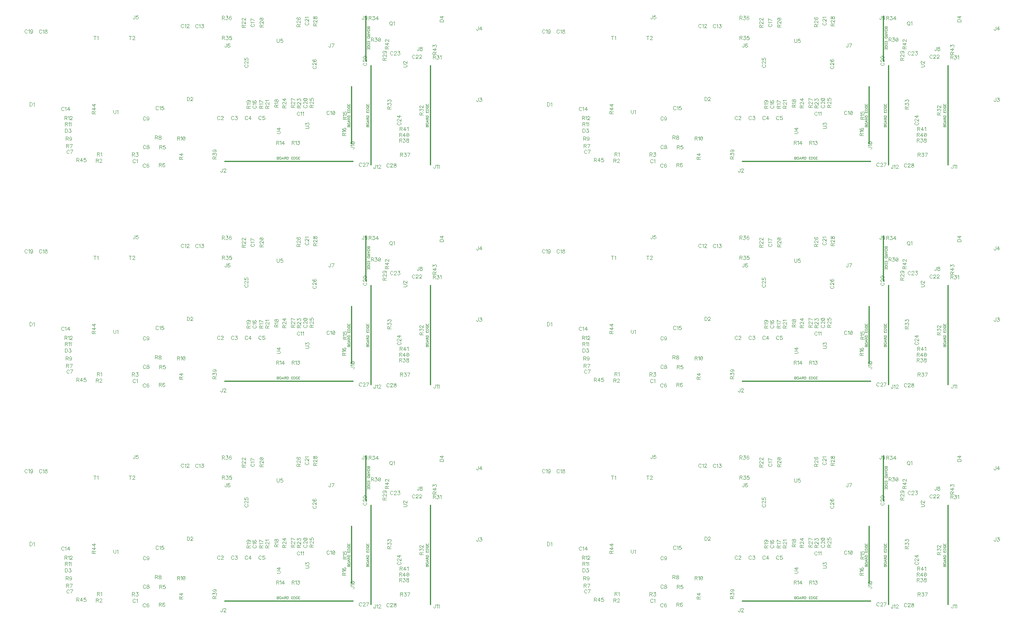
<source format=gbr>
G04 DipTrace 2.4.0.2*
%INTopAssy.gbr*%
%MOIN*%
%ADD10C,0.0098*%
%ADD12C,0.003*%
%ADD89C,0.0046*%
%FSLAX44Y44*%
G04*
G70*
G90*
G75*
G01*
%LNTopAssy*%
%LPD*%
X18114Y2598D2*
D10*
X28886D1*
X29965Y14839D2*
Y11051D1*
X28780Y4107D2*
Y8894D1*
X35402Y2311D2*
Y10689D1*
X30402Y2311D2*
Y10689D1*
X10608Y2708D2*
D89*
X10594Y2736D1*
X10565Y2765D1*
X10537Y2779D1*
X10479D1*
X10451Y2765D1*
X10422Y2736D1*
X10407Y2708D1*
X10393Y2665D1*
Y2593D1*
X10407Y2550D1*
X10422Y2521D1*
X10451Y2493D1*
X10479Y2478D1*
X10537D1*
X10565Y2493D1*
X10594Y2521D1*
X10608Y2550D1*
X10701Y2722D2*
X10730Y2736D1*
X10773Y2779D1*
Y2478D1*
X17711Y6336D2*
X17697Y6365D1*
X17668Y6394D1*
X17639Y6408D1*
X17582D1*
X17553Y6394D1*
X17524Y6365D1*
X17510Y6336D1*
X17496Y6293D1*
Y6221D1*
X17510Y6178D1*
X17524Y6150D1*
X17553Y6121D1*
X17582Y6106D1*
X17639D1*
X17668Y6121D1*
X17697Y6150D1*
X17711Y6178D1*
X17818Y6336D2*
Y6350D1*
X17832Y6379D1*
X17847Y6393D1*
X17875Y6408D1*
X17933D1*
X17961Y6393D1*
X17976Y6379D1*
X17990Y6350D1*
Y6322D1*
X17976Y6293D1*
X17947Y6250D1*
X17803Y6106D1*
X18004D1*
X18882Y6336D2*
X18868Y6365D1*
X18839Y6394D1*
X18810Y6408D1*
X18753D1*
X18724Y6394D1*
X18696Y6365D1*
X18681Y6336D1*
X18667Y6293D1*
Y6221D1*
X18681Y6178D1*
X18696Y6150D1*
X18724Y6121D1*
X18753Y6106D1*
X18810D1*
X18839Y6121D1*
X18868Y6150D1*
X18882Y6178D1*
X19004Y6408D2*
X19161D1*
X19075Y6293D1*
X19118D1*
X19147Y6279D1*
X19161Y6264D1*
X19176Y6221D1*
Y6193D1*
X19161Y6150D1*
X19133Y6121D1*
X19089Y6106D1*
X19046D1*
X19004Y6121D1*
X18989Y6135D1*
X18975Y6164D1*
X20032Y6342D2*
X20018Y6371D1*
X19989Y6399D1*
X19961Y6414D1*
X19903D1*
X19875Y6399D1*
X19846Y6371D1*
X19831Y6342D1*
X19817Y6299D1*
Y6227D1*
X19831Y6184D1*
X19846Y6155D1*
X19875Y6127D1*
X19903Y6112D1*
X19961D1*
X19989Y6127D1*
X20018Y6155D1*
X20032Y6184D1*
X20269Y6112D2*
Y6413D1*
X20125Y6213D1*
X20340D1*
X21191Y6342D2*
X21177Y6371D1*
X21148Y6399D1*
X21119Y6414D1*
X21062D1*
X21033Y6399D1*
X21005Y6371D1*
X20990Y6342D1*
X20976Y6299D1*
Y6227D1*
X20990Y6184D1*
X21005Y6155D1*
X21033Y6127D1*
X21062Y6112D1*
X21119D1*
X21148Y6127D1*
X21177Y6155D1*
X21191Y6184D1*
X21456Y6413D2*
X21313D1*
X21298Y6284D1*
X21313Y6299D1*
X21356Y6313D1*
X21399D1*
X21442Y6299D1*
X21470Y6270D1*
X21485Y6227D1*
Y6199D1*
X21470Y6155D1*
X21442Y6127D1*
X21399Y6112D1*
X21356D1*
X21313Y6127D1*
X21298Y6141D1*
X21284Y6170D1*
X11459Y2325D2*
X11445Y2353D1*
X11416Y2382D1*
X11388Y2396D1*
X11330D1*
X11302Y2382D1*
X11273Y2353D1*
X11258Y2325D1*
X11244Y2282D1*
Y2210D1*
X11258Y2167D1*
X11273Y2138D1*
X11302Y2110D1*
X11330Y2095D1*
X11388D1*
X11416Y2110D1*
X11445Y2138D1*
X11459Y2167D1*
X11724Y2353D2*
X11710Y2382D1*
X11667Y2396D1*
X11638D1*
X11595Y2382D1*
X11566Y2339D1*
X11552Y2267D1*
Y2195D1*
X11566Y2138D1*
X11595Y2109D1*
X11638Y2095D1*
X11653D1*
X11695Y2109D1*
X11724Y2138D1*
X11738Y2181D1*
Y2195D1*
X11724Y2239D1*
X11695Y2267D1*
X11653Y2281D1*
X11638D1*
X11595Y2267D1*
X11566Y2239D1*
X11552Y2195D1*
X5053Y3489D2*
X5039Y3517D1*
X5010Y3546D1*
X4982Y3560D1*
X4924D1*
X4895Y3546D1*
X4867Y3517D1*
X4852Y3489D1*
X4838Y3445D1*
Y3373D1*
X4852Y3331D1*
X4867Y3302D1*
X4895Y3273D1*
X4924Y3259D1*
X4982D1*
X5010Y3273D1*
X5039Y3302D1*
X5053Y3331D1*
X5203Y3259D2*
X5347Y3560D1*
X5146D1*
X11470Y3887D2*
X11455Y3916D1*
X11426Y3945D1*
X11398Y3959D1*
X11341D1*
X11312Y3945D1*
X11283Y3916D1*
X11269Y3887D1*
X11254Y3844D1*
Y3772D1*
X11269Y3730D1*
X11283Y3701D1*
X11312Y3672D1*
X11341Y3658D1*
X11398D1*
X11426Y3672D1*
X11455Y3701D1*
X11470Y3730D1*
X11634Y3959D2*
X11591Y3944D1*
X11576Y3916D1*
Y3887D1*
X11591Y3859D1*
X11620Y3844D1*
X11677Y3830D1*
X11720Y3815D1*
X11749Y3787D1*
X11763Y3758D1*
Y3715D1*
X11749Y3686D1*
X11734Y3672D1*
X11691Y3658D1*
X11634D1*
X11591Y3672D1*
X11576Y3686D1*
X11562Y3715D1*
Y3758D1*
X11576Y3787D1*
X11605Y3815D1*
X11648Y3830D1*
X11705Y3844D1*
X11734Y3859D1*
X11749Y3887D1*
Y3916D1*
X11734Y3944D1*
X11691Y3959D1*
X11634D1*
X11470Y6289D2*
X11456Y6317D1*
X11427Y6346D1*
X11398Y6361D1*
X11341D1*
X11312Y6346D1*
X11283Y6317D1*
X11269Y6289D1*
X11255Y6246D1*
Y6174D1*
X11269Y6131D1*
X11283Y6102D1*
X11312Y6074D1*
X11341Y6059D1*
X11398D1*
X11427Y6074D1*
X11456Y6102D1*
X11470Y6131D1*
X11749Y6260D2*
X11735Y6217D1*
X11706Y6188D1*
X11663Y6174D1*
X11649D1*
X11606Y6188D1*
X11577Y6217D1*
X11562Y6260D1*
Y6274D1*
X11577Y6317D1*
X11606Y6346D1*
X11649Y6360D1*
X11663D1*
X11706Y6346D1*
X11735Y6317D1*
X11749Y6260D1*
Y6188D1*
X11735Y6117D1*
X11706Y6073D1*
X11663Y6059D1*
X11634D1*
X11591Y6073D1*
X11577Y6102D1*
X26904Y6760D2*
X26889Y6789D1*
X26861Y6817D1*
X26832Y6832D1*
X26775D1*
X26746Y6817D1*
X26717Y6789D1*
X26703Y6760D1*
X26688Y6717D1*
Y6645D1*
X26703Y6602D1*
X26717Y6573D1*
X26746Y6545D1*
X26775Y6530D1*
X26832D1*
X26861Y6545D1*
X26889Y6573D1*
X26904Y6602D1*
X26996Y6774D2*
X27025Y6789D1*
X27068Y6831D1*
Y6530D1*
X27247Y6831D2*
X27204Y6817D1*
X27175Y6774D1*
X27161Y6702D1*
Y6659D1*
X27175Y6588D1*
X27204Y6545D1*
X27247Y6530D1*
X27276D1*
X27319Y6545D1*
X27347Y6588D1*
X27362Y6659D1*
Y6702D1*
X27347Y6774D1*
X27319Y6817D1*
X27276Y6831D1*
X27247D1*
X27347Y6774D2*
X27175Y6588D1*
X24414Y6690D2*
X24399Y6718D1*
X24370Y6747D1*
X24342Y6761D1*
X24285D1*
X24256Y6747D1*
X24227Y6718D1*
X24213Y6690D1*
X24198Y6646D1*
Y6574D1*
X24213Y6532D1*
X24227Y6503D1*
X24256Y6474D1*
X24285Y6460D1*
X24342D1*
X24370Y6474D1*
X24399Y6503D1*
X24414Y6532D1*
X24506Y6703D2*
X24535Y6718D1*
X24578Y6761D1*
Y6460D1*
X24671Y6703D2*
X24700Y6718D1*
X24743Y6761D1*
Y6460D1*
X14664Y14085D2*
X14649Y14113D1*
X14621Y14142D1*
X14592Y14156D1*
X14535D1*
X14506Y14142D1*
X14477Y14113D1*
X14463Y14085D1*
X14449Y14041D1*
Y13970D1*
X14463Y13927D1*
X14477Y13898D1*
X14506Y13869D1*
X14535Y13855D1*
X14592D1*
X14621Y13869D1*
X14649Y13898D1*
X14664Y13927D1*
X14756Y14099D2*
X14785Y14113D1*
X14828Y14156D1*
Y13855D1*
X14936Y14084D2*
Y14099D1*
X14950Y14127D1*
X14964Y14142D1*
X14993Y14156D1*
X15050D1*
X15079Y14142D1*
X15093Y14127D1*
X15108Y14099D1*
Y14070D1*
X15093Y14041D1*
X15065Y13998D1*
X14921Y13855D1*
X15122D1*
X15882Y14067D2*
X15867Y14095D1*
X15839Y14124D1*
X15810Y14138D1*
X15753D1*
X15724Y14124D1*
X15695Y14095D1*
X15681Y14067D1*
X15666Y14024D1*
Y13952D1*
X15681Y13909D1*
X15695Y13880D1*
X15724Y13851D1*
X15753Y13837D1*
X15810D1*
X15839Y13851D1*
X15867Y13880D1*
X15882Y13909D1*
X15974Y14081D2*
X16003Y14095D1*
X16046Y14138D1*
Y13837D1*
X16168Y14138D2*
X16325D1*
X16239Y14023D1*
X16282D1*
X16311Y14009D1*
X16325Y13995D1*
X16340Y13952D1*
Y13923D1*
X16325Y13880D1*
X16297Y13851D1*
X16254Y13837D1*
X16211D1*
X16168Y13851D1*
X16153Y13866D1*
X16139Y13894D1*
X4616Y7100D2*
X4602Y7128D1*
X4573Y7157D1*
X4545Y7171D1*
X4487D1*
X4459Y7157D1*
X4430Y7128D1*
X4415Y7100D1*
X4401Y7057D1*
Y6985D1*
X4415Y6942D1*
X4430Y6913D1*
X4459Y6884D1*
X4487Y6870D1*
X4545D1*
X4573Y6884D1*
X4602Y6913D1*
X4616Y6942D1*
X4709Y7114D2*
X4738Y7128D1*
X4781Y7171D1*
Y6870D1*
X5017D2*
Y7171D1*
X4874Y6970D1*
X5089D1*
X12533Y7169D2*
X12519Y7198D1*
X12490Y7227D1*
X12462Y7241D1*
X12404D1*
X12376Y7227D1*
X12347Y7198D1*
X12332Y7169D1*
X12318Y7126D1*
Y7054D1*
X12332Y7011D1*
X12347Y6983D1*
X12376Y6954D1*
X12404Y6939D1*
X12462D1*
X12490Y6954D1*
X12519Y6983D1*
X12533Y7011D1*
X12626Y7183D2*
X12655Y7198D1*
X12698Y7241D1*
Y6939D1*
X12963Y7241D2*
X12819D1*
X12805Y7112D1*
X12819Y7126D1*
X12863Y7140D1*
X12905D1*
X12948Y7126D1*
X12977Y7097D1*
X12992Y7054D1*
Y7026D1*
X12977Y6983D1*
X12948Y6954D1*
X12905Y6939D1*
X12863D1*
X12819Y6954D1*
X12805Y6968D1*
X12791Y6997D1*
X20534Y7284D2*
X20505Y7270D1*
X20476Y7241D1*
X20462Y7212D1*
Y7155D1*
X20476Y7126D1*
X20505Y7097D1*
X20534Y7083D1*
X20577Y7069D1*
X20649D1*
X20692Y7083D1*
X20720Y7097D1*
X20749Y7126D1*
X20763Y7155D1*
Y7212D1*
X20749Y7241D1*
X20720Y7270D1*
X20692Y7284D1*
X20520Y7377D2*
X20505Y7405D1*
X20462Y7448D1*
X20763D1*
X20505Y7713D2*
X20477Y7699D1*
X20462Y7656D1*
Y7627D1*
X20477Y7584D1*
X20520Y7555D1*
X20591Y7541D1*
X20663D1*
X20720Y7555D1*
X20749Y7584D1*
X20763Y7627D1*
Y7642D1*
X20749Y7684D1*
X20720Y7713D1*
X20677Y7727D1*
X20663D1*
X20620Y7713D1*
X20591Y7684D1*
X20577Y7642D1*
Y7627D1*
X20591Y7584D1*
X20620Y7555D1*
X20663Y7541D1*
X20375Y14152D2*
X20347Y14138D1*
X20318Y14109D1*
X20304Y14080D1*
Y14023D1*
X20318Y13994D1*
X20347Y13966D1*
X20375Y13951D1*
X20418Y13937D1*
X20490D1*
X20533Y13951D1*
X20562Y13966D1*
X20590Y13994D1*
X20605Y14023D1*
Y14080D1*
X20590Y14109D1*
X20562Y14138D1*
X20533Y14152D1*
X20361Y14245D2*
X20347Y14274D1*
X20304Y14317D1*
X20605D1*
Y14467D2*
X20304Y14610D1*
Y14409D1*
X2733Y13616D2*
X2719Y13644D1*
X2690Y13673D1*
X2661Y13687D1*
X2604D1*
X2575Y13673D1*
X2547Y13644D1*
X2532Y13616D1*
X2518Y13573D1*
Y13501D1*
X2532Y13458D1*
X2547Y13429D1*
X2575Y13401D1*
X2604Y13386D1*
X2661D1*
X2690Y13401D1*
X2719Y13429D1*
X2733Y13458D1*
X2826Y13630D2*
X2854Y13644D1*
X2898Y13687D1*
Y13386D1*
X3062Y13687D2*
X3019Y13673D1*
X3005Y13644D1*
Y13615D1*
X3019Y13587D1*
X3048Y13572D1*
X3105Y13558D1*
X3148Y13544D1*
X3177Y13515D1*
X3191Y13486D1*
Y13443D1*
X3177Y13415D1*
X3162Y13400D1*
X3119Y13386D1*
X3062D1*
X3019Y13400D1*
X3005Y13415D1*
X2990Y13443D1*
Y13486D1*
X3005Y13515D1*
X3033Y13544D1*
X3076Y13558D1*
X3134Y13572D1*
X3162Y13587D1*
X3177Y13615D1*
Y13644D1*
X3162Y13673D1*
X3119Y13687D1*
X3062D1*
X1520Y13620D2*
X1506Y13648D1*
X1477Y13677D1*
X1449Y13692D1*
X1391D1*
X1362Y13677D1*
X1334Y13648D1*
X1319Y13620D1*
X1305Y13577D1*
Y13505D1*
X1319Y13462D1*
X1334Y13433D1*
X1362Y13405D1*
X1391Y13390D1*
X1449D1*
X1477Y13405D1*
X1506Y13433D1*
X1520Y13462D1*
X1613Y13634D2*
X1642Y13648D1*
X1685Y13691D1*
Y13390D1*
X1964Y13591D2*
X1950Y13548D1*
X1921Y13519D1*
X1878Y13505D1*
X1864D1*
X1821Y13519D1*
X1792Y13548D1*
X1778Y13591D1*
Y13605D1*
X1792Y13648D1*
X1821Y13677D1*
X1864Y13691D1*
X1878D1*
X1921Y13677D1*
X1950Y13648D1*
X1964Y13591D1*
Y13519D1*
X1950Y13447D1*
X1921Y13404D1*
X1878Y13390D1*
X1850D1*
X1806Y13404D1*
X1792Y13433D1*
X24804Y7337D2*
X24776Y7323D1*
X24747Y7294D1*
X24733Y7265D1*
Y7208D1*
X24747Y7179D1*
X24776Y7151D1*
X24804Y7136D1*
X24847Y7122D1*
X24919D1*
X24962Y7136D1*
X24991Y7151D1*
X25020Y7179D1*
X25034Y7208D1*
Y7265D1*
X25020Y7294D1*
X24991Y7323D1*
X24962Y7337D1*
X24805Y7444D2*
X24790D1*
X24762Y7459D1*
X24747Y7473D1*
X24733Y7502D1*
Y7559D1*
X24747Y7588D1*
X24762Y7602D1*
X24790Y7616D1*
X24819D1*
X24848Y7602D1*
X24891Y7573D1*
X25034Y7430D1*
Y7631D1*
X24733Y7810D2*
X24747Y7766D1*
X24790Y7738D1*
X24862Y7723D1*
X24905D1*
X24977Y7738D1*
X25020Y7766D1*
X25034Y7810D1*
Y7838D1*
X25020Y7881D1*
X24977Y7910D1*
X24905Y7924D1*
X24862D1*
X24790Y7910D1*
X24747Y7881D1*
X24733Y7838D1*
Y7810D1*
X24790Y7910D2*
X24977Y7738D1*
X24938Y14295D2*
X24910Y14281D1*
X24881Y14252D1*
X24866Y14224D1*
Y14166D1*
X24881Y14138D1*
X24910Y14109D1*
X24938Y14094D1*
X24981Y14080D1*
X25053D1*
X25096Y14094D1*
X25125Y14109D1*
X25153Y14138D1*
X25168Y14166D1*
Y14224D1*
X25153Y14252D1*
X25125Y14281D1*
X25096Y14295D1*
X24938Y14403D2*
X24924D1*
X24895Y14417D1*
X24881Y14431D1*
X24867Y14460D1*
Y14517D1*
X24881Y14546D1*
X24895Y14560D1*
X24924Y14575D1*
X24953D1*
X24982Y14560D1*
X25024Y14532D1*
X25168Y14388D1*
Y14589D1*
X24924Y14682D2*
X24910Y14710D1*
X24867Y14754D1*
X25168D1*
X34086Y11490D2*
X34072Y11518D1*
X34043Y11547D1*
X34014Y11561D1*
X33957D1*
X33928Y11547D1*
X33899Y11518D1*
X33885Y11490D1*
X33871Y11447D1*
Y11375D1*
X33885Y11332D1*
X33899Y11303D1*
X33928Y11275D1*
X33957Y11260D1*
X34014D1*
X34043Y11275D1*
X34072Y11303D1*
X34086Y11332D1*
X34193Y11489D2*
Y11504D1*
X34207Y11533D1*
X34222Y11547D1*
X34250Y11561D1*
X34308D1*
X34336Y11547D1*
X34351Y11533D1*
X34365Y11504D1*
Y11475D1*
X34351Y11446D1*
X34322Y11404D1*
X34178Y11260D1*
X34379D1*
X34487Y11489D2*
Y11504D1*
X34501Y11533D1*
X34515Y11547D1*
X34544Y11561D1*
X34601D1*
X34630Y11547D1*
X34644Y11533D1*
X34659Y11504D1*
Y11475D1*
X34644Y11446D1*
X34616Y11404D1*
X34472Y11260D1*
X34673D1*
X32252Y11787D2*
X32237Y11815D1*
X32209Y11844D1*
X32180Y11859D1*
X32123D1*
X32094Y11844D1*
X32065Y11815D1*
X32051Y11787D1*
X32036Y11744D1*
Y11672D1*
X32051Y11629D1*
X32065Y11600D1*
X32094Y11572D1*
X32123Y11557D1*
X32180D1*
X32209Y11572D1*
X32237Y11600D1*
X32252Y11629D1*
X32359Y11787D2*
Y11801D1*
X32373Y11830D1*
X32387Y11844D1*
X32416Y11858D1*
X32474D1*
X32502Y11844D1*
X32516Y11830D1*
X32531Y11801D1*
Y11772D1*
X32516Y11744D1*
X32488Y11701D1*
X32344Y11557D1*
X32545D1*
X32667Y11858D2*
X32824D1*
X32738Y11744D1*
X32781D1*
X32810Y11729D1*
X32824Y11715D1*
X32839Y11672D1*
Y11643D1*
X32824Y11600D1*
X32796Y11571D1*
X32753Y11557D1*
X32709D1*
X32667Y11571D1*
X32652Y11586D1*
X32638Y11615D1*
X32686Y5883D2*
X32657Y5868D1*
X32629Y5839D1*
X32614Y5811D1*
Y5754D1*
X32629Y5725D1*
X32657Y5696D1*
X32686Y5682D1*
X32729Y5667D1*
X32801D1*
X32844Y5682D1*
X32873Y5696D1*
X32901Y5725D1*
X32916Y5754D1*
Y5811D1*
X32901Y5839D1*
X32873Y5868D1*
X32844Y5883D1*
X32686Y5990D2*
X32672D1*
X32643Y6004D1*
X32629Y6018D1*
X32615Y6047D1*
Y6105D1*
X32629Y6133D1*
X32643Y6147D1*
X32672Y6162D1*
X32701D1*
X32729Y6147D1*
X32772Y6119D1*
X32916Y5975D1*
Y6176D1*
Y6412D2*
X32615D1*
X32815Y6269D1*
Y6484D1*
X19844Y10735D2*
X19816Y10721D1*
X19787Y10692D1*
X19772Y10664D1*
Y10606D1*
X19787Y10577D1*
X19816Y10549D1*
X19844Y10534D1*
X19887Y10520D1*
X19959D1*
X20002Y10534D1*
X20031Y10549D1*
X20059Y10577D1*
X20074Y10606D1*
Y10664D1*
X20059Y10692D1*
X20031Y10721D1*
X20002Y10735D1*
X19844Y10843D2*
X19830D1*
X19801Y10857D1*
X19787Y10871D1*
X19773Y10900D1*
Y10957D1*
X19787Y10986D1*
X19801Y11000D1*
X19830Y11015D1*
X19859D1*
X19888Y11000D1*
X19930Y10972D1*
X20074Y10828D1*
Y11029D1*
X19773Y11294D2*
Y11150D1*
X19902Y11136D1*
X19888Y11150D1*
X19873Y11193D1*
Y11236D1*
X19888Y11279D1*
X19916Y11308D1*
X19959Y11322D1*
X19988D1*
X20031Y11308D1*
X20060Y11279D1*
X20074Y11236D1*
Y11193D1*
X20060Y11150D1*
X20045Y11136D1*
X20017Y11122D1*
X25582Y10624D2*
X25554Y10610D1*
X25525Y10581D1*
X25511Y10553D1*
Y10495D1*
X25525Y10467D1*
X25554Y10438D1*
X25582Y10423D1*
X25625Y10409D1*
X25697D1*
X25740Y10423D1*
X25769Y10438D1*
X25798Y10467D1*
X25812Y10495D1*
Y10553D1*
X25798Y10581D1*
X25769Y10610D1*
X25740Y10624D1*
X25583Y10732D2*
X25568D1*
X25540Y10746D1*
X25525Y10760D1*
X25511Y10789D1*
Y10846D1*
X25525Y10875D1*
X25540Y10889D1*
X25568Y10904D1*
X25597D1*
X25626Y10889D1*
X25669Y10861D1*
X25812Y10717D1*
Y10918D1*
X25554Y11183D2*
X25525Y11169D1*
X25511Y11125D1*
Y11097D1*
X25525Y11054D1*
X25568Y11025D1*
X25640Y11011D1*
X25712D1*
X25769Y11025D1*
X25798Y11054D1*
X25812Y11097D1*
Y11111D1*
X25798Y11154D1*
X25769Y11183D1*
X25726Y11197D1*
X25712D1*
X25669Y11183D1*
X25640Y11154D1*
X25626Y11111D1*
Y11097D1*
X25640Y11054D1*
X25669Y11025D1*
X25712Y11011D1*
X29627Y2410D2*
X29612Y2438D1*
X29583Y2467D1*
X29555Y2481D1*
X29498D1*
X29469Y2467D1*
X29440Y2438D1*
X29426Y2410D1*
X29411Y2367D1*
Y2295D1*
X29426Y2252D1*
X29440Y2223D1*
X29469Y2195D1*
X29498Y2180D1*
X29555D1*
X29583Y2195D1*
X29612Y2223D1*
X29627Y2252D1*
X29734Y2409D2*
Y2424D1*
X29748Y2453D1*
X29762Y2467D1*
X29791Y2481D1*
X29848D1*
X29877Y2467D1*
X29891Y2453D1*
X29906Y2424D1*
Y2395D1*
X29891Y2366D1*
X29863Y2324D1*
X29719Y2180D1*
X29920D1*
X30070D2*
X30214Y2481D1*
X30013D1*
X31939Y2347D2*
X31925Y2376D1*
X31896Y2405D1*
X31868Y2419D1*
X31810D1*
X31781Y2405D1*
X31753Y2376D1*
X31738Y2347D1*
X31724Y2304D1*
Y2232D1*
X31738Y2189D1*
X31753Y2161D1*
X31781Y2132D1*
X31810Y2117D1*
X31868D1*
X31896Y2132D1*
X31925Y2161D1*
X31939Y2189D1*
X32046Y2347D2*
Y2361D1*
X32061Y2390D1*
X32075Y2404D1*
X32104Y2419D1*
X32161D1*
X32190Y2404D1*
X32204Y2390D1*
X32219Y2361D1*
Y2333D1*
X32204Y2304D1*
X32175Y2261D1*
X32032Y2117D1*
X32233D1*
X32397Y2419D2*
X32354Y2404D1*
X32340Y2376D1*
Y2347D1*
X32354Y2318D1*
X32383Y2304D1*
X32440Y2290D1*
X32483Y2275D1*
X32512Y2246D1*
X32526Y2218D1*
Y2175D1*
X32512Y2146D1*
X32498Y2132D1*
X32454Y2117D1*
X32397D1*
X32354Y2132D1*
X32340Y2146D1*
X32325Y2175D1*
Y2218D1*
X32340Y2246D1*
X32369Y2275D1*
X32411Y2290D1*
X32469Y2304D1*
X32498Y2318D1*
X32512Y2347D1*
Y2376D1*
X32498Y2404D1*
X32454Y2419D1*
X32397D1*
X29819Y10890D2*
X29790Y10875D1*
X29762Y10847D1*
X29747Y10818D1*
Y10761D1*
X29762Y10732D1*
X29790Y10703D1*
X29819Y10689D1*
X29862Y10674D1*
X29934D1*
X29977Y10689D1*
X30006Y10703D1*
X30034Y10732D1*
X30049Y10761D1*
Y10818D1*
X30034Y10847D1*
X30006Y10875D1*
X29977Y10890D1*
X29819Y10997D2*
X29805D1*
X29776Y11011D1*
X29762Y11025D1*
X29748Y11054D1*
Y11112D1*
X29762Y11140D1*
X29776Y11154D1*
X29805Y11169D1*
X29834D1*
X29862Y11154D1*
X29905Y11126D1*
X30049Y10982D1*
Y11183D1*
X29848Y11463D2*
X29891Y11448D1*
X29920Y11419D1*
X29934Y11376D1*
Y11362D1*
X29920Y11319D1*
X29891Y11290D1*
X29848Y11276D1*
X29834D1*
X29790Y11290D1*
X29762Y11319D1*
X29748Y11362D1*
Y11376D1*
X29762Y11419D1*
X29790Y11448D1*
X29848Y11463D1*
X29920D1*
X29991Y11448D1*
X30035Y11419D1*
X30049Y11376D1*
Y11348D1*
X30035Y11305D1*
X30006Y11290D1*
X1729Y7558D2*
Y7256D1*
X1830D1*
X1873Y7271D1*
X1902Y7299D1*
X1916Y7328D1*
X1930Y7371D1*
Y7443D1*
X1916Y7486D1*
X1902Y7515D1*
X1873Y7543D1*
X1830Y7558D1*
X1729D1*
X2023Y7500D2*
X2052Y7515D1*
X2095Y7557D1*
Y7256D1*
X14950Y7998D2*
Y7697D1*
X15050D1*
X15093Y7712D1*
X15122Y7740D1*
X15136Y7769D1*
X15151Y7812D1*
Y7884D1*
X15136Y7927D1*
X15122Y7955D1*
X15093Y7984D1*
X15050Y7998D1*
X14950D1*
X15258Y7926D2*
Y7941D1*
X15272Y7970D1*
X15286Y7984D1*
X15315Y7998D1*
X15373D1*
X15401Y7984D1*
X15415Y7970D1*
X15430Y7941D1*
Y7912D1*
X15415Y7883D1*
X15387Y7841D1*
X15243Y7697D1*
X15444D1*
X4701Y5341D2*
Y5040D1*
X4801D1*
X4844Y5054D1*
X4873Y5083D1*
X4887Y5112D1*
X4902Y5154D1*
Y5226D1*
X4887Y5270D1*
X4873Y5298D1*
X4844Y5327D1*
X4801Y5341D1*
X4701D1*
X5023D2*
X5181D1*
X5095Y5226D1*
X5138D1*
X5166Y5212D1*
X5181Y5198D1*
X5195Y5154D1*
Y5126D1*
X5181Y5083D1*
X5152Y5054D1*
X5109Y5040D1*
X5066D1*
X5023Y5054D1*
X5009Y5069D1*
X4994Y5097D1*
X36195Y14348D2*
X36496D1*
Y14448D1*
X36481Y14492D1*
X36453Y14520D1*
X36424Y14535D1*
X36381Y14549D1*
X36309D1*
X36266Y14535D1*
X36238Y14520D1*
X36209Y14492D1*
X36195Y14448D1*
Y14348D1*
X36496Y14785D2*
X36195D1*
X36395Y14642D1*
Y14857D1*
X17925Y1989D2*
Y1759D1*
X17911Y1716D1*
X17896Y1702D1*
X17868Y1687D1*
X17839D1*
X17810Y1702D1*
X17796Y1716D1*
X17781Y1759D1*
Y1788D1*
X18032Y1917D2*
Y1931D1*
X18046Y1960D1*
X18061Y1974D1*
X18090Y1988D1*
X18147D1*
X18175Y1974D1*
X18190Y1960D1*
X18204Y1931D1*
Y1902D1*
X18190Y1873D1*
X18161Y1831D1*
X18018Y1687D1*
X18219D1*
X39425Y7939D2*
Y7710D1*
X39411Y7667D1*
X39396Y7652D1*
X39368Y7638D1*
X39339D1*
X39310Y7652D1*
X39296Y7667D1*
X39281Y7710D1*
Y7738D1*
X39546Y7939D2*
X39704D1*
X39618Y7824D1*
X39661D1*
X39690Y7810D1*
X39704Y7796D1*
X39719Y7753D1*
Y7724D1*
X39704Y7681D1*
X39675Y7652D1*
X39632Y7638D1*
X39589D1*
X39546Y7652D1*
X39532Y7667D1*
X39518Y7695D1*
X39418Y13939D2*
Y13710D1*
X39404Y13667D1*
X39389Y13652D1*
X39360Y13638D1*
X39332D1*
X39303Y13652D1*
X39289Y13667D1*
X39274Y13710D1*
Y13738D1*
X39654Y13638D2*
Y13939D1*
X39511Y13738D1*
X39726D1*
X10562Y14886D2*
Y14657D1*
X10548Y14614D1*
X10533Y14599D1*
X10504Y14585D1*
X10476D1*
X10447Y14599D1*
X10433Y14614D1*
X10418Y14657D1*
Y14685D1*
X10827Y14886D2*
X10683D1*
X10669Y14757D1*
X10683Y14771D1*
X10726Y14786D1*
X10769D1*
X10812Y14771D1*
X10841Y14743D1*
X10855Y14699D1*
Y14671D1*
X10841Y14628D1*
X10812Y14599D1*
X10769Y14585D1*
X10726D1*
X10683Y14599D1*
X10669Y14614D1*
X10654Y14642D1*
X18274Y12508D2*
Y12278D1*
X18260Y12235D1*
X18245Y12221D1*
X18217Y12206D1*
X18188D1*
X18160Y12221D1*
X18145Y12235D1*
X18131Y12278D1*
Y12307D1*
X18539Y12465D2*
X18525Y12493D1*
X18482Y12507D1*
X18453D1*
X18410Y12493D1*
X18381Y12450D1*
X18367Y12378D1*
Y12307D1*
X18381Y12249D1*
X18410Y12221D1*
X18453Y12206D1*
X18467D1*
X18510Y12221D1*
X18539Y12249D1*
X18553Y12292D1*
Y12307D1*
X18539Y12350D1*
X18510Y12378D1*
X18467Y12393D1*
X18453D1*
X18410Y12378D1*
X18381Y12350D1*
X18367Y12307D1*
X27002Y12504D2*
Y12274D1*
X26988Y12231D1*
X26973Y12217D1*
X26945Y12202D1*
X26916D1*
X26887Y12217D1*
X26873Y12231D1*
X26858Y12274D1*
Y12303D1*
X27152Y12202D2*
X27296Y12504D1*
X27095D1*
X34428Y12222D2*
Y11993D1*
X34413Y11950D1*
X34399Y11935D1*
X34370Y11921D1*
X34341D1*
X34313Y11935D1*
X34299Y11950D1*
X34284Y11993D1*
Y12021D1*
X34592Y12222D2*
X34549Y12208D1*
X34535Y12179D1*
Y12150D1*
X34549Y12122D1*
X34578Y12107D1*
X34635Y12093D1*
X34678Y12079D1*
X34707Y12050D1*
X34721Y12021D1*
Y11978D1*
X34707Y11950D1*
X34692Y11935D1*
X34649Y11921D1*
X34592D1*
X34549Y11935D1*
X34535Y11950D1*
X34520Y11978D1*
Y12021D1*
X34535Y12050D1*
X34563Y12079D1*
X34606Y12093D1*
X34664Y12107D1*
X34692Y12122D1*
X34707Y12150D1*
Y12179D1*
X34692Y12208D1*
X34649Y12222D1*
X34592D1*
X29798Y14840D2*
Y14611D1*
X29784Y14568D1*
X29769Y14554D1*
X29741Y14539D1*
X29712D1*
X29684Y14554D1*
X29669Y14568D1*
X29655Y14611D1*
Y14639D1*
X30078Y14740D2*
X30063Y14697D1*
X30035Y14668D1*
X29991Y14654D1*
X29977D1*
X29934Y14668D1*
X29906Y14697D1*
X29891Y14740D1*
Y14754D1*
X29906Y14797D1*
X29934Y14826D1*
X29977Y14840D1*
X29991D1*
X30035Y14826D1*
X30063Y14797D1*
X30078Y14740D1*
Y14668D1*
X30063Y14596D1*
X30035Y14553D1*
X29991Y14539D1*
X29963D1*
X29920Y14553D1*
X29906Y14582D1*
X28696Y3801D2*
X28925D1*
X28968Y3787D1*
X28982Y3772D1*
X28997Y3744D1*
Y3715D1*
X28982Y3686D1*
X28968Y3672D1*
X28925Y3657D1*
X28897D1*
X28753Y3894D2*
X28739Y3923D1*
X28696Y3966D1*
X28997D1*
X28696Y4145D2*
X28710Y4101D1*
X28753Y4073D1*
X28825Y4058D1*
X28868D1*
X28940Y4073D1*
X28983Y4101D1*
X28997Y4145D1*
Y4173D1*
X28983Y4216D1*
X28940Y4245D1*
X28868Y4259D1*
X28825D1*
X28753Y4245D1*
X28710Y4216D1*
X28696Y4173D1*
Y4145D1*
X28753Y4245D2*
X28940Y4073D1*
X35820Y2316D2*
Y2086D1*
X35806Y2043D1*
X35791Y2029D1*
X35763Y2014D1*
X35734D1*
X35705Y2029D1*
X35691Y2043D1*
X35676Y2086D1*
Y2115D1*
X35913Y2258D2*
X35942Y2273D1*
X35985Y2315D1*
Y2014D1*
X36077Y2258D2*
X36106Y2273D1*
X36149Y2315D1*
Y2014D1*
X30777Y2295D2*
Y2065D1*
X30763Y2022D1*
X30748Y2008D1*
X30719Y1993D1*
X30691D1*
X30662Y2008D1*
X30648Y2022D1*
X30633Y2065D1*
Y2094D1*
X30869Y2237D2*
X30898Y2252D1*
X30941Y2295D1*
Y1993D1*
X31049Y2223D2*
Y2237D1*
X31063Y2266D1*
X31077Y2280D1*
X31106Y2295D1*
X31163D1*
X31192Y2280D1*
X31206Y2266D1*
X31221Y2237D1*
Y2209D1*
X31206Y2180D1*
X31178Y2137D1*
X31034Y1993D1*
X31235D1*
X32055Y14370D2*
X32027Y14356D1*
X31998Y14327D1*
X31983Y14298D1*
X31969Y14255D1*
Y14183D1*
X31983Y14140D1*
X31998Y14112D1*
X32027Y14083D1*
X32055Y14068D1*
X32112D1*
X32141Y14083D1*
X32170Y14112D1*
X32184Y14140D1*
X32199Y14183D1*
Y14255D1*
X32184Y14298D1*
X32170Y14327D1*
X32141Y14356D1*
X32112Y14370D1*
X32055D1*
X32098Y14126D2*
X32184Y14040D1*
X32291Y14312D2*
X32320Y14326D1*
X32363Y14369D1*
Y14068D1*
X7394Y3211D2*
X7523D1*
X7567Y3226D1*
X7581Y3240D1*
X7595Y3269D1*
Y3298D1*
X7581Y3326D1*
X7567Y3341D1*
X7523Y3355D1*
X7394D1*
Y3054D1*
X7495Y3211D2*
X7595Y3054D1*
X7688Y3297D2*
X7717Y3312D1*
X7760Y3355D1*
Y3054D1*
X7302Y2660D2*
X7431D1*
X7474Y2674D1*
X7489Y2689D1*
X7503Y2717D1*
Y2746D1*
X7489Y2774D1*
X7474Y2789D1*
X7431Y2803D1*
X7302D1*
Y2502D1*
X7402Y2660D2*
X7503Y2502D1*
X7610Y2731D2*
Y2746D1*
X7624Y2774D1*
X7639Y2789D1*
X7667Y2803D1*
X7725D1*
X7753Y2789D1*
X7768Y2774D1*
X7782Y2746D1*
Y2717D1*
X7768Y2688D1*
X7739Y2645D1*
X7595Y2502D1*
X7796D1*
X10336Y3182D2*
X10465D1*
X10508Y3196D1*
X10523Y3211D1*
X10537Y3239D1*
Y3268D1*
X10523Y3296D1*
X10508Y3311D1*
X10465Y3325D1*
X10336D1*
Y3024D1*
X10437Y3182D2*
X10537Y3024D1*
X10659Y3325D2*
X10816D1*
X10730Y3210D1*
X10773D1*
X10802Y3196D1*
X10816Y3182D1*
X10831Y3139D1*
Y3110D1*
X10816Y3067D1*
X10788Y3038D1*
X10744Y3024D1*
X10701D1*
X10659Y3038D1*
X10644Y3053D1*
X10630Y3081D1*
X14432Y2768D2*
Y2897D1*
X14417Y2940D1*
X14403Y2954D1*
X14374Y2969D1*
X14345D1*
X14317Y2954D1*
X14302Y2940D1*
X14288Y2897D1*
Y2768D1*
X14589D1*
X14432Y2868D2*
X14589Y2969D1*
Y3205D2*
X14288D1*
X14489Y3061D1*
Y3276D1*
X12630Y3799D2*
X12759D1*
X12802Y3814D1*
X12816Y3828D1*
X12831Y3856D1*
Y3885D1*
X12816Y3914D1*
X12802Y3928D1*
X12759Y3943D1*
X12630D1*
Y3641D1*
X12730Y3799D2*
X12831Y3641D1*
X13095Y3942D2*
X12952D1*
X12938Y3813D1*
X12952Y3827D1*
X12995Y3842D1*
X13038D1*
X13081Y3827D1*
X13110Y3799D1*
X13124Y3756D1*
Y3727D1*
X13110Y3684D1*
X13081Y3655D1*
X13038Y3641D1*
X12995D1*
X12952Y3655D1*
X12938Y3670D1*
X12923Y3698D1*
X12600Y2297D2*
X12729D1*
X12772Y2311D1*
X12786Y2326D1*
X12801Y2354D1*
Y2383D1*
X12786Y2412D1*
X12772Y2426D1*
X12729Y2440D1*
X12600D1*
Y2139D1*
X12700Y2297D2*
X12801Y2139D1*
X13065Y2397D2*
X13051Y2426D1*
X13008Y2440D1*
X12979D1*
X12936Y2426D1*
X12907Y2383D1*
X12893Y2311D1*
Y2239D1*
X12907Y2182D1*
X12936Y2153D1*
X12979Y2139D1*
X12994D1*
X13036Y2153D1*
X13065Y2182D1*
X13080Y2225D1*
Y2239D1*
X13065Y2283D1*
X13036Y2311D1*
X12994Y2325D1*
X12979D1*
X12936Y2311D1*
X12907Y2283D1*
X12893Y2239D1*
X4801Y3900D2*
X4930D1*
X4973Y3914D1*
X4987Y3928D1*
X5002Y3957D1*
Y3986D1*
X4987Y4014D1*
X4973Y4029D1*
X4930Y4043D1*
X4801D1*
Y3742D1*
X4901Y3900D2*
X5002Y3742D1*
X5152D2*
X5295Y4043D1*
X5094D1*
X12270Y4617D2*
X12399D1*
X12442Y4631D1*
X12457Y4646D1*
X12471Y4674D1*
Y4703D1*
X12457Y4731D1*
X12442Y4746D1*
X12399Y4760D1*
X12270D1*
Y4459D1*
X12371Y4617D2*
X12471Y4459D1*
X12636Y4760D2*
X12593Y4746D1*
X12578Y4717D1*
Y4688D1*
X12593Y4660D1*
X12621Y4645D1*
X12679Y4631D1*
X12722Y4617D1*
X12750Y4588D1*
X12765Y4559D1*
Y4516D1*
X12750Y4488D1*
X12736Y4473D1*
X12693Y4459D1*
X12636D1*
X12593Y4473D1*
X12578Y4488D1*
X12564Y4516D1*
Y4559D1*
X12578Y4588D1*
X12607Y4617D1*
X12650Y4631D1*
X12707Y4645D1*
X12736Y4660D1*
X12750Y4688D1*
Y4717D1*
X12736Y4746D1*
X12693Y4760D1*
X12636D1*
X4768Y4519D2*
X4897D1*
X4940Y4534D1*
X4955Y4548D1*
X4969Y4577D1*
Y4606D1*
X4955Y4634D1*
X4940Y4649D1*
X4897Y4663D1*
X4768D1*
Y4362D1*
X4868Y4519D2*
X4969Y4362D1*
X5248Y4563D2*
X5234Y4519D1*
X5205Y4491D1*
X5162Y4476D1*
X5148D1*
X5105Y4491D1*
X5076Y4519D1*
X5061Y4563D1*
Y4577D1*
X5076Y4620D1*
X5105Y4648D1*
X5148Y4663D1*
X5162D1*
X5205Y4648D1*
X5234Y4620D1*
X5248Y4563D1*
Y4491D1*
X5234Y4419D1*
X5205Y4376D1*
X5162Y4362D1*
X5133D1*
X5090Y4376D1*
X5076Y4405D1*
X14120Y4535D2*
X14249D1*
X14292Y4549D1*
X14306Y4564D1*
X14321Y4592D1*
Y4621D1*
X14306Y4649D1*
X14292Y4664D1*
X14249Y4678D1*
X14120D1*
Y4377D1*
X14220Y4535D2*
X14321Y4377D1*
X14413Y4621D2*
X14442Y4635D1*
X14485Y4678D1*
Y4377D1*
X14664Y4678D2*
X14621Y4664D1*
X14592Y4621D1*
X14578Y4549D1*
Y4506D1*
X14592Y4434D1*
X14621Y4391D1*
X14664Y4377D1*
X14693D1*
X14736Y4391D1*
X14764Y4434D1*
X14779Y4506D1*
Y4549D1*
X14764Y4621D1*
X14736Y4664D1*
X14693Y4678D1*
X14664D1*
X14764Y4621D2*
X14592Y4434D1*
X4685Y5735D2*
X4814D1*
X4857Y5749D1*
X4872Y5763D1*
X4886Y5792D1*
Y5821D1*
X4872Y5849D1*
X4857Y5864D1*
X4814Y5878D1*
X4685D1*
Y5577D1*
X4785Y5735D2*
X4886Y5577D1*
X4979Y5820D2*
X5007Y5835D1*
X5051Y5878D1*
Y5577D1*
X5143Y5820D2*
X5172Y5835D1*
X5215Y5878D1*
Y5577D1*
X4652Y6252D2*
X4781D1*
X4824Y6267D1*
X4839Y6281D1*
X4853Y6309D1*
Y6338D1*
X4839Y6367D1*
X4824Y6381D1*
X4781Y6396D1*
X4652D1*
Y6094D1*
X4752Y6252D2*
X4853Y6094D1*
X4945Y6338D2*
X4974Y6352D1*
X5017Y6395D1*
Y6094D1*
X5125Y6324D2*
Y6338D1*
X5139Y6367D1*
X5153Y6381D1*
X5182Y6395D1*
X5239D1*
X5268Y6381D1*
X5282Y6367D1*
X5297Y6338D1*
Y6309D1*
X5282Y6280D1*
X5254Y6238D1*
X5110Y6094D1*
X5311D1*
X23755Y4180D2*
X23884D1*
X23927Y4195D1*
X23942Y4209D1*
X23956Y4237D1*
Y4266D1*
X23942Y4295D1*
X23927Y4309D1*
X23884Y4324D1*
X23755D1*
Y4022D1*
X23855Y4180D2*
X23956Y4022D1*
X24049Y4266D2*
X24077Y4281D1*
X24121Y4323D1*
Y4022D1*
X24242Y4323D2*
X24400D1*
X24314Y4209D1*
X24357D1*
X24385Y4194D1*
X24400Y4180D1*
X24414Y4137D1*
Y4108D1*
X24400Y4065D1*
X24371Y4036D1*
X24328Y4022D1*
X24285D1*
X24242Y4036D1*
X24228Y4051D1*
X24213Y4080D1*
X22454Y4180D2*
X22583D1*
X22626Y4195D1*
X22640Y4209D1*
X22655Y4237D1*
Y4266D1*
X22640Y4295D1*
X22626Y4309D1*
X22583Y4324D1*
X22454D1*
Y4022D1*
X22554Y4180D2*
X22655Y4022D1*
X22747Y4266D2*
X22776Y4281D1*
X22819Y4323D1*
Y4022D1*
X23055D2*
Y4323D1*
X22912Y4123D1*
X23127D1*
X28198Y6131D2*
Y6260D1*
X28183Y6303D1*
X28169Y6317D1*
X28141Y6332D1*
X28112D1*
X28083Y6317D1*
X28069Y6303D1*
X28054Y6260D1*
Y6131D1*
X28356D1*
X28198Y6231D2*
X28356Y6332D1*
X28112Y6424D2*
X28097Y6453D1*
X28055Y6496D1*
X28356D1*
X28055Y6761D2*
Y6618D1*
X28184Y6603D1*
X28169Y6618D1*
X28155Y6661D1*
Y6704D1*
X28169Y6747D1*
X28198Y6776D1*
X28241Y6790D1*
X28270D1*
X28313Y6776D1*
X28342Y6747D1*
X28356Y6704D1*
Y6661D1*
X28342Y6618D1*
X28327Y6603D1*
X28298Y6589D1*
X28135Y4763D2*
Y4892D1*
X28121Y4935D1*
X28107Y4950D1*
X28078Y4964D1*
X28049D1*
X28021Y4950D1*
X28006Y4935D1*
X27992Y4892D1*
Y4763D1*
X28293D1*
X28135Y4863D2*
X28293Y4964D1*
X28050Y5056D2*
X28035Y5085D1*
X27992Y5128D1*
X28293D1*
X28035Y5393D2*
X28006Y5379D1*
X27992Y5336D1*
Y5307D1*
X28006Y5264D1*
X28050Y5235D1*
X28121Y5221D1*
X28193D1*
X28250Y5235D1*
X28279Y5264D1*
X28293Y5307D1*
Y5322D1*
X28279Y5364D1*
X28250Y5393D1*
X28207Y5407D1*
X28193D1*
X28150Y5393D1*
X28121Y5364D1*
X28107Y5322D1*
Y5307D1*
X28121Y5264D1*
X28150Y5235D1*
X28193Y5221D1*
X21168Y7068D2*
Y7197D1*
X21154Y7241D1*
X21139Y7255D1*
X21111Y7269D1*
X21082D1*
X21053Y7255D1*
X21039Y7241D1*
X21025Y7197D1*
Y7068D1*
X21326D1*
X21168Y7169D2*
X21326Y7269D1*
X21082Y7362D2*
X21068Y7391D1*
X21025Y7434D1*
X21326D1*
Y7584D2*
X21025Y7728D1*
Y7527D1*
X22450Y7159D2*
Y7288D1*
X22435Y7331D1*
X22421Y7345D1*
X22393Y7360D1*
X22364D1*
X22335Y7345D1*
X22321Y7331D1*
X22306Y7288D1*
Y7159D1*
X22608D1*
X22450Y7259D2*
X22608Y7360D1*
X22364Y7452D2*
X22349Y7481D1*
X22307Y7524D1*
X22608D1*
X22307Y7688D2*
X22321Y7646D1*
X22349Y7631D1*
X22378D1*
X22407Y7646D1*
X22421Y7674D1*
X22436Y7732D1*
X22450Y7775D1*
X22479Y7803D1*
X22507Y7817D1*
X22550D1*
X22579Y7803D1*
X22593Y7789D1*
X22608Y7746D1*
Y7688D1*
X22593Y7646D1*
X22579Y7631D1*
X22550Y7617D1*
X22507D1*
X22479Y7631D1*
X22450Y7660D1*
X22436Y7703D1*
X22421Y7760D1*
X22407Y7789D1*
X22378Y7803D1*
X22349D1*
X22321Y7789D1*
X22307Y7746D1*
Y7688D1*
X20106Y7082D2*
Y7211D1*
X20091Y7254D1*
X20077Y7269D1*
X20049Y7283D1*
X20020D1*
X19991Y7269D1*
X19977Y7254D1*
X19962Y7211D1*
Y7082D1*
X20264D1*
X20106Y7182D2*
X20264Y7283D1*
X20020Y7376D2*
X20006Y7404D1*
X19963Y7447D1*
X20264D1*
X20063Y7727D2*
X20106Y7712D1*
X20135Y7684D1*
X20149Y7641D1*
Y7626D1*
X20135Y7583D1*
X20106Y7555D1*
X20063Y7540D1*
X20049D1*
X20006Y7555D1*
X19977Y7583D1*
X19963Y7626D1*
Y7641D1*
X19977Y7684D1*
X20006Y7712D1*
X20063Y7727D1*
X20135D1*
X20206Y7712D1*
X20250Y7684D1*
X20264Y7641D1*
Y7612D1*
X20250Y7569D1*
X20221Y7555D1*
X21197Y13898D2*
Y14027D1*
X21183Y14070D1*
X21168Y14085D1*
X21140Y14099D1*
X21111D1*
X21082Y14085D1*
X21068Y14070D1*
X21054Y14027D1*
Y13898D1*
X21355D1*
X21197Y13998D2*
X21355Y14099D1*
X21126Y14206D2*
X21111D1*
X21082Y14220D1*
X21068Y14235D1*
X21054Y14263D1*
Y14321D1*
X21068Y14349D1*
X21082Y14364D1*
X21111Y14378D1*
X21140D1*
X21169Y14364D1*
X21211Y14335D1*
X21355Y14191D1*
Y14392D1*
X21054Y14571D2*
X21068Y14528D1*
X21111Y14499D1*
X21183Y14485D1*
X21226D1*
X21298Y14499D1*
X21341Y14528D1*
X21355Y14571D1*
Y14600D1*
X21341Y14643D1*
X21298Y14671D1*
X21226Y14686D1*
X21183D1*
X21111Y14671D1*
X21068Y14643D1*
X21054Y14600D1*
Y14571D1*
X21111Y14671D2*
X21298Y14499D1*
X21691Y7084D2*
Y7213D1*
X21677Y7256D1*
X21662Y7270D1*
X21634Y7285D1*
X21605D1*
X21577Y7270D1*
X21562Y7256D1*
X21548Y7213D1*
Y7084D1*
X21849D1*
X21691Y7184D2*
X21849Y7285D1*
X21620Y7392D2*
X21605D1*
X21577Y7406D1*
X21562Y7420D1*
X21548Y7449D1*
Y7507D1*
X21562Y7535D1*
X21577Y7549D1*
X21605Y7564D1*
X21634D1*
X21663Y7549D1*
X21706Y7521D1*
X21849Y7377D1*
Y7578D1*
X21605Y7671D2*
X21591Y7700D1*
X21548Y7743D1*
X21849D1*
X19697Y13880D2*
Y14009D1*
X19682Y14052D1*
X19668Y14066D1*
X19640Y14080D1*
X19611D1*
X19582Y14066D1*
X19568Y14052D1*
X19553Y14009D1*
Y13880D1*
X19855D1*
X19697Y13980D2*
X19855Y14080D1*
X19625Y14188D2*
X19611D1*
X19582Y14202D1*
X19568Y14216D1*
X19554Y14245D1*
Y14302D1*
X19568Y14331D1*
X19582Y14345D1*
X19611Y14360D1*
X19640D1*
X19669Y14345D1*
X19711Y14317D1*
X19855Y14173D1*
Y14374D1*
X19625Y14481D2*
X19611D1*
X19582Y14496D1*
X19568Y14510D1*
X19554Y14539D1*
Y14596D1*
X19568Y14625D1*
X19582Y14639D1*
X19611Y14653D1*
X19640D1*
X19669Y14639D1*
X19711Y14610D1*
X19855Y14467D1*
Y14668D1*
X24342Y7094D2*
Y7223D1*
X24327Y7266D1*
X24313Y7280D1*
X24284Y7295D1*
X24256D1*
X24227Y7280D1*
X24213Y7266D1*
X24198Y7223D1*
Y7094D1*
X24500D1*
X24342Y7194D2*
X24500Y7295D1*
X24270Y7402D2*
X24256D1*
X24227Y7416D1*
X24213Y7430D1*
X24199Y7459D1*
Y7516D1*
X24213Y7545D1*
X24227Y7559D1*
X24256Y7574D1*
X24284D1*
X24313Y7559D1*
X24356Y7531D1*
X24500Y7387D1*
Y7588D1*
X24199Y7710D2*
Y7867D1*
X24313Y7781D1*
Y7824D1*
X24328Y7853D1*
X24342Y7867D1*
X24385Y7882D1*
X24413D1*
X24457Y7867D1*
X24485Y7839D1*
X24500Y7795D1*
Y7752D1*
X24485Y7710D1*
X24471Y7695D1*
X24442Y7681D1*
X23109Y7099D2*
Y7228D1*
X23094Y7271D1*
X23080Y7285D1*
X23051Y7300D1*
X23023D1*
X22994Y7285D1*
X22979Y7271D1*
X22965Y7228D1*
Y7099D1*
X23267D1*
X23109Y7199D2*
X23267Y7300D1*
X23037Y7407D2*
X23023D1*
X22994Y7421D1*
X22980Y7435D1*
X22966Y7464D1*
Y7522D1*
X22980Y7550D1*
X22994Y7564D1*
X23023Y7579D1*
X23051D1*
X23080Y7564D1*
X23123Y7536D1*
X23267Y7392D1*
Y7593D1*
Y7829D2*
X22966D1*
X23166Y7686D1*
Y7901D1*
X25415Y7139D2*
Y7268D1*
X25401Y7311D1*
X25386Y7326D1*
X25358Y7340D1*
X25329D1*
X25300Y7326D1*
X25286Y7311D1*
X25272Y7268D1*
Y7139D1*
X25573D1*
X25415Y7240D2*
X25573Y7340D1*
X25344Y7448D2*
X25329D1*
X25300Y7462D1*
X25286Y7476D1*
X25272Y7505D1*
Y7562D1*
X25286Y7591D1*
X25300Y7605D1*
X25329Y7620D1*
X25358D1*
X25387Y7605D1*
X25429Y7577D1*
X25573Y7433D1*
Y7634D1*
X25272Y7899D2*
Y7755D1*
X25401Y7741D1*
X25387Y7755D1*
X25372Y7799D1*
Y7841D1*
X25387Y7884D1*
X25415Y7913D1*
X25458Y7928D1*
X25487D1*
X25530Y7913D1*
X25559Y7884D1*
X25573Y7841D1*
Y7799D1*
X25559Y7755D1*
X25544Y7741D1*
X25516Y7727D1*
X24323Y13949D2*
Y14078D1*
X24308Y14121D1*
X24294Y14136D1*
X24265Y14150D1*
X24236D1*
X24208Y14136D1*
X24193Y14121D1*
X24179Y14078D1*
Y13949D1*
X24480D1*
X24323Y14050D2*
X24480Y14150D1*
X24251Y14258D2*
X24237D1*
X24208Y14272D1*
X24194Y14286D1*
X24179Y14315D1*
Y14372D1*
X24194Y14401D1*
X24208Y14415D1*
X24237Y14430D1*
X24265D1*
X24294Y14415D1*
X24337Y14387D1*
X24480Y14243D1*
Y14444D1*
X24222Y14709D2*
X24194Y14694D1*
X24179Y14651D1*
Y14623D1*
X24194Y14580D1*
X24237Y14551D1*
X24308Y14537D1*
X24380D1*
X24437Y14551D1*
X24466Y14580D1*
X24480Y14623D1*
Y14637D1*
X24466Y14680D1*
X24437Y14709D1*
X24394Y14723D1*
X24380D1*
X24337Y14709D1*
X24308Y14680D1*
X24294Y14637D1*
Y14623D1*
X24308Y14580D1*
X24337Y14551D1*
X24380Y14537D1*
X23827Y7129D2*
Y7258D1*
X23812Y7301D1*
X23798Y7316D1*
X23769Y7330D1*
X23740D1*
X23712Y7316D1*
X23697Y7301D1*
X23683Y7258D1*
Y7129D1*
X23984D1*
X23827Y7229D2*
X23984Y7330D1*
X23755Y7437D2*
X23741D1*
X23712Y7451D1*
X23698Y7466D1*
X23683Y7495D1*
Y7552D1*
X23698Y7580D1*
X23712Y7595D1*
X23741Y7609D1*
X23769D1*
X23798Y7595D1*
X23841Y7566D1*
X23984Y7423D1*
Y7624D1*
Y7774D2*
X23683Y7917D1*
Y7716D1*
X25698Y14005D2*
Y14134D1*
X25683Y14177D1*
X25669Y14191D1*
X25640Y14206D1*
X25611D1*
X25583Y14191D1*
X25568Y14177D1*
X25554Y14134D1*
Y14005D1*
X25856D1*
X25698Y14105D2*
X25856Y14206D1*
X25626Y14313D2*
X25612D1*
X25583Y14327D1*
X25569Y14341D1*
X25554Y14370D1*
Y14428D1*
X25569Y14456D1*
X25583Y14470D1*
X25612Y14485D1*
X25640D1*
X25669Y14470D1*
X25712Y14442D1*
X25856Y14298D1*
Y14499D1*
X25554Y14664D2*
X25569Y14621D1*
X25597Y14606D1*
X25626D1*
X25655Y14621D1*
X25669Y14649D1*
X25683Y14707D1*
X25698Y14750D1*
X25727Y14778D1*
X25755Y14793D1*
X25798D1*
X25827Y14778D1*
X25841Y14764D1*
X25856Y14721D1*
Y14664D1*
X25841Y14621D1*
X25827Y14606D1*
X25798Y14592D1*
X25755D1*
X25727Y14606D1*
X25698Y14635D1*
X25683Y14678D1*
X25669Y14735D1*
X25655Y14764D1*
X25626Y14778D1*
X25597D1*
X25569Y14764D1*
X25554Y14721D1*
Y14664D1*
X31543Y11104D2*
Y11233D1*
X31529Y11276D1*
X31514Y11291D1*
X31486Y11305D1*
X31457D1*
X31429Y11291D1*
X31414Y11276D1*
X31400Y11233D1*
Y11104D1*
X31701D1*
X31543Y11204D2*
X31701Y11305D1*
X31472Y11412D2*
X31457D1*
X31429Y11426D1*
X31414Y11441D1*
X31400Y11470D1*
Y11527D1*
X31414Y11555D1*
X31429Y11570D1*
X31457Y11584D1*
X31486D1*
X31515Y11570D1*
X31558Y11541D1*
X31701Y11398D1*
Y11599D1*
X31500Y11878D2*
X31543Y11863D1*
X31572Y11835D1*
X31586Y11792D1*
Y11777D1*
X31572Y11734D1*
X31543Y11706D1*
X31500Y11691D1*
X31486D1*
X31443Y11706D1*
X31414Y11734D1*
X31400Y11777D1*
Y11792D1*
X31414Y11835D1*
X31443Y11863D1*
X31500Y11878D1*
X31572D1*
X31644Y11863D1*
X31687Y11835D1*
X31701Y11792D1*
Y11763D1*
X31687Y11720D1*
X31658Y11706D1*
X30421Y12852D2*
X30550D1*
X30593Y12866D1*
X30608Y12880D1*
X30622Y12909D1*
Y12938D1*
X30608Y12966D1*
X30593Y12981D1*
X30550Y12995D1*
X30421D1*
Y12694D1*
X30522Y12852D2*
X30622Y12694D1*
X30744Y12995D2*
X30901D1*
X30815Y12880D1*
X30858D1*
X30887Y12866D1*
X30901Y12852D1*
X30916Y12808D1*
Y12780D1*
X30901Y12737D1*
X30873Y12708D1*
X30830Y12694D1*
X30787D1*
X30744Y12708D1*
X30729Y12723D1*
X30715Y12751D1*
X31095Y12995D2*
X31052Y12981D1*
X31023Y12937D1*
X31008Y12866D1*
Y12823D1*
X31023Y12751D1*
X31052Y12708D1*
X31095Y12694D1*
X31123D1*
X31166Y12708D1*
X31195Y12751D1*
X31209Y12823D1*
Y12866D1*
X31195Y12937D1*
X31166Y12981D1*
X31123Y12995D1*
X31095D1*
X31195Y12937D2*
X31023Y12751D1*
X35626Y11359D2*
X35755D1*
X35798Y11373D1*
X35812Y11388D1*
X35827Y11416D1*
Y11445D1*
X35812Y11473D1*
X35798Y11488D1*
X35755Y11502D1*
X35626D1*
Y11201D1*
X35726Y11359D2*
X35827Y11201D1*
X35948Y11502D2*
X36106D1*
X36020Y11387D1*
X36063D1*
X36091Y11373D1*
X36106Y11359D1*
X36120Y11316D1*
Y11287D1*
X36106Y11244D1*
X36077Y11215D1*
X36034Y11201D1*
X35991D1*
X35948Y11215D1*
X35934Y11230D1*
X35919Y11258D1*
X36213Y11445D2*
X36242Y11459D1*
X36285Y11502D1*
Y11201D1*
X34633Y6516D2*
Y6645D1*
X34618Y6688D1*
X34604Y6703D1*
X34575Y6717D1*
X34546D1*
X34518Y6703D1*
X34503Y6688D1*
X34489Y6645D1*
Y6516D1*
X34790D1*
X34633Y6617D2*
X34790Y6717D1*
X34489Y6839D2*
Y6996D1*
X34604Y6910D1*
Y6954D1*
X34618Y6982D1*
X34633Y6996D1*
X34676Y7011D1*
X34704D1*
X34747Y6996D1*
X34776Y6968D1*
X34790Y6925D1*
Y6882D1*
X34776Y6839D1*
X34762Y6825D1*
X34733Y6810D1*
X34561Y7118D2*
X34547D1*
X34518Y7132D1*
X34504Y7147D1*
X34489Y7176D1*
Y7233D1*
X34504Y7261D1*
X34518Y7276D1*
X34547Y7290D1*
X34575D1*
X34604Y7276D1*
X34647Y7247D1*
X34790Y7104D1*
Y7305D1*
X31929Y7014D2*
Y7143D1*
X31915Y7186D1*
X31900Y7200D1*
X31872Y7215D1*
X31843D1*
X31814Y7200D1*
X31800Y7186D1*
X31786Y7143D1*
Y7014D1*
X32087D1*
X31929Y7114D2*
X32087Y7215D1*
X31786Y7336D2*
Y7494D1*
X31901Y7408D1*
Y7451D1*
X31915Y7479D1*
X31929Y7494D1*
X31972Y7508D1*
X32001D1*
X32044Y7494D1*
X32073Y7465D1*
X32087Y7422D1*
Y7379D1*
X32073Y7336D1*
X32058Y7322D1*
X32030Y7307D1*
X31786Y7630D2*
Y7787D1*
X31901Y7701D1*
Y7745D1*
X31915Y7773D1*
X31929Y7787D1*
X31972Y7802D1*
X32001D1*
X32044Y7787D1*
X32073Y7759D1*
X32087Y7716D1*
Y7673D1*
X32073Y7630D1*
X32058Y7616D1*
X32030Y7601D1*
X30227Y14670D2*
X30356D1*
X30399Y14685D1*
X30413Y14699D1*
X30428Y14728D1*
Y14756D1*
X30413Y14785D1*
X30399Y14800D1*
X30356Y14814D1*
X30227D1*
Y14512D1*
X30327Y14670D2*
X30428Y14512D1*
X30549Y14814D2*
X30707D1*
X30621Y14699D1*
X30664D1*
X30692Y14685D1*
X30707Y14670D1*
X30721Y14627D1*
Y14599D1*
X30707Y14556D1*
X30678Y14527D1*
X30635Y14512D1*
X30592D1*
X30549Y14527D1*
X30535Y14541D1*
X30520Y14570D1*
X30958Y14512D2*
Y14814D1*
X30814Y14613D1*
X31029D1*
X17905Y12996D2*
X18034D1*
X18077Y13011D1*
X18092Y13025D1*
X18106Y13054D1*
Y13083D1*
X18092Y13111D1*
X18077Y13126D1*
X18034Y13140D1*
X17905D1*
Y12839D1*
X18006Y12996D2*
X18106Y12839D1*
X18228Y13140D2*
X18385D1*
X18299Y13025D1*
X18342D1*
X18371Y13011D1*
X18385Y12996D1*
X18400Y12953D1*
Y12925D1*
X18385Y12882D1*
X18357Y12853D1*
X18314Y12839D1*
X18271D1*
X18228Y12853D1*
X18213Y12867D1*
X18199Y12896D1*
X18665Y13140D2*
X18521D1*
X18507Y13011D1*
X18521Y13025D1*
X18564Y13040D1*
X18607D1*
X18650Y13025D1*
X18679Y12996D1*
X18693Y12953D1*
Y12925D1*
X18679Y12882D1*
X18650Y12853D1*
X18607Y12839D1*
X18564D1*
X18521Y12853D1*
X18507Y12867D1*
X18492Y12896D1*
X17895Y14682D2*
X18024D1*
X18068Y14696D1*
X18082Y14711D1*
X18096Y14739D1*
Y14768D1*
X18082Y14797D1*
X18068Y14811D1*
X18024Y14825D1*
X17895D1*
Y14524D1*
X17996Y14682D2*
X18096Y14524D1*
X18218Y14825D2*
X18375D1*
X18290Y14710D1*
X18333D1*
X18361Y14696D1*
X18375Y14682D1*
X18390Y14639D1*
Y14610D1*
X18375Y14567D1*
X18347Y14538D1*
X18304Y14524D1*
X18261D1*
X18218Y14538D1*
X18204Y14553D1*
X18189Y14581D1*
X18655Y14782D2*
X18641Y14811D1*
X18597Y14825D1*
X18569D1*
X18526Y14811D1*
X18497Y14768D1*
X18483Y14696D1*
Y14624D1*
X18497Y14567D1*
X18526Y14538D1*
X18569Y14524D1*
X18583D1*
X18626Y14538D1*
X18655Y14567D1*
X18669Y14610D1*
Y14624D1*
X18655Y14668D1*
X18626Y14696D1*
X18583Y14710D1*
X18569D1*
X18526Y14696D1*
X18497Y14668D1*
X18483Y14624D1*
X32881Y3171D2*
X33010D1*
X33053Y3186D1*
X33067Y3200D1*
X33081Y3229D1*
Y3257D1*
X33067Y3286D1*
X33053Y3301D1*
X33010Y3315D1*
X32881D1*
Y3013D1*
X32981Y3171D2*
X33081Y3013D1*
X33203Y3315D2*
X33360D1*
X33275Y3200D1*
X33318D1*
X33346Y3186D1*
X33360Y3171D1*
X33375Y3128D1*
Y3100D1*
X33360Y3057D1*
X33332Y3028D1*
X33289Y3013D1*
X33246D1*
X33203Y3028D1*
X33189Y3042D1*
X33174Y3071D1*
X33525Y3013D2*
X33669Y3315D1*
X33468D1*
X32791Y4378D2*
X32920D1*
X32963Y4393D1*
X32977Y4407D1*
X32992Y4435D1*
Y4464D1*
X32977Y4493D1*
X32963Y4507D1*
X32920Y4522D1*
X32791D1*
Y4220D1*
X32891Y4378D2*
X32992Y4220D1*
X33113Y4521D2*
X33271D1*
X33185Y4406D1*
X33228D1*
X33256Y4392D1*
X33271Y4378D1*
X33285Y4335D1*
Y4306D1*
X33271Y4263D1*
X33242Y4234D1*
X33199Y4220D1*
X33156D1*
X33113Y4234D1*
X33099Y4249D1*
X33084Y4277D1*
X33449Y4521D2*
X33407Y4507D1*
X33392Y4478D1*
Y4450D1*
X33407Y4421D1*
X33435Y4406D1*
X33493Y4392D1*
X33536Y4378D1*
X33564Y4349D1*
X33578Y4321D1*
Y4277D1*
X33564Y4249D1*
X33550Y4234D1*
X33507Y4220D1*
X33449D1*
X33407Y4234D1*
X33392Y4249D1*
X33378Y4277D1*
Y4321D1*
X33392Y4349D1*
X33421Y4378D1*
X33464Y4392D1*
X33521Y4406D1*
X33550Y4421D1*
X33564Y4450D1*
Y4478D1*
X33550Y4507D1*
X33507Y4521D1*
X33449D1*
X17256Y2809D2*
Y2938D1*
X17242Y2981D1*
X17228Y2996D1*
X17199Y3010D1*
X17170D1*
X17142Y2996D1*
X17127Y2981D1*
X17113Y2938D1*
Y2809D1*
X17414D1*
X17256Y2910D2*
X17414Y3010D1*
X17113Y3132D2*
Y3289D1*
X17228Y3203D1*
Y3246D1*
X17242Y3275D1*
X17256Y3289D1*
X17299Y3304D1*
X17328D1*
X17371Y3289D1*
X17400Y3261D1*
X17414Y3218D1*
Y3174D1*
X17400Y3132D1*
X17385Y3117D1*
X17357Y3103D1*
X17213Y3583D2*
X17256Y3569D1*
X17285Y3540D1*
X17299Y3497D1*
Y3483D1*
X17285Y3440D1*
X17256Y3411D1*
X17213Y3396D1*
X17199D1*
X17156Y3411D1*
X17127Y3440D1*
X17113Y3483D1*
Y3497D1*
X17127Y3540D1*
X17156Y3569D1*
X17213Y3583D1*
X17285D1*
X17357Y3569D1*
X17400Y3540D1*
X17414Y3497D1*
Y3468D1*
X17400Y3425D1*
X17371Y3411D1*
X32788Y4843D2*
X32917D1*
X32960Y4858D1*
X32974Y4872D1*
X32989Y4900D1*
Y4929D1*
X32974Y4958D1*
X32960Y4972D1*
X32917Y4987D1*
X32788D1*
Y4685D1*
X32888Y4843D2*
X32989Y4685D1*
X33225D2*
Y4986D1*
X33081Y4786D1*
X33297D1*
X33475Y4986D2*
X33432Y4972D1*
X33403Y4929D1*
X33389Y4857D1*
Y4814D1*
X33403Y4743D1*
X33432Y4699D1*
X33475Y4685D1*
X33504D1*
X33547Y4699D1*
X33576Y4743D1*
X33590Y4814D1*
Y4857D1*
X33576Y4929D1*
X33547Y4972D1*
X33504Y4986D1*
X33475D1*
X33576Y4929D2*
X33403Y4743D1*
X32842Y5339D2*
X32971D1*
X33015Y5353D1*
X33029Y5367D1*
X33043Y5396D1*
Y5425D1*
X33029Y5453D1*
X33015Y5468D1*
X32971Y5482D1*
X32842D1*
Y5181D1*
X32943Y5339D2*
X33043Y5181D1*
X33280D2*
Y5482D1*
X33136Y5281D1*
X33351D1*
X33444Y5424D2*
X33473Y5439D1*
X33516Y5482D1*
Y5181D1*
X31742Y12069D2*
Y12198D1*
X31727Y12241D1*
X31713Y12256D1*
X31684Y12270D1*
X31655D1*
X31627Y12256D1*
X31612Y12241D1*
X31598Y12198D1*
Y12069D1*
X31900D1*
X31742Y12170D2*
X31900Y12270D1*
Y12506D2*
X31598D1*
X31799Y12363D1*
Y12578D1*
X31670Y12685D2*
X31656D1*
X31627Y12700D1*
X31613Y12714D1*
X31598Y12743D1*
Y12800D1*
X31613Y12829D1*
X31627Y12843D1*
X31656Y12857D1*
X31684D1*
X31713Y12843D1*
X31756Y12814D1*
X31900Y12671D1*
Y12872D1*
X35757Y11617D2*
Y11746D1*
X35743Y11789D1*
X35729Y11803D1*
X35700Y11817D1*
X35671D1*
X35643Y11803D1*
X35628Y11789D1*
X35614Y11746D1*
Y11617D1*
X35915D1*
X35757Y11717D2*
X35915Y11817D1*
Y12054D2*
X35614D1*
X35815Y11910D1*
Y12125D1*
X35614Y12247D2*
Y12404D1*
X35729Y12318D1*
Y12362D1*
X35743Y12390D1*
X35757Y12404D1*
X35801Y12419D1*
X35829D1*
X35872Y12404D1*
X35901Y12376D1*
X35915Y12333D1*
Y12290D1*
X35901Y12247D1*
X35886Y12233D1*
X35858Y12218D1*
X7106Y6619D2*
Y6748D1*
X7091Y6791D1*
X7077Y6806D1*
X7048Y6820D1*
X7020D1*
X6991Y6806D1*
X6976Y6791D1*
X6962Y6748D1*
Y6619D1*
X7264D1*
X7106Y6720D2*
X7264Y6820D1*
Y7056D2*
X6963D1*
X7163Y6913D1*
Y7128D1*
X7264Y7364D2*
X6963D1*
X7163Y7221D1*
Y7436D1*
X5662Y2717D2*
X5791D1*
X5834Y2732D1*
X5848Y2746D1*
X5863Y2774D1*
Y2803D1*
X5848Y2832D1*
X5834Y2846D1*
X5791Y2861D1*
X5662D1*
Y2559D1*
X5762Y2717D2*
X5863Y2559D1*
X6099D2*
Y2860D1*
X5955Y2660D1*
X6171D1*
X6435Y2860D2*
X6292D1*
X6278Y2731D1*
X6292Y2746D1*
X6335Y2760D1*
X6378D1*
X6421Y2746D1*
X6450Y2717D1*
X6464Y2674D1*
Y2645D1*
X6450Y2602D1*
X6421Y2573D1*
X6378Y2559D1*
X6335D1*
X6292Y2573D1*
X6278Y2588D1*
X6263Y2617D1*
X7196Y13141D2*
Y12840D1*
X7096Y13141D2*
X7297D1*
X7389Y13083D2*
X7418Y13098D1*
X7461Y13141D1*
Y12840D1*
X10170Y13147D2*
Y12846D1*
X10070Y13147D2*
X10271D1*
X10378Y13075D2*
Y13089D1*
X10392Y13118D1*
X10406Y13132D1*
X10435Y13147D1*
X10493D1*
X10521Y13132D1*
X10535Y13118D1*
X10550Y13089D1*
Y13061D1*
X10535Y13032D1*
X10507Y12989D1*
X10363Y12846D1*
X10564D1*
X8781Y6922D2*
Y6706D1*
X8795Y6663D1*
X8824Y6635D1*
X8867Y6620D1*
X8896D1*
X8939Y6635D1*
X8968Y6663D1*
X8982Y6706D1*
Y6922D1*
X9075Y6864D2*
X9103Y6878D1*
X9146Y6921D1*
Y6620D1*
X33123Y10544D2*
X33338D1*
X33381Y10559D1*
X33410Y10588D1*
X33425Y10631D1*
Y10659D1*
X33410Y10702D1*
X33381Y10731D1*
X33338Y10745D1*
X33123D1*
X33195Y10853D2*
X33181D1*
X33152Y10867D1*
X33138Y10881D1*
X33123Y10910D1*
Y10967D1*
X33138Y10996D1*
X33152Y11010D1*
X33181Y11025D1*
X33209D1*
X33238Y11010D1*
X33281Y10982D1*
X33425Y10838D1*
Y11039D1*
X24892Y5359D2*
X25108D1*
X25151Y5373D1*
X25179Y5402D1*
X25194Y5445D1*
Y5474D1*
X25179Y5517D1*
X25151Y5546D1*
X25108Y5560D1*
X24892D1*
X24893Y5681D2*
Y5839D1*
X25007Y5753D1*
Y5796D1*
X25022Y5825D1*
X25036Y5839D1*
X25079Y5853D1*
X25108D1*
X25151Y5839D1*
X25179Y5810D1*
X25194Y5767D1*
Y5724D1*
X25179Y5681D1*
X25165Y5667D1*
X25136Y5652D1*
X22483Y4926D2*
X22699D1*
X22742Y4941D1*
X22770Y4970D1*
X22785Y5013D1*
Y5041D1*
X22770Y5084D1*
X22742Y5113D1*
X22699Y5127D1*
X22483D1*
X22785Y5364D2*
X22484D1*
X22684Y5220D1*
Y5435D1*
X22505Y12898D2*
Y12682D1*
X22519Y12639D1*
X22548Y12611D1*
X22591Y12596D1*
X22620D1*
X22663Y12611D1*
X22692Y12639D1*
X22706Y12682D1*
Y12898D1*
X22971Y12897D2*
X22827D1*
X22813Y12768D1*
X22827Y12782D1*
X22871Y12797D1*
X22913D1*
X22956Y12782D1*
X22985Y12754D1*
X23000Y12711D1*
Y12682D1*
X22985Y12639D1*
X22956Y12610D1*
X22913Y12596D1*
X22871D1*
X22827Y12610D1*
X22813Y12625D1*
X22799Y12653D1*
X22505Y2981D2*
D12*
Y2780D1*
X22591D1*
X22620Y2790D1*
X22630Y2800D1*
X22639Y2819D1*
Y2847D1*
X22630Y2867D1*
X22620Y2876D1*
X22591Y2886D1*
X22620Y2895D1*
X22630Y2905D1*
X22639Y2924D1*
Y2943D1*
X22630Y2962D1*
X22620Y2972D1*
X22591Y2981D1*
X22505D1*
Y2886D2*
X22591D1*
X22758Y2981D2*
X22739Y2972D1*
X22720Y2953D1*
X22710Y2934D1*
X22701Y2905D1*
Y2857D1*
X22710Y2828D1*
X22720Y2809D1*
X22739Y2790D1*
X22758Y2780D1*
X22797D1*
X22816Y2790D1*
X22835Y2809D1*
X22844Y2828D1*
X22854Y2857D1*
Y2905D1*
X22844Y2934D1*
X22835Y2953D1*
X22816Y2972D1*
X22797Y2981D1*
X22758D1*
X23069Y2780D2*
X22992Y2981D1*
X22916Y2780D1*
X22944Y2847D2*
X23040D1*
X23130Y2886D2*
X23216D1*
X23245Y2895D1*
X23255Y2905D1*
X23264Y2924D1*
Y2943D1*
X23255Y2962D1*
X23245Y2972D1*
X23216Y2981D1*
X23130D1*
Y2780D1*
X23197Y2886D2*
X23264Y2780D1*
X23326Y2981D2*
Y2780D1*
X23393D1*
X23422Y2790D1*
X23441Y2809D1*
X23451Y2828D1*
X23460Y2857D1*
Y2905D1*
X23451Y2934D1*
X23441Y2953D1*
X23422Y2972D1*
X23393Y2981D1*
X23326D1*
X23841D2*
X23716D1*
Y2780D1*
X23841D1*
X23716Y2886D2*
X23793D1*
X23902Y2981D2*
Y2780D1*
X23969D1*
X23998Y2790D1*
X24017Y2809D1*
X24027Y2828D1*
X24036Y2857D1*
Y2905D1*
X24027Y2934D1*
X24017Y2953D1*
X23998Y2972D1*
X23969Y2981D1*
X23902D1*
X24242Y2934D2*
X24232Y2953D1*
X24213Y2972D1*
X24194Y2981D1*
X24156D1*
X24136Y2972D1*
X24117Y2953D1*
X24108Y2934D1*
X24098Y2905D1*
Y2857D1*
X24108Y2828D1*
X24117Y2809D1*
X24136Y2790D1*
X24156Y2780D1*
X24194D1*
X24213Y2790D1*
X24232Y2809D1*
X24242Y2828D1*
Y2857D1*
X24194D1*
X24428Y2981D2*
X24303D1*
Y2780D1*
X24428D1*
X24303Y2886D2*
X24380D1*
X30298Y13929D2*
X30097D1*
Y13843D1*
X30107Y13814D1*
X30117Y13805D1*
X30136Y13795D1*
X30164D1*
X30184Y13805D1*
X30193Y13814D1*
X30203Y13843D1*
X30212Y13814D1*
X30222Y13805D1*
X30241Y13795D1*
X30260D1*
X30279Y13805D1*
X30289Y13814D1*
X30298Y13843D1*
Y13929D1*
X30203D2*
Y13843D1*
X30298Y13676D2*
X30289Y13695D1*
X30270Y13714D1*
X30251Y13724D1*
X30222Y13734D1*
X30174D1*
X30145Y13724D1*
X30126Y13714D1*
X30107Y13695D1*
X30097Y13676D1*
Y13638D1*
X30107Y13619D1*
X30126Y13600D1*
X30145Y13590D1*
X30174Y13581D1*
X30222D1*
X30251Y13590D1*
X30270Y13600D1*
X30289Y13619D1*
X30298Y13638D1*
Y13676D1*
X30097Y13366D2*
X30298Y13442D1*
X30097Y13519D1*
X30164Y13490D2*
Y13394D1*
X30203Y13304D2*
Y13218D1*
X30212Y13189D1*
X30222Y13179D1*
X30241Y13170D1*
X30260D1*
X30279Y13179D1*
X30289Y13189D1*
X30298Y13218D1*
Y13304D1*
X30097D1*
X30203Y13237D2*
X30097Y13170D1*
X30298Y13108D2*
X30097D1*
Y13041D1*
X30107Y13012D1*
X30126Y12993D1*
X30145Y12984D1*
X30174Y12974D1*
X30222D1*
X30251Y12984D1*
X30270Y12993D1*
X30289Y13012D1*
X30298Y13041D1*
Y13108D1*
Y12594D2*
Y12718D1*
X30097D1*
Y12594D1*
X30203Y12718D2*
Y12642D1*
X30298Y12532D2*
X30097D1*
Y12465D1*
X30107Y12436D1*
X30126Y12417D1*
X30145Y12408D1*
X30174Y12398D1*
X30222D1*
X30251Y12408D1*
X30270Y12417D1*
X30289Y12436D1*
X30298Y12465D1*
Y12532D1*
X30251Y12193D2*
X30270Y12202D1*
X30289Y12222D1*
X30298Y12241D1*
Y12279D1*
X30289Y12298D1*
X30270Y12317D1*
X30251Y12327D1*
X30222Y12336D1*
X30174D1*
X30145Y12327D1*
X30126Y12317D1*
X30107Y12298D1*
X30097Y12279D1*
Y12241D1*
X30107Y12222D1*
X30126Y12202D1*
X30145Y12193D1*
X30174D1*
Y12241D1*
X30298Y12007D2*
Y12131D1*
X30097D1*
Y12007D1*
X30203Y12131D2*
Y12055D1*
X28446Y5506D2*
X28647D1*
Y5593D1*
X28637Y5621D1*
X28628Y5631D1*
X28609Y5640D1*
X28580D1*
X28561Y5631D1*
X28551Y5621D1*
X28542Y5593D1*
X28532Y5621D1*
X28522Y5631D1*
X28503Y5640D1*
X28484D1*
X28465Y5631D1*
X28455Y5621D1*
X28446Y5593D1*
Y5506D1*
X28542D2*
Y5593D1*
X28446Y5760D2*
X28455Y5740D1*
X28475Y5721D1*
X28494Y5712D1*
X28522Y5702D1*
X28570D1*
X28599Y5712D1*
X28618Y5721D1*
X28637Y5740D1*
X28647Y5760D1*
Y5798D1*
X28637Y5817D1*
X28618Y5836D1*
X28599Y5846D1*
X28570Y5855D1*
X28522D1*
X28494Y5846D1*
X28475Y5836D1*
X28455Y5817D1*
X28446Y5798D1*
Y5760D1*
X28647Y6070D2*
X28446Y5993D1*
X28647Y5917D1*
X28580Y5946D2*
Y6041D1*
X28542Y6132D2*
Y6218D1*
X28532Y6246D1*
X28522Y6256D1*
X28503Y6266D1*
X28484D1*
X28465Y6256D1*
X28455Y6246D1*
X28446Y6218D1*
Y6132D1*
X28647D1*
X28542Y6199D2*
X28647Y6266D1*
X28446Y6327D2*
X28647D1*
Y6394D1*
X28637Y6423D1*
X28618Y6442D1*
X28599Y6452D1*
X28570Y6461D1*
X28522D1*
X28494Y6452D1*
X28475Y6442D1*
X28455Y6423D1*
X28446Y6394D1*
Y6327D1*
Y6842D2*
Y6718D1*
X28647D1*
Y6842D1*
X28542Y6718D2*
Y6794D1*
X28446Y6904D2*
X28647D1*
Y6971D1*
X28637Y6999D1*
X28618Y7019D1*
X28599Y7028D1*
X28570Y7038D1*
X28522D1*
X28494Y7028D1*
X28475Y7019D1*
X28455Y6999D1*
X28446Y6971D1*
Y6904D1*
X28494Y7243D2*
X28475Y7233D1*
X28455Y7214D1*
X28446Y7195D1*
Y7157D1*
X28455Y7138D1*
X28475Y7119D1*
X28494Y7109D1*
X28522Y7099D1*
X28570D1*
X28599Y7109D1*
X28618Y7119D1*
X28637Y7138D1*
X28647Y7157D1*
Y7195D1*
X28637Y7214D1*
X28618Y7233D1*
X28599Y7243D1*
X28570D1*
Y7195D1*
X28446Y7429D2*
Y7305D1*
X28647D1*
Y7429D1*
X28542Y7305D2*
Y7381D1*
X35019Y5506D2*
X35220D1*
Y5592D1*
X35210Y5621D1*
X35200Y5630D1*
X35181Y5640D1*
X35153D1*
X35133Y5630D1*
X35124Y5621D1*
X35114Y5592D1*
X35105Y5621D1*
X35095Y5630D1*
X35076Y5640D1*
X35057D1*
X35038Y5630D1*
X35028Y5621D1*
X35019Y5592D1*
Y5506D1*
X35114D2*
Y5592D1*
X35019Y5759D2*
X35028Y5740D1*
X35047Y5721D1*
X35066Y5711D1*
X35095Y5702D1*
X35143D1*
X35172Y5711D1*
X35191Y5721D1*
X35210Y5740D1*
X35220Y5759D1*
Y5797D1*
X35210Y5816D1*
X35191Y5836D1*
X35172Y5845D1*
X35143Y5855D1*
X35095D1*
X35066Y5845D1*
X35047Y5836D1*
X35028Y5816D1*
X35019Y5797D1*
Y5759D1*
X35220Y6070D2*
X35019Y5993D1*
X35220Y5916D1*
X35153Y5945D2*
Y6041D1*
X35114Y6131D2*
Y6217D1*
X35105Y6246D1*
X35095Y6256D1*
X35076Y6265D1*
X35057D1*
X35038Y6256D1*
X35028Y6246D1*
X35019Y6217D1*
Y6131D1*
X35220D1*
X35114Y6198D2*
X35220Y6265D1*
X35019Y6327D2*
X35220D1*
Y6394D1*
X35210Y6423D1*
X35191Y6442D1*
X35172Y6452D1*
X35143Y6461D1*
X35095D1*
X35066Y6452D1*
X35047Y6442D1*
X35028Y6423D1*
X35019Y6394D1*
Y6327D1*
Y6841D2*
Y6717D1*
X35220D1*
Y6841D1*
X35114Y6717D2*
Y6794D1*
X35019Y6903D2*
X35220D1*
Y6970D1*
X35210Y6999D1*
X35191Y7018D1*
X35172Y7028D1*
X35143Y7037D1*
X35095D1*
X35066Y7028D1*
X35047Y7018D1*
X35028Y6999D1*
X35019Y6970D1*
Y6903D1*
X35066Y7242D2*
X35047Y7233D1*
X35028Y7214D1*
X35019Y7195D1*
Y7156D1*
X35028Y7137D1*
X35047Y7118D1*
X35066Y7108D1*
X35095Y7099D1*
X35143D1*
X35172Y7108D1*
X35191Y7118D1*
X35210Y7137D1*
X35220Y7156D1*
Y7195D1*
X35210Y7214D1*
X35191Y7233D1*
X35172Y7242D1*
X35143D1*
Y7195D1*
X35019Y7428D2*
Y7304D1*
X35220D1*
Y7428D1*
X35114Y7304D2*
Y7381D1*
X30019Y5506D2*
X30220D1*
Y5592D1*
X30210Y5621D1*
X30200Y5630D1*
X30181Y5640D1*
X30153D1*
X30133Y5630D1*
X30124Y5621D1*
X30114Y5592D1*
X30105Y5621D1*
X30095Y5630D1*
X30076Y5640D1*
X30057D1*
X30038Y5630D1*
X30028Y5621D1*
X30019Y5592D1*
Y5506D1*
X30114D2*
Y5592D1*
X30019Y5759D2*
X30028Y5740D1*
X30047Y5721D1*
X30066Y5711D1*
X30095Y5702D1*
X30143D1*
X30172Y5711D1*
X30191Y5721D1*
X30210Y5740D1*
X30220Y5759D1*
Y5797D1*
X30210Y5816D1*
X30191Y5836D1*
X30172Y5845D1*
X30143Y5855D1*
X30095D1*
X30066Y5845D1*
X30047Y5836D1*
X30028Y5816D1*
X30019Y5797D1*
Y5759D1*
X30220Y6070D2*
X30019Y5993D1*
X30220Y5916D1*
X30153Y5945D2*
Y6041D1*
X30114Y6131D2*
Y6217D1*
X30105Y6246D1*
X30095Y6256D1*
X30076Y6265D1*
X30057D1*
X30038Y6256D1*
X30028Y6246D1*
X30019Y6217D1*
Y6131D1*
X30220D1*
X30114Y6198D2*
X30220Y6265D1*
X30019Y6327D2*
X30220D1*
Y6394D1*
X30210Y6423D1*
X30191Y6442D1*
X30172Y6452D1*
X30143Y6461D1*
X30095D1*
X30066Y6452D1*
X30047Y6442D1*
X30028Y6423D1*
X30019Y6394D1*
Y6327D1*
Y6841D2*
Y6717D1*
X30220D1*
Y6841D1*
X30114Y6717D2*
Y6794D1*
X30019Y6903D2*
X30220D1*
Y6970D1*
X30210Y6999D1*
X30191Y7018D1*
X30172Y7028D1*
X30143Y7037D1*
X30095D1*
X30066Y7028D1*
X30047Y7018D1*
X30028Y6999D1*
X30019Y6970D1*
Y6903D1*
X30066Y7242D2*
X30047Y7233D1*
X30028Y7214D1*
X30019Y7195D1*
Y7156D1*
X30028Y7137D1*
X30047Y7118D1*
X30066Y7108D1*
X30095Y7099D1*
X30143D1*
X30172Y7108D1*
X30191Y7118D1*
X30210Y7137D1*
X30220Y7156D1*
Y7195D1*
X30210Y7214D1*
X30191Y7233D1*
X30172Y7242D1*
X30143D1*
Y7195D1*
X30019Y7428D2*
Y7304D1*
X30220D1*
Y7428D1*
X30114Y7304D2*
Y7381D1*
X61614Y2598D2*
D10*
X72386D1*
X73465Y14839D2*
Y11051D1*
X72280Y4107D2*
Y8894D1*
X78902Y2311D2*
Y10689D1*
X73902Y2311D2*
Y10689D1*
X54108Y2708D2*
D89*
X54094Y2736D1*
X54065Y2765D1*
X54037Y2779D1*
X53979D1*
X53951Y2765D1*
X53922Y2736D1*
X53907Y2708D1*
X53893Y2665D1*
Y2593D1*
X53907Y2550D1*
X53922Y2521D1*
X53951Y2493D1*
X53979Y2478D1*
X54037D1*
X54065Y2493D1*
X54094Y2521D1*
X54108Y2550D1*
X54201Y2722D2*
X54230Y2736D1*
X54273Y2779D1*
Y2478D1*
X61211Y6336D2*
X61197Y6365D1*
X61168Y6394D1*
X61139Y6408D1*
X61082D1*
X61053Y6394D1*
X61024Y6365D1*
X61010Y6336D1*
X60996Y6293D1*
Y6221D1*
X61010Y6178D1*
X61024Y6150D1*
X61053Y6121D1*
X61082Y6106D1*
X61139D1*
X61168Y6121D1*
X61197Y6150D1*
X61211Y6178D1*
X61318Y6336D2*
Y6350D1*
X61332Y6379D1*
X61347Y6393D1*
X61375Y6408D1*
X61433D1*
X61461Y6393D1*
X61476Y6379D1*
X61490Y6350D1*
Y6322D1*
X61476Y6293D1*
X61447Y6250D1*
X61303Y6106D1*
X61504D1*
X62382Y6336D2*
X62368Y6365D1*
X62339Y6394D1*
X62310Y6408D1*
X62253D1*
X62224Y6394D1*
X62196Y6365D1*
X62181Y6336D1*
X62167Y6293D1*
Y6221D1*
X62181Y6178D1*
X62196Y6150D1*
X62224Y6121D1*
X62253Y6106D1*
X62310D1*
X62339Y6121D1*
X62368Y6150D1*
X62382Y6178D1*
X62504Y6408D2*
X62661D1*
X62575Y6293D1*
X62618D1*
X62647Y6279D1*
X62661Y6264D1*
X62676Y6221D1*
Y6193D1*
X62661Y6150D1*
X62633Y6121D1*
X62589Y6106D1*
X62546D1*
X62504Y6121D1*
X62489Y6135D1*
X62475Y6164D1*
X63532Y6342D2*
X63518Y6371D1*
X63489Y6399D1*
X63461Y6414D1*
X63403D1*
X63375Y6399D1*
X63346Y6371D1*
X63331Y6342D1*
X63317Y6299D1*
Y6227D1*
X63331Y6184D1*
X63346Y6155D1*
X63375Y6127D1*
X63403Y6112D1*
X63461D1*
X63489Y6127D1*
X63518Y6155D1*
X63532Y6184D1*
X63769Y6112D2*
Y6413D1*
X63625Y6213D1*
X63840D1*
X64691Y6342D2*
X64677Y6371D1*
X64648Y6399D1*
X64619Y6414D1*
X64562D1*
X64533Y6399D1*
X64505Y6371D1*
X64490Y6342D1*
X64476Y6299D1*
Y6227D1*
X64490Y6184D1*
X64505Y6155D1*
X64533Y6127D1*
X64562Y6112D1*
X64619D1*
X64648Y6127D1*
X64677Y6155D1*
X64691Y6184D1*
X64956Y6413D2*
X64813D1*
X64798Y6284D1*
X64813Y6299D1*
X64856Y6313D1*
X64899D1*
X64942Y6299D1*
X64970Y6270D1*
X64985Y6227D1*
Y6199D1*
X64970Y6155D1*
X64942Y6127D1*
X64899Y6112D1*
X64856D1*
X64813Y6127D1*
X64798Y6141D1*
X64784Y6170D1*
X54959Y2325D2*
X54945Y2353D1*
X54916Y2382D1*
X54888Y2396D1*
X54830D1*
X54802Y2382D1*
X54773Y2353D1*
X54758Y2325D1*
X54744Y2282D1*
Y2210D1*
X54758Y2167D1*
X54773Y2138D1*
X54802Y2110D1*
X54830Y2095D1*
X54888D1*
X54916Y2110D1*
X54945Y2138D1*
X54959Y2167D1*
X55224Y2353D2*
X55210Y2382D1*
X55167Y2396D1*
X55138D1*
X55095Y2382D1*
X55066Y2339D1*
X55052Y2267D1*
Y2195D1*
X55066Y2138D1*
X55095Y2109D1*
X55138Y2095D1*
X55153D1*
X55195Y2109D1*
X55224Y2138D1*
X55238Y2181D1*
Y2195D1*
X55224Y2239D1*
X55195Y2267D1*
X55153Y2281D1*
X55138D1*
X55095Y2267D1*
X55066Y2239D1*
X55052Y2195D1*
X48553Y3489D2*
X48539Y3517D1*
X48510Y3546D1*
X48482Y3560D1*
X48424D1*
X48395Y3546D1*
X48367Y3517D1*
X48352Y3489D1*
X48338Y3445D1*
Y3373D1*
X48352Y3331D1*
X48367Y3302D1*
X48395Y3273D1*
X48424Y3259D1*
X48482D1*
X48510Y3273D1*
X48539Y3302D1*
X48553Y3331D1*
X48703Y3259D2*
X48847Y3560D1*
X48646D1*
X54970Y3887D2*
X54955Y3916D1*
X54926Y3945D1*
X54898Y3959D1*
X54841D1*
X54812Y3945D1*
X54783Y3916D1*
X54769Y3887D1*
X54754Y3844D1*
Y3772D1*
X54769Y3730D1*
X54783Y3701D1*
X54812Y3672D1*
X54841Y3658D1*
X54898D1*
X54926Y3672D1*
X54955Y3701D1*
X54970Y3730D1*
X55134Y3959D2*
X55091Y3944D1*
X55076Y3916D1*
Y3887D1*
X55091Y3859D1*
X55120Y3844D1*
X55177Y3830D1*
X55220Y3815D1*
X55249Y3787D1*
X55263Y3758D1*
Y3715D1*
X55249Y3686D1*
X55234Y3672D1*
X55191Y3658D1*
X55134D1*
X55091Y3672D1*
X55076Y3686D1*
X55062Y3715D1*
Y3758D1*
X55076Y3787D1*
X55105Y3815D1*
X55148Y3830D1*
X55205Y3844D1*
X55234Y3859D1*
X55249Y3887D1*
Y3916D1*
X55234Y3944D1*
X55191Y3959D1*
X55134D1*
X54970Y6289D2*
X54956Y6317D1*
X54927Y6346D1*
X54898Y6361D1*
X54841D1*
X54812Y6346D1*
X54783Y6317D1*
X54769Y6289D1*
X54755Y6246D1*
Y6174D1*
X54769Y6131D1*
X54783Y6102D1*
X54812Y6074D1*
X54841Y6059D1*
X54898D1*
X54927Y6074D1*
X54956Y6102D1*
X54970Y6131D1*
X55249Y6260D2*
X55235Y6217D1*
X55206Y6188D1*
X55163Y6174D1*
X55149D1*
X55106Y6188D1*
X55077Y6217D1*
X55062Y6260D1*
Y6274D1*
X55077Y6317D1*
X55106Y6346D1*
X55149Y6360D1*
X55163D1*
X55206Y6346D1*
X55235Y6317D1*
X55249Y6260D1*
Y6188D1*
X55235Y6117D1*
X55206Y6073D1*
X55163Y6059D1*
X55134D1*
X55091Y6073D1*
X55077Y6102D1*
X70404Y6760D2*
X70389Y6789D1*
X70361Y6817D1*
X70332Y6832D1*
X70275D1*
X70246Y6817D1*
X70217Y6789D1*
X70203Y6760D1*
X70188Y6717D1*
Y6645D1*
X70203Y6602D1*
X70217Y6573D1*
X70246Y6545D1*
X70275Y6530D1*
X70332D1*
X70361Y6545D1*
X70389Y6573D1*
X70404Y6602D1*
X70496Y6774D2*
X70525Y6789D1*
X70568Y6831D1*
Y6530D1*
X70747Y6831D2*
X70704Y6817D1*
X70675Y6774D1*
X70661Y6702D1*
Y6659D1*
X70675Y6588D1*
X70704Y6545D1*
X70747Y6530D1*
X70776D1*
X70819Y6545D1*
X70847Y6588D1*
X70862Y6659D1*
Y6702D1*
X70847Y6774D1*
X70819Y6817D1*
X70776Y6831D1*
X70747D1*
X70847Y6774D2*
X70675Y6588D1*
X67914Y6690D2*
X67899Y6718D1*
X67870Y6747D1*
X67842Y6761D1*
X67785D1*
X67756Y6747D1*
X67727Y6718D1*
X67713Y6690D1*
X67698Y6646D1*
Y6574D1*
X67713Y6532D1*
X67727Y6503D1*
X67756Y6474D1*
X67785Y6460D1*
X67842D1*
X67870Y6474D1*
X67899Y6503D1*
X67914Y6532D1*
X68006Y6703D2*
X68035Y6718D1*
X68078Y6761D1*
Y6460D1*
X68171Y6703D2*
X68200Y6718D1*
X68243Y6761D1*
Y6460D1*
X58164Y14085D2*
X58149Y14113D1*
X58121Y14142D1*
X58092Y14156D1*
X58035D1*
X58006Y14142D1*
X57977Y14113D1*
X57963Y14085D1*
X57949Y14041D1*
Y13970D1*
X57963Y13927D1*
X57977Y13898D1*
X58006Y13869D1*
X58035Y13855D1*
X58092D1*
X58121Y13869D1*
X58149Y13898D1*
X58164Y13927D1*
X58256Y14099D2*
X58285Y14113D1*
X58328Y14156D1*
Y13855D1*
X58436Y14084D2*
Y14099D1*
X58450Y14127D1*
X58464Y14142D1*
X58493Y14156D1*
X58550D1*
X58579Y14142D1*
X58593Y14127D1*
X58608Y14099D1*
Y14070D1*
X58593Y14041D1*
X58565Y13998D1*
X58421Y13855D1*
X58622D1*
X59382Y14067D2*
X59367Y14095D1*
X59339Y14124D1*
X59310Y14138D1*
X59253D1*
X59224Y14124D1*
X59195Y14095D1*
X59181Y14067D1*
X59166Y14024D1*
Y13952D1*
X59181Y13909D1*
X59195Y13880D1*
X59224Y13851D1*
X59253Y13837D1*
X59310D1*
X59339Y13851D1*
X59367Y13880D1*
X59382Y13909D1*
X59474Y14081D2*
X59503Y14095D1*
X59546Y14138D1*
Y13837D1*
X59668Y14138D2*
X59825D1*
X59739Y14023D1*
X59782D1*
X59811Y14009D1*
X59825Y13995D1*
X59840Y13952D1*
Y13923D1*
X59825Y13880D1*
X59797Y13851D1*
X59754Y13837D1*
X59711D1*
X59668Y13851D1*
X59653Y13866D1*
X59639Y13894D1*
X48116Y7100D2*
X48102Y7128D1*
X48073Y7157D1*
X48045Y7171D1*
X47987D1*
X47959Y7157D1*
X47930Y7128D1*
X47915Y7100D1*
X47901Y7057D1*
Y6985D1*
X47915Y6942D1*
X47930Y6913D1*
X47959Y6884D1*
X47987Y6870D1*
X48045D1*
X48073Y6884D1*
X48102Y6913D1*
X48116Y6942D1*
X48209Y7114D2*
X48238Y7128D1*
X48281Y7171D1*
Y6870D1*
X48517D2*
Y7171D1*
X48374Y6970D1*
X48589D1*
X56033Y7169D2*
X56019Y7198D1*
X55990Y7227D1*
X55962Y7241D1*
X55904D1*
X55876Y7227D1*
X55847Y7198D1*
X55832Y7169D1*
X55818Y7126D1*
Y7054D1*
X55832Y7011D1*
X55847Y6983D1*
X55876Y6954D1*
X55904Y6939D1*
X55962D1*
X55990Y6954D1*
X56019Y6983D1*
X56033Y7011D1*
X56126Y7183D2*
X56155Y7198D1*
X56198Y7241D1*
Y6939D1*
X56463Y7241D2*
X56319D1*
X56305Y7112D1*
X56319Y7126D1*
X56363Y7140D1*
X56405D1*
X56448Y7126D1*
X56477Y7097D1*
X56492Y7054D1*
Y7026D1*
X56477Y6983D1*
X56448Y6954D1*
X56405Y6939D1*
X56363D1*
X56319Y6954D1*
X56305Y6968D1*
X56291Y6997D1*
X64034Y7284D2*
X64005Y7270D1*
X63976Y7241D1*
X63962Y7212D1*
Y7155D1*
X63976Y7126D1*
X64005Y7097D1*
X64034Y7083D1*
X64077Y7069D1*
X64149D1*
X64192Y7083D1*
X64220Y7097D1*
X64249Y7126D1*
X64263Y7155D1*
Y7212D1*
X64249Y7241D1*
X64220Y7270D1*
X64192Y7284D1*
X64020Y7377D2*
X64005Y7405D1*
X63962Y7448D1*
X64263D1*
X64005Y7713D2*
X63977Y7699D1*
X63962Y7656D1*
Y7627D1*
X63977Y7584D1*
X64020Y7555D1*
X64091Y7541D1*
X64163D1*
X64220Y7555D1*
X64249Y7584D1*
X64263Y7627D1*
Y7642D1*
X64249Y7684D1*
X64220Y7713D1*
X64177Y7727D1*
X64163D1*
X64120Y7713D1*
X64091Y7684D1*
X64077Y7642D1*
Y7627D1*
X64091Y7584D1*
X64120Y7555D1*
X64163Y7541D1*
X63875Y14152D2*
X63847Y14138D1*
X63818Y14109D1*
X63804Y14080D1*
Y14023D1*
X63818Y13994D1*
X63847Y13966D1*
X63875Y13951D1*
X63918Y13937D1*
X63990D1*
X64033Y13951D1*
X64062Y13966D1*
X64090Y13994D1*
X64105Y14023D1*
Y14080D1*
X64090Y14109D1*
X64062Y14138D1*
X64033Y14152D1*
X63861Y14245D2*
X63847Y14274D1*
X63804Y14317D1*
X64105D1*
Y14467D2*
X63804Y14610D1*
Y14409D1*
X46233Y13616D2*
X46219Y13644D1*
X46190Y13673D1*
X46161Y13687D1*
X46104D1*
X46075Y13673D1*
X46047Y13644D1*
X46032Y13616D1*
X46018Y13573D1*
Y13501D1*
X46032Y13458D1*
X46047Y13429D1*
X46075Y13401D1*
X46104Y13386D1*
X46161D1*
X46190Y13401D1*
X46219Y13429D1*
X46233Y13458D1*
X46326Y13630D2*
X46354Y13644D1*
X46398Y13687D1*
Y13386D1*
X46562Y13687D2*
X46519Y13673D1*
X46505Y13644D1*
Y13615D1*
X46519Y13587D1*
X46548Y13572D1*
X46605Y13558D1*
X46648Y13544D1*
X46677Y13515D1*
X46691Y13486D1*
Y13443D1*
X46677Y13415D1*
X46662Y13400D1*
X46619Y13386D1*
X46562D1*
X46519Y13400D1*
X46505Y13415D1*
X46490Y13443D1*
Y13486D1*
X46505Y13515D1*
X46533Y13544D1*
X46576Y13558D1*
X46634Y13572D1*
X46662Y13587D1*
X46677Y13615D1*
Y13644D1*
X46662Y13673D1*
X46619Y13687D1*
X46562D1*
X45020Y13620D2*
X45006Y13648D1*
X44977Y13677D1*
X44949Y13692D1*
X44891D1*
X44862Y13677D1*
X44834Y13648D1*
X44819Y13620D1*
X44805Y13577D1*
Y13505D1*
X44819Y13462D1*
X44834Y13433D1*
X44862Y13405D1*
X44891Y13390D1*
X44949D1*
X44977Y13405D1*
X45006Y13433D1*
X45020Y13462D1*
X45113Y13634D2*
X45142Y13648D1*
X45185Y13691D1*
Y13390D1*
X45464Y13591D2*
X45450Y13548D1*
X45421Y13519D1*
X45378Y13505D1*
X45364D1*
X45321Y13519D1*
X45292Y13548D1*
X45278Y13591D1*
Y13605D1*
X45292Y13648D1*
X45321Y13677D1*
X45364Y13691D1*
X45378D1*
X45421Y13677D1*
X45450Y13648D1*
X45464Y13591D1*
Y13519D1*
X45450Y13447D1*
X45421Y13404D1*
X45378Y13390D1*
X45350D1*
X45306Y13404D1*
X45292Y13433D1*
X68304Y7337D2*
X68276Y7323D1*
X68247Y7294D1*
X68233Y7265D1*
Y7208D1*
X68247Y7179D1*
X68276Y7151D1*
X68304Y7136D1*
X68347Y7122D1*
X68419D1*
X68462Y7136D1*
X68491Y7151D1*
X68520Y7179D1*
X68534Y7208D1*
Y7265D1*
X68520Y7294D1*
X68491Y7323D1*
X68462Y7337D1*
X68305Y7444D2*
X68290D1*
X68262Y7459D1*
X68247Y7473D1*
X68233Y7502D1*
Y7559D1*
X68247Y7588D1*
X68262Y7602D1*
X68290Y7616D1*
X68319D1*
X68348Y7602D1*
X68391Y7573D1*
X68534Y7430D1*
Y7631D1*
X68233Y7810D2*
X68247Y7766D1*
X68290Y7738D1*
X68362Y7723D1*
X68405D1*
X68477Y7738D1*
X68520Y7766D1*
X68534Y7810D1*
Y7838D1*
X68520Y7881D1*
X68477Y7910D1*
X68405Y7924D1*
X68362D1*
X68290Y7910D1*
X68247Y7881D1*
X68233Y7838D1*
Y7810D1*
X68290Y7910D2*
X68477Y7738D1*
X68438Y14295D2*
X68410Y14281D1*
X68381Y14252D1*
X68366Y14224D1*
Y14166D1*
X68381Y14138D1*
X68410Y14109D1*
X68438Y14094D1*
X68481Y14080D1*
X68553D1*
X68596Y14094D1*
X68625Y14109D1*
X68653Y14138D1*
X68668Y14166D1*
Y14224D1*
X68653Y14252D1*
X68625Y14281D1*
X68596Y14295D1*
X68438Y14403D2*
X68424D1*
X68395Y14417D1*
X68381Y14431D1*
X68367Y14460D1*
Y14517D1*
X68381Y14546D1*
X68395Y14560D1*
X68424Y14575D1*
X68453D1*
X68482Y14560D1*
X68524Y14532D1*
X68668Y14388D1*
Y14589D1*
X68424Y14682D2*
X68410Y14710D1*
X68367Y14754D1*
X68668D1*
X77586Y11490D2*
X77572Y11518D1*
X77543Y11547D1*
X77514Y11561D1*
X77457D1*
X77428Y11547D1*
X77399Y11518D1*
X77385Y11490D1*
X77371Y11447D1*
Y11375D1*
X77385Y11332D1*
X77399Y11303D1*
X77428Y11275D1*
X77457Y11260D1*
X77514D1*
X77543Y11275D1*
X77572Y11303D1*
X77586Y11332D1*
X77693Y11489D2*
Y11504D1*
X77707Y11533D1*
X77722Y11547D1*
X77750Y11561D1*
X77808D1*
X77836Y11547D1*
X77851Y11533D1*
X77865Y11504D1*
Y11475D1*
X77851Y11446D1*
X77822Y11404D1*
X77678Y11260D1*
X77879D1*
X77987Y11489D2*
Y11504D1*
X78001Y11533D1*
X78015Y11547D1*
X78044Y11561D1*
X78101D1*
X78130Y11547D1*
X78144Y11533D1*
X78159Y11504D1*
Y11475D1*
X78144Y11446D1*
X78116Y11404D1*
X77972Y11260D1*
X78173D1*
X75752Y11787D2*
X75737Y11815D1*
X75709Y11844D1*
X75680Y11859D1*
X75623D1*
X75594Y11844D1*
X75565Y11815D1*
X75551Y11787D1*
X75536Y11744D1*
Y11672D1*
X75551Y11629D1*
X75565Y11600D1*
X75594Y11572D1*
X75623Y11557D1*
X75680D1*
X75709Y11572D1*
X75737Y11600D1*
X75752Y11629D1*
X75859Y11787D2*
Y11801D1*
X75873Y11830D1*
X75887Y11844D1*
X75916Y11858D1*
X75974D1*
X76002Y11844D1*
X76016Y11830D1*
X76031Y11801D1*
Y11772D1*
X76016Y11744D1*
X75988Y11701D1*
X75844Y11557D1*
X76045D1*
X76167Y11858D2*
X76324D1*
X76238Y11744D1*
X76281D1*
X76310Y11729D1*
X76324Y11715D1*
X76339Y11672D1*
Y11643D1*
X76324Y11600D1*
X76296Y11571D1*
X76253Y11557D1*
X76209D1*
X76167Y11571D1*
X76152Y11586D1*
X76138Y11615D1*
X76186Y5883D2*
X76157Y5868D1*
X76129Y5839D1*
X76114Y5811D1*
Y5754D1*
X76129Y5725D1*
X76157Y5696D1*
X76186Y5682D1*
X76229Y5667D1*
X76301D1*
X76344Y5682D1*
X76373Y5696D1*
X76401Y5725D1*
X76416Y5754D1*
Y5811D1*
X76401Y5839D1*
X76373Y5868D1*
X76344Y5883D1*
X76186Y5990D2*
X76172D1*
X76143Y6004D1*
X76129Y6018D1*
X76115Y6047D1*
Y6105D1*
X76129Y6133D1*
X76143Y6147D1*
X76172Y6162D1*
X76201D1*
X76229Y6147D1*
X76272Y6119D1*
X76416Y5975D1*
Y6176D1*
Y6412D2*
X76115D1*
X76315Y6269D1*
Y6484D1*
X63344Y10735D2*
X63316Y10721D1*
X63287Y10692D1*
X63272Y10664D1*
Y10606D1*
X63287Y10577D1*
X63316Y10549D1*
X63344Y10534D1*
X63387Y10520D1*
X63459D1*
X63502Y10534D1*
X63531Y10549D1*
X63559Y10577D1*
X63574Y10606D1*
Y10664D1*
X63559Y10692D1*
X63531Y10721D1*
X63502Y10735D1*
X63344Y10843D2*
X63330D1*
X63301Y10857D1*
X63287Y10871D1*
X63273Y10900D1*
Y10957D1*
X63287Y10986D1*
X63301Y11000D1*
X63330Y11015D1*
X63359D1*
X63388Y11000D1*
X63430Y10972D1*
X63574Y10828D1*
Y11029D1*
X63273Y11294D2*
Y11150D1*
X63402Y11136D1*
X63388Y11150D1*
X63373Y11193D1*
Y11236D1*
X63388Y11279D1*
X63416Y11308D1*
X63459Y11322D1*
X63488D1*
X63531Y11308D1*
X63560Y11279D1*
X63574Y11236D1*
Y11193D1*
X63560Y11150D1*
X63545Y11136D1*
X63517Y11122D1*
X69082Y10624D2*
X69054Y10610D1*
X69025Y10581D1*
X69011Y10553D1*
Y10495D1*
X69025Y10467D1*
X69054Y10438D1*
X69082Y10423D1*
X69125Y10409D1*
X69197D1*
X69240Y10423D1*
X69269Y10438D1*
X69298Y10467D1*
X69312Y10495D1*
Y10553D1*
X69298Y10581D1*
X69269Y10610D1*
X69240Y10624D1*
X69083Y10732D2*
X69068D1*
X69040Y10746D1*
X69025Y10760D1*
X69011Y10789D1*
Y10846D1*
X69025Y10875D1*
X69040Y10889D1*
X69068Y10904D1*
X69097D1*
X69126Y10889D1*
X69169Y10861D1*
X69312Y10717D1*
Y10918D1*
X69054Y11183D2*
X69025Y11169D1*
X69011Y11125D1*
Y11097D1*
X69025Y11054D1*
X69068Y11025D1*
X69140Y11011D1*
X69212D1*
X69269Y11025D1*
X69298Y11054D1*
X69312Y11097D1*
Y11111D1*
X69298Y11154D1*
X69269Y11183D1*
X69226Y11197D1*
X69212D1*
X69169Y11183D1*
X69140Y11154D1*
X69126Y11111D1*
Y11097D1*
X69140Y11054D1*
X69169Y11025D1*
X69212Y11011D1*
X73127Y2410D2*
X73112Y2438D1*
X73083Y2467D1*
X73055Y2481D1*
X72998D1*
X72969Y2467D1*
X72940Y2438D1*
X72926Y2410D1*
X72911Y2367D1*
Y2295D1*
X72926Y2252D1*
X72940Y2223D1*
X72969Y2195D1*
X72998Y2180D1*
X73055D1*
X73083Y2195D1*
X73112Y2223D1*
X73127Y2252D1*
X73234Y2409D2*
Y2424D1*
X73248Y2453D1*
X73262Y2467D1*
X73291Y2481D1*
X73348D1*
X73377Y2467D1*
X73391Y2453D1*
X73406Y2424D1*
Y2395D1*
X73391Y2366D1*
X73363Y2324D1*
X73219Y2180D1*
X73420D1*
X73570D2*
X73714Y2481D1*
X73513D1*
X75439Y2347D2*
X75425Y2376D1*
X75396Y2405D1*
X75368Y2419D1*
X75310D1*
X75281Y2405D1*
X75253Y2376D1*
X75238Y2347D1*
X75224Y2304D1*
Y2232D1*
X75238Y2189D1*
X75253Y2161D1*
X75281Y2132D1*
X75310Y2117D1*
X75368D1*
X75396Y2132D1*
X75425Y2161D1*
X75439Y2189D1*
X75546Y2347D2*
Y2361D1*
X75561Y2390D1*
X75575Y2404D1*
X75604Y2419D1*
X75661D1*
X75690Y2404D1*
X75704Y2390D1*
X75719Y2361D1*
Y2333D1*
X75704Y2304D1*
X75675Y2261D1*
X75532Y2117D1*
X75733D1*
X75897Y2419D2*
X75854Y2404D1*
X75840Y2376D1*
Y2347D1*
X75854Y2318D1*
X75883Y2304D1*
X75940Y2290D1*
X75983Y2275D1*
X76012Y2246D1*
X76026Y2218D1*
Y2175D1*
X76012Y2146D1*
X75998Y2132D1*
X75954Y2117D1*
X75897D1*
X75854Y2132D1*
X75840Y2146D1*
X75825Y2175D1*
Y2218D1*
X75840Y2246D1*
X75869Y2275D1*
X75911Y2290D1*
X75969Y2304D1*
X75998Y2318D1*
X76012Y2347D1*
Y2376D1*
X75998Y2404D1*
X75954Y2419D1*
X75897D1*
X73319Y10890D2*
X73290Y10875D1*
X73262Y10847D1*
X73247Y10818D1*
Y10761D1*
X73262Y10732D1*
X73290Y10703D1*
X73319Y10689D1*
X73362Y10674D1*
X73434D1*
X73477Y10689D1*
X73506Y10703D1*
X73534Y10732D1*
X73549Y10761D1*
Y10818D1*
X73534Y10847D1*
X73506Y10875D1*
X73477Y10890D1*
X73319Y10997D2*
X73305D1*
X73276Y11011D1*
X73262Y11025D1*
X73248Y11054D1*
Y11112D1*
X73262Y11140D1*
X73276Y11154D1*
X73305Y11169D1*
X73334D1*
X73362Y11154D1*
X73405Y11126D1*
X73549Y10982D1*
Y11183D1*
X73348Y11463D2*
X73391Y11448D1*
X73420Y11419D1*
X73434Y11376D1*
Y11362D1*
X73420Y11319D1*
X73391Y11290D1*
X73348Y11276D1*
X73334D1*
X73290Y11290D1*
X73262Y11319D1*
X73248Y11362D1*
Y11376D1*
X73262Y11419D1*
X73290Y11448D1*
X73348Y11463D1*
X73420D1*
X73491Y11448D1*
X73535Y11419D1*
X73549Y11376D1*
Y11348D1*
X73535Y11305D1*
X73506Y11290D1*
X45229Y7558D2*
Y7256D1*
X45330D1*
X45373Y7271D1*
X45402Y7299D1*
X45416Y7328D1*
X45430Y7371D1*
Y7443D1*
X45416Y7486D1*
X45402Y7515D1*
X45373Y7543D1*
X45330Y7558D1*
X45229D1*
X45523Y7500D2*
X45552Y7515D1*
X45595Y7557D1*
Y7256D1*
X58450Y7998D2*
Y7697D1*
X58550D1*
X58593Y7712D1*
X58622Y7740D1*
X58636Y7769D1*
X58651Y7812D1*
Y7884D1*
X58636Y7927D1*
X58622Y7955D1*
X58593Y7984D1*
X58550Y7998D1*
X58450D1*
X58758Y7926D2*
Y7941D1*
X58772Y7970D1*
X58786Y7984D1*
X58815Y7998D1*
X58873D1*
X58901Y7984D1*
X58915Y7970D1*
X58930Y7941D1*
Y7912D1*
X58915Y7883D1*
X58887Y7841D1*
X58743Y7697D1*
X58944D1*
X48201Y5341D2*
Y5040D1*
X48301D1*
X48344Y5054D1*
X48373Y5083D1*
X48387Y5112D1*
X48402Y5154D1*
Y5226D1*
X48387Y5270D1*
X48373Y5298D1*
X48344Y5327D1*
X48301Y5341D1*
X48201D1*
X48523D2*
X48681D1*
X48595Y5226D1*
X48638D1*
X48666Y5212D1*
X48681Y5198D1*
X48695Y5154D1*
Y5126D1*
X48681Y5083D1*
X48652Y5054D1*
X48609Y5040D1*
X48566D1*
X48523Y5054D1*
X48509Y5069D1*
X48494Y5097D1*
X79695Y14348D2*
X79996D1*
Y14448D1*
X79981Y14492D1*
X79953Y14520D1*
X79924Y14535D1*
X79881Y14549D1*
X79809D1*
X79766Y14535D1*
X79738Y14520D1*
X79709Y14492D1*
X79695Y14448D1*
Y14348D1*
X79996Y14785D2*
X79695D1*
X79895Y14642D1*
Y14857D1*
X61425Y1989D2*
Y1759D1*
X61411Y1716D1*
X61396Y1702D1*
X61368Y1687D1*
X61339D1*
X61310Y1702D1*
X61296Y1716D1*
X61281Y1759D1*
Y1788D1*
X61532Y1917D2*
Y1931D1*
X61546Y1960D1*
X61561Y1974D1*
X61590Y1988D1*
X61647D1*
X61675Y1974D1*
X61690Y1960D1*
X61704Y1931D1*
Y1902D1*
X61690Y1873D1*
X61661Y1831D1*
X61518Y1687D1*
X61719D1*
X82925Y7939D2*
Y7710D1*
X82911Y7667D1*
X82896Y7652D1*
X82868Y7638D1*
X82839D1*
X82810Y7652D1*
X82796Y7667D1*
X82781Y7710D1*
Y7738D1*
X83046Y7939D2*
X83204D1*
X83118Y7824D1*
X83161D1*
X83190Y7810D1*
X83204Y7796D1*
X83219Y7753D1*
Y7724D1*
X83204Y7681D1*
X83175Y7652D1*
X83132Y7638D1*
X83089D1*
X83046Y7652D1*
X83032Y7667D1*
X83018Y7695D1*
X82918Y13939D2*
Y13710D1*
X82904Y13667D1*
X82889Y13652D1*
X82860Y13638D1*
X82832D1*
X82803Y13652D1*
X82789Y13667D1*
X82774Y13710D1*
Y13738D1*
X83154Y13638D2*
Y13939D1*
X83011Y13738D1*
X83226D1*
X54062Y14886D2*
Y14657D1*
X54048Y14614D1*
X54033Y14599D1*
X54004Y14585D1*
X53976D1*
X53947Y14599D1*
X53933Y14614D1*
X53918Y14657D1*
Y14685D1*
X54327Y14886D2*
X54183D1*
X54169Y14757D1*
X54183Y14771D1*
X54226Y14786D1*
X54269D1*
X54312Y14771D1*
X54341Y14743D1*
X54355Y14699D1*
Y14671D1*
X54341Y14628D1*
X54312Y14599D1*
X54269Y14585D1*
X54226D1*
X54183Y14599D1*
X54169Y14614D1*
X54154Y14642D1*
X61774Y12508D2*
Y12278D1*
X61760Y12235D1*
X61745Y12221D1*
X61717Y12206D1*
X61688D1*
X61660Y12221D1*
X61645Y12235D1*
X61631Y12278D1*
Y12307D1*
X62039Y12465D2*
X62025Y12493D1*
X61982Y12507D1*
X61953D1*
X61910Y12493D1*
X61881Y12450D1*
X61867Y12378D1*
Y12307D1*
X61881Y12249D1*
X61910Y12221D1*
X61953Y12206D1*
X61967D1*
X62010Y12221D1*
X62039Y12249D1*
X62053Y12292D1*
Y12307D1*
X62039Y12350D1*
X62010Y12378D1*
X61967Y12393D1*
X61953D1*
X61910Y12378D1*
X61881Y12350D1*
X61867Y12307D1*
X70502Y12504D2*
Y12274D1*
X70488Y12231D1*
X70473Y12217D1*
X70445Y12202D1*
X70416D1*
X70387Y12217D1*
X70373Y12231D1*
X70358Y12274D1*
Y12303D1*
X70652Y12202D2*
X70796Y12504D1*
X70595D1*
X77928Y12222D2*
Y11993D1*
X77913Y11950D1*
X77899Y11935D1*
X77870Y11921D1*
X77841D1*
X77813Y11935D1*
X77799Y11950D1*
X77784Y11993D1*
Y12021D1*
X78092Y12222D2*
X78049Y12208D1*
X78035Y12179D1*
Y12150D1*
X78049Y12122D1*
X78078Y12107D1*
X78135Y12093D1*
X78178Y12079D1*
X78207Y12050D1*
X78221Y12021D1*
Y11978D1*
X78207Y11950D1*
X78192Y11935D1*
X78149Y11921D1*
X78092D1*
X78049Y11935D1*
X78035Y11950D1*
X78020Y11978D1*
Y12021D1*
X78035Y12050D1*
X78063Y12079D1*
X78106Y12093D1*
X78164Y12107D1*
X78192Y12122D1*
X78207Y12150D1*
Y12179D1*
X78192Y12208D1*
X78149Y12222D1*
X78092D1*
X73298Y14840D2*
Y14611D1*
X73284Y14568D1*
X73269Y14554D1*
X73241Y14539D1*
X73212D1*
X73184Y14554D1*
X73169Y14568D1*
X73155Y14611D1*
Y14639D1*
X73578Y14740D2*
X73563Y14697D1*
X73535Y14668D1*
X73491Y14654D1*
X73477D1*
X73434Y14668D1*
X73406Y14697D1*
X73391Y14740D1*
Y14754D1*
X73406Y14797D1*
X73434Y14826D1*
X73477Y14840D1*
X73491D1*
X73535Y14826D1*
X73563Y14797D1*
X73578Y14740D1*
Y14668D1*
X73563Y14596D1*
X73535Y14553D1*
X73491Y14539D1*
X73463D1*
X73420Y14553D1*
X73406Y14582D1*
X72196Y3801D2*
X72425D1*
X72468Y3787D1*
X72482Y3772D1*
X72497Y3744D1*
Y3715D1*
X72482Y3686D1*
X72468Y3672D1*
X72425Y3657D1*
X72397D1*
X72253Y3894D2*
X72239Y3923D1*
X72196Y3966D1*
X72497D1*
X72196Y4145D2*
X72210Y4101D1*
X72253Y4073D1*
X72325Y4058D1*
X72368D1*
X72440Y4073D1*
X72483Y4101D1*
X72497Y4145D1*
Y4173D1*
X72483Y4216D1*
X72440Y4245D1*
X72368Y4259D1*
X72325D1*
X72253Y4245D1*
X72210Y4216D1*
X72196Y4173D1*
Y4145D1*
X72253Y4245D2*
X72440Y4073D1*
X79320Y2316D2*
Y2086D1*
X79306Y2043D1*
X79291Y2029D1*
X79263Y2014D1*
X79234D1*
X79205Y2029D1*
X79191Y2043D1*
X79176Y2086D1*
Y2115D1*
X79413Y2258D2*
X79442Y2273D1*
X79485Y2315D1*
Y2014D1*
X79577Y2258D2*
X79606Y2273D1*
X79649Y2315D1*
Y2014D1*
X74277Y2295D2*
Y2065D1*
X74263Y2022D1*
X74248Y2008D1*
X74219Y1993D1*
X74191D1*
X74162Y2008D1*
X74148Y2022D1*
X74133Y2065D1*
Y2094D1*
X74369Y2237D2*
X74398Y2252D1*
X74441Y2295D1*
Y1993D1*
X74549Y2223D2*
Y2237D1*
X74563Y2266D1*
X74577Y2280D1*
X74606Y2295D1*
X74663D1*
X74692Y2280D1*
X74706Y2266D1*
X74721Y2237D1*
Y2209D1*
X74706Y2180D1*
X74678Y2137D1*
X74534Y1993D1*
X74735D1*
X75555Y14370D2*
X75527Y14356D1*
X75498Y14327D1*
X75483Y14298D1*
X75469Y14255D1*
Y14183D1*
X75483Y14140D1*
X75498Y14112D1*
X75527Y14083D1*
X75555Y14068D1*
X75612D1*
X75641Y14083D1*
X75670Y14112D1*
X75684Y14140D1*
X75699Y14183D1*
Y14255D1*
X75684Y14298D1*
X75670Y14327D1*
X75641Y14356D1*
X75612Y14370D1*
X75555D1*
X75598Y14126D2*
X75684Y14040D1*
X75791Y14312D2*
X75820Y14326D1*
X75863Y14369D1*
Y14068D1*
X50894Y3211D2*
X51023D1*
X51067Y3226D1*
X51081Y3240D1*
X51095Y3269D1*
Y3298D1*
X51081Y3326D1*
X51067Y3341D1*
X51023Y3355D1*
X50894D1*
Y3054D1*
X50995Y3211D2*
X51095Y3054D1*
X51188Y3297D2*
X51217Y3312D1*
X51260Y3355D1*
Y3054D1*
X50802Y2660D2*
X50931D1*
X50974Y2674D1*
X50989Y2689D1*
X51003Y2717D1*
Y2746D1*
X50989Y2774D1*
X50974Y2789D1*
X50931Y2803D1*
X50802D1*
Y2502D1*
X50902Y2660D2*
X51003Y2502D1*
X51110Y2731D2*
Y2746D1*
X51124Y2774D1*
X51139Y2789D1*
X51167Y2803D1*
X51225D1*
X51253Y2789D1*
X51268Y2774D1*
X51282Y2746D1*
Y2717D1*
X51268Y2688D1*
X51239Y2645D1*
X51095Y2502D1*
X51296D1*
X53836Y3182D2*
X53965D1*
X54008Y3196D1*
X54023Y3211D1*
X54037Y3239D1*
Y3268D1*
X54023Y3296D1*
X54008Y3311D1*
X53965Y3325D1*
X53836D1*
Y3024D1*
X53937Y3182D2*
X54037Y3024D1*
X54159Y3325D2*
X54316D1*
X54230Y3210D1*
X54273D1*
X54302Y3196D1*
X54316Y3182D1*
X54331Y3139D1*
Y3110D1*
X54316Y3067D1*
X54288Y3038D1*
X54244Y3024D1*
X54201D1*
X54159Y3038D1*
X54144Y3053D1*
X54130Y3081D1*
X57932Y2768D2*
Y2897D1*
X57917Y2940D1*
X57903Y2954D1*
X57874Y2969D1*
X57845D1*
X57817Y2954D1*
X57802Y2940D1*
X57788Y2897D1*
Y2768D1*
X58089D1*
X57932Y2868D2*
X58089Y2969D1*
Y3205D2*
X57788D1*
X57989Y3061D1*
Y3276D1*
X56130Y3799D2*
X56259D1*
X56302Y3814D1*
X56316Y3828D1*
X56331Y3856D1*
Y3885D1*
X56316Y3914D1*
X56302Y3928D1*
X56259Y3943D1*
X56130D1*
Y3641D1*
X56230Y3799D2*
X56331Y3641D1*
X56595Y3942D2*
X56452D1*
X56438Y3813D1*
X56452Y3827D1*
X56495Y3842D1*
X56538D1*
X56581Y3827D1*
X56610Y3799D1*
X56624Y3756D1*
Y3727D1*
X56610Y3684D1*
X56581Y3655D1*
X56538Y3641D1*
X56495D1*
X56452Y3655D1*
X56438Y3670D1*
X56423Y3698D1*
X56100Y2297D2*
X56229D1*
X56272Y2311D1*
X56286Y2326D1*
X56301Y2354D1*
Y2383D1*
X56286Y2412D1*
X56272Y2426D1*
X56229Y2440D1*
X56100D1*
Y2139D1*
X56200Y2297D2*
X56301Y2139D1*
X56565Y2397D2*
X56551Y2426D1*
X56508Y2440D1*
X56479D1*
X56436Y2426D1*
X56407Y2383D1*
X56393Y2311D1*
Y2239D1*
X56407Y2182D1*
X56436Y2153D1*
X56479Y2139D1*
X56494D1*
X56536Y2153D1*
X56565Y2182D1*
X56580Y2225D1*
Y2239D1*
X56565Y2283D1*
X56536Y2311D1*
X56494Y2325D1*
X56479D1*
X56436Y2311D1*
X56407Y2283D1*
X56393Y2239D1*
X48301Y3900D2*
X48430D1*
X48473Y3914D1*
X48487Y3928D1*
X48502Y3957D1*
Y3986D1*
X48487Y4014D1*
X48473Y4029D1*
X48430Y4043D1*
X48301D1*
Y3742D1*
X48401Y3900D2*
X48502Y3742D1*
X48652D2*
X48795Y4043D1*
X48594D1*
X55770Y4617D2*
X55899D1*
X55942Y4631D1*
X55957Y4646D1*
X55971Y4674D1*
Y4703D1*
X55957Y4731D1*
X55942Y4746D1*
X55899Y4760D1*
X55770D1*
Y4459D1*
X55871Y4617D2*
X55971Y4459D1*
X56136Y4760D2*
X56093Y4746D1*
X56078Y4717D1*
Y4688D1*
X56093Y4660D1*
X56121Y4645D1*
X56179Y4631D1*
X56222Y4617D1*
X56250Y4588D1*
X56265Y4559D1*
Y4516D1*
X56250Y4488D1*
X56236Y4473D1*
X56193Y4459D1*
X56136D1*
X56093Y4473D1*
X56078Y4488D1*
X56064Y4516D1*
Y4559D1*
X56078Y4588D1*
X56107Y4617D1*
X56150Y4631D1*
X56207Y4645D1*
X56236Y4660D1*
X56250Y4688D1*
Y4717D1*
X56236Y4746D1*
X56193Y4760D1*
X56136D1*
X48268Y4519D2*
X48397D1*
X48440Y4534D1*
X48455Y4548D1*
X48469Y4577D1*
Y4606D1*
X48455Y4634D1*
X48440Y4649D1*
X48397Y4663D1*
X48268D1*
Y4362D1*
X48368Y4519D2*
X48469Y4362D1*
X48748Y4563D2*
X48734Y4519D1*
X48705Y4491D1*
X48662Y4476D1*
X48648D1*
X48605Y4491D1*
X48576Y4519D1*
X48561Y4563D1*
Y4577D1*
X48576Y4620D1*
X48605Y4648D1*
X48648Y4663D1*
X48662D1*
X48705Y4648D1*
X48734Y4620D1*
X48748Y4563D1*
Y4491D1*
X48734Y4419D1*
X48705Y4376D1*
X48662Y4362D1*
X48633D1*
X48590Y4376D1*
X48576Y4405D1*
X57620Y4535D2*
X57749D1*
X57792Y4549D1*
X57806Y4564D1*
X57821Y4592D1*
Y4621D1*
X57806Y4649D1*
X57792Y4664D1*
X57749Y4678D1*
X57620D1*
Y4377D1*
X57720Y4535D2*
X57821Y4377D1*
X57913Y4621D2*
X57942Y4635D1*
X57985Y4678D1*
Y4377D1*
X58164Y4678D2*
X58121Y4664D1*
X58092Y4621D1*
X58078Y4549D1*
Y4506D1*
X58092Y4434D1*
X58121Y4391D1*
X58164Y4377D1*
X58193D1*
X58236Y4391D1*
X58264Y4434D1*
X58279Y4506D1*
Y4549D1*
X58264Y4621D1*
X58236Y4664D1*
X58193Y4678D1*
X58164D1*
X58264Y4621D2*
X58092Y4434D1*
X48185Y5735D2*
X48314D1*
X48357Y5749D1*
X48372Y5763D1*
X48386Y5792D1*
Y5821D1*
X48372Y5849D1*
X48357Y5864D1*
X48314Y5878D1*
X48185D1*
Y5577D1*
X48285Y5735D2*
X48386Y5577D1*
X48479Y5820D2*
X48507Y5835D1*
X48551Y5878D1*
Y5577D1*
X48643Y5820D2*
X48672Y5835D1*
X48715Y5878D1*
Y5577D1*
X48152Y6252D2*
X48281D1*
X48324Y6267D1*
X48339Y6281D1*
X48353Y6309D1*
Y6338D1*
X48339Y6367D1*
X48324Y6381D1*
X48281Y6396D1*
X48152D1*
Y6094D1*
X48252Y6252D2*
X48353Y6094D1*
X48445Y6338D2*
X48474Y6352D1*
X48517Y6395D1*
Y6094D1*
X48625Y6324D2*
Y6338D1*
X48639Y6367D1*
X48653Y6381D1*
X48682Y6395D1*
X48739D1*
X48768Y6381D1*
X48782Y6367D1*
X48797Y6338D1*
Y6309D1*
X48782Y6280D1*
X48754Y6238D1*
X48610Y6094D1*
X48811D1*
X67255Y4180D2*
X67384D1*
X67427Y4195D1*
X67442Y4209D1*
X67456Y4237D1*
Y4266D1*
X67442Y4295D1*
X67427Y4309D1*
X67384Y4324D1*
X67255D1*
Y4022D1*
X67355Y4180D2*
X67456Y4022D1*
X67549Y4266D2*
X67577Y4281D1*
X67621Y4323D1*
Y4022D1*
X67742Y4323D2*
X67900D1*
X67814Y4209D1*
X67857D1*
X67885Y4194D1*
X67900Y4180D1*
X67914Y4137D1*
Y4108D1*
X67900Y4065D1*
X67871Y4036D1*
X67828Y4022D1*
X67785D1*
X67742Y4036D1*
X67728Y4051D1*
X67713Y4080D1*
X65954Y4180D2*
X66083D1*
X66126Y4195D1*
X66140Y4209D1*
X66155Y4237D1*
Y4266D1*
X66140Y4295D1*
X66126Y4309D1*
X66083Y4324D1*
X65954D1*
Y4022D1*
X66054Y4180D2*
X66155Y4022D1*
X66247Y4266D2*
X66276Y4281D1*
X66319Y4323D1*
Y4022D1*
X66555D2*
Y4323D1*
X66412Y4123D1*
X66627D1*
X71698Y6131D2*
Y6260D1*
X71683Y6303D1*
X71669Y6317D1*
X71641Y6332D1*
X71612D1*
X71583Y6317D1*
X71569Y6303D1*
X71554Y6260D1*
Y6131D1*
X71856D1*
X71698Y6231D2*
X71856Y6332D1*
X71612Y6424D2*
X71597Y6453D1*
X71555Y6496D1*
X71856D1*
X71555Y6761D2*
Y6618D1*
X71684Y6603D1*
X71669Y6618D1*
X71655Y6661D1*
Y6704D1*
X71669Y6747D1*
X71698Y6776D1*
X71741Y6790D1*
X71770D1*
X71813Y6776D1*
X71842Y6747D1*
X71856Y6704D1*
Y6661D1*
X71842Y6618D1*
X71827Y6603D1*
X71798Y6589D1*
X71635Y4763D2*
Y4892D1*
X71621Y4935D1*
X71607Y4950D1*
X71578Y4964D1*
X71549D1*
X71521Y4950D1*
X71506Y4935D1*
X71492Y4892D1*
Y4763D1*
X71793D1*
X71635Y4863D2*
X71793Y4964D1*
X71550Y5056D2*
X71535Y5085D1*
X71492Y5128D1*
X71793D1*
X71535Y5393D2*
X71506Y5379D1*
X71492Y5336D1*
Y5307D1*
X71506Y5264D1*
X71550Y5235D1*
X71621Y5221D1*
X71693D1*
X71750Y5235D1*
X71779Y5264D1*
X71793Y5307D1*
Y5322D1*
X71779Y5364D1*
X71750Y5393D1*
X71707Y5407D1*
X71693D1*
X71650Y5393D1*
X71621Y5364D1*
X71607Y5322D1*
Y5307D1*
X71621Y5264D1*
X71650Y5235D1*
X71693Y5221D1*
X64668Y7068D2*
Y7197D1*
X64654Y7241D1*
X64639Y7255D1*
X64611Y7269D1*
X64582D1*
X64553Y7255D1*
X64539Y7241D1*
X64525Y7197D1*
Y7068D1*
X64826D1*
X64668Y7169D2*
X64826Y7269D1*
X64582Y7362D2*
X64568Y7391D1*
X64525Y7434D1*
X64826D1*
Y7584D2*
X64525Y7728D1*
Y7527D1*
X65950Y7159D2*
Y7288D1*
X65935Y7331D1*
X65921Y7345D1*
X65893Y7360D1*
X65864D1*
X65835Y7345D1*
X65821Y7331D1*
X65806Y7288D1*
Y7159D1*
X66108D1*
X65950Y7259D2*
X66108Y7360D1*
X65864Y7452D2*
X65849Y7481D1*
X65807Y7524D1*
X66108D1*
X65807Y7688D2*
X65821Y7646D1*
X65849Y7631D1*
X65878D1*
X65907Y7646D1*
X65921Y7674D1*
X65936Y7732D1*
X65950Y7775D1*
X65979Y7803D1*
X66007Y7817D1*
X66050D1*
X66079Y7803D1*
X66093Y7789D1*
X66108Y7746D1*
Y7688D1*
X66093Y7646D1*
X66079Y7631D1*
X66050Y7617D1*
X66007D1*
X65979Y7631D1*
X65950Y7660D1*
X65936Y7703D1*
X65921Y7760D1*
X65907Y7789D1*
X65878Y7803D1*
X65849D1*
X65821Y7789D1*
X65807Y7746D1*
Y7688D1*
X63606Y7082D2*
Y7211D1*
X63591Y7254D1*
X63577Y7269D1*
X63549Y7283D1*
X63520D1*
X63491Y7269D1*
X63477Y7254D1*
X63462Y7211D1*
Y7082D1*
X63764D1*
X63606Y7182D2*
X63764Y7283D1*
X63520Y7376D2*
X63506Y7404D1*
X63463Y7447D1*
X63764D1*
X63563Y7727D2*
X63606Y7712D1*
X63635Y7684D1*
X63649Y7641D1*
Y7626D1*
X63635Y7583D1*
X63606Y7555D1*
X63563Y7540D1*
X63549D1*
X63506Y7555D1*
X63477Y7583D1*
X63463Y7626D1*
Y7641D1*
X63477Y7684D1*
X63506Y7712D1*
X63563Y7727D1*
X63635D1*
X63706Y7712D1*
X63750Y7684D1*
X63764Y7641D1*
Y7612D1*
X63750Y7569D1*
X63721Y7555D1*
X64697Y13898D2*
Y14027D1*
X64683Y14070D1*
X64668Y14085D1*
X64640Y14099D1*
X64611D1*
X64582Y14085D1*
X64568Y14070D1*
X64554Y14027D1*
Y13898D1*
X64855D1*
X64697Y13998D2*
X64855Y14099D1*
X64626Y14206D2*
X64611D1*
X64582Y14220D1*
X64568Y14235D1*
X64554Y14263D1*
Y14321D1*
X64568Y14349D1*
X64582Y14364D1*
X64611Y14378D1*
X64640D1*
X64669Y14364D1*
X64711Y14335D1*
X64855Y14191D1*
Y14392D1*
X64554Y14571D2*
X64568Y14528D1*
X64611Y14499D1*
X64683Y14485D1*
X64726D1*
X64798Y14499D1*
X64841Y14528D1*
X64855Y14571D1*
Y14600D1*
X64841Y14643D1*
X64798Y14671D1*
X64726Y14686D1*
X64683D1*
X64611Y14671D1*
X64568Y14643D1*
X64554Y14600D1*
Y14571D1*
X64611Y14671D2*
X64798Y14499D1*
X65191Y7084D2*
Y7213D1*
X65177Y7256D1*
X65162Y7270D1*
X65134Y7285D1*
X65105D1*
X65077Y7270D1*
X65062Y7256D1*
X65048Y7213D1*
Y7084D1*
X65349D1*
X65191Y7184D2*
X65349Y7285D1*
X65120Y7392D2*
X65105D1*
X65077Y7406D1*
X65062Y7420D1*
X65048Y7449D1*
Y7507D1*
X65062Y7535D1*
X65077Y7549D1*
X65105Y7564D1*
X65134D1*
X65163Y7549D1*
X65206Y7521D1*
X65349Y7377D1*
Y7578D1*
X65105Y7671D2*
X65091Y7700D1*
X65048Y7743D1*
X65349D1*
X63197Y13880D2*
Y14009D1*
X63182Y14052D1*
X63168Y14066D1*
X63140Y14080D1*
X63111D1*
X63082Y14066D1*
X63068Y14052D1*
X63053Y14009D1*
Y13880D1*
X63355D1*
X63197Y13980D2*
X63355Y14080D1*
X63125Y14188D2*
X63111D1*
X63082Y14202D1*
X63068Y14216D1*
X63054Y14245D1*
Y14302D1*
X63068Y14331D1*
X63082Y14345D1*
X63111Y14360D1*
X63140D1*
X63169Y14345D1*
X63211Y14317D1*
X63355Y14173D1*
Y14374D1*
X63125Y14481D2*
X63111D1*
X63082Y14496D1*
X63068Y14510D1*
X63054Y14539D1*
Y14596D1*
X63068Y14625D1*
X63082Y14639D1*
X63111Y14653D1*
X63140D1*
X63169Y14639D1*
X63211Y14610D1*
X63355Y14467D1*
Y14668D1*
X67842Y7094D2*
Y7223D1*
X67827Y7266D1*
X67813Y7280D1*
X67784Y7295D1*
X67756D1*
X67727Y7280D1*
X67713Y7266D1*
X67698Y7223D1*
Y7094D1*
X68000D1*
X67842Y7194D2*
X68000Y7295D1*
X67770Y7402D2*
X67756D1*
X67727Y7416D1*
X67713Y7430D1*
X67699Y7459D1*
Y7516D1*
X67713Y7545D1*
X67727Y7559D1*
X67756Y7574D1*
X67784D1*
X67813Y7559D1*
X67856Y7531D1*
X68000Y7387D1*
Y7588D1*
X67699Y7710D2*
Y7867D1*
X67813Y7781D1*
Y7824D1*
X67828Y7853D1*
X67842Y7867D1*
X67885Y7882D1*
X67913D1*
X67957Y7867D1*
X67985Y7839D1*
X68000Y7795D1*
Y7752D1*
X67985Y7710D1*
X67971Y7695D1*
X67942Y7681D1*
X66609Y7099D2*
Y7228D1*
X66594Y7271D1*
X66580Y7285D1*
X66551Y7300D1*
X66523D1*
X66494Y7285D1*
X66479Y7271D1*
X66465Y7228D1*
Y7099D1*
X66767D1*
X66609Y7199D2*
X66767Y7300D1*
X66537Y7407D2*
X66523D1*
X66494Y7421D1*
X66480Y7435D1*
X66466Y7464D1*
Y7522D1*
X66480Y7550D1*
X66494Y7564D1*
X66523Y7579D1*
X66551D1*
X66580Y7564D1*
X66623Y7536D1*
X66767Y7392D1*
Y7593D1*
Y7829D2*
X66466D1*
X66666Y7686D1*
Y7901D1*
X68915Y7139D2*
Y7268D1*
X68901Y7311D1*
X68886Y7326D1*
X68858Y7340D1*
X68829D1*
X68800Y7326D1*
X68786Y7311D1*
X68772Y7268D1*
Y7139D1*
X69073D1*
X68915Y7240D2*
X69073Y7340D1*
X68844Y7448D2*
X68829D1*
X68800Y7462D1*
X68786Y7476D1*
X68772Y7505D1*
Y7562D1*
X68786Y7591D1*
X68800Y7605D1*
X68829Y7620D1*
X68858D1*
X68887Y7605D1*
X68929Y7577D1*
X69073Y7433D1*
Y7634D1*
X68772Y7899D2*
Y7755D1*
X68901Y7741D1*
X68887Y7755D1*
X68872Y7799D1*
Y7841D1*
X68887Y7884D1*
X68915Y7913D1*
X68958Y7928D1*
X68987D1*
X69030Y7913D1*
X69059Y7884D1*
X69073Y7841D1*
Y7799D1*
X69059Y7755D1*
X69044Y7741D1*
X69016Y7727D1*
X67823Y13949D2*
Y14078D1*
X67808Y14121D1*
X67794Y14136D1*
X67765Y14150D1*
X67736D1*
X67708Y14136D1*
X67693Y14121D1*
X67679Y14078D1*
Y13949D1*
X67980D1*
X67823Y14050D2*
X67980Y14150D1*
X67751Y14258D2*
X67737D1*
X67708Y14272D1*
X67694Y14286D1*
X67679Y14315D1*
Y14372D1*
X67694Y14401D1*
X67708Y14415D1*
X67737Y14430D1*
X67765D1*
X67794Y14415D1*
X67837Y14387D1*
X67980Y14243D1*
Y14444D1*
X67722Y14709D2*
X67694Y14694D1*
X67679Y14651D1*
Y14623D1*
X67694Y14580D1*
X67737Y14551D1*
X67808Y14537D1*
X67880D1*
X67937Y14551D1*
X67966Y14580D1*
X67980Y14623D1*
Y14637D1*
X67966Y14680D1*
X67937Y14709D1*
X67894Y14723D1*
X67880D1*
X67837Y14709D1*
X67808Y14680D1*
X67794Y14637D1*
Y14623D1*
X67808Y14580D1*
X67837Y14551D1*
X67880Y14537D1*
X67327Y7129D2*
Y7258D1*
X67312Y7301D1*
X67298Y7316D1*
X67269Y7330D1*
X67240D1*
X67212Y7316D1*
X67197Y7301D1*
X67183Y7258D1*
Y7129D1*
X67484D1*
X67327Y7229D2*
X67484Y7330D1*
X67255Y7437D2*
X67241D1*
X67212Y7451D1*
X67198Y7466D1*
X67183Y7495D1*
Y7552D1*
X67198Y7580D1*
X67212Y7595D1*
X67241Y7609D1*
X67269D1*
X67298Y7595D1*
X67341Y7566D1*
X67484Y7423D1*
Y7624D1*
Y7774D2*
X67183Y7917D1*
Y7716D1*
X69198Y14005D2*
Y14134D1*
X69183Y14177D1*
X69169Y14191D1*
X69140Y14206D1*
X69111D1*
X69083Y14191D1*
X69068Y14177D1*
X69054Y14134D1*
Y14005D1*
X69356D1*
X69198Y14105D2*
X69356Y14206D1*
X69126Y14313D2*
X69112D1*
X69083Y14327D1*
X69069Y14341D1*
X69054Y14370D1*
Y14428D1*
X69069Y14456D1*
X69083Y14470D1*
X69112Y14485D1*
X69140D1*
X69169Y14470D1*
X69212Y14442D1*
X69356Y14298D1*
Y14499D1*
X69054Y14664D2*
X69069Y14621D1*
X69097Y14606D1*
X69126D1*
X69155Y14621D1*
X69169Y14649D1*
X69183Y14707D1*
X69198Y14750D1*
X69227Y14778D1*
X69255Y14793D1*
X69298D1*
X69327Y14778D1*
X69341Y14764D1*
X69356Y14721D1*
Y14664D1*
X69341Y14621D1*
X69327Y14606D1*
X69298Y14592D1*
X69255D1*
X69227Y14606D1*
X69198Y14635D1*
X69183Y14678D1*
X69169Y14735D1*
X69155Y14764D1*
X69126Y14778D1*
X69097D1*
X69069Y14764D1*
X69054Y14721D1*
Y14664D1*
X75043Y11104D2*
Y11233D1*
X75029Y11276D1*
X75014Y11291D1*
X74986Y11305D1*
X74957D1*
X74929Y11291D1*
X74914Y11276D1*
X74900Y11233D1*
Y11104D1*
X75201D1*
X75043Y11204D2*
X75201Y11305D1*
X74972Y11412D2*
X74957D1*
X74929Y11426D1*
X74914Y11441D1*
X74900Y11470D1*
Y11527D1*
X74914Y11555D1*
X74929Y11570D1*
X74957Y11584D1*
X74986D1*
X75015Y11570D1*
X75058Y11541D1*
X75201Y11398D1*
Y11599D1*
X75000Y11878D2*
X75043Y11863D1*
X75072Y11835D1*
X75086Y11792D1*
Y11777D1*
X75072Y11734D1*
X75043Y11706D1*
X75000Y11691D1*
X74986D1*
X74943Y11706D1*
X74914Y11734D1*
X74900Y11777D1*
Y11792D1*
X74914Y11835D1*
X74943Y11863D1*
X75000Y11878D1*
X75072D1*
X75144Y11863D1*
X75187Y11835D1*
X75201Y11792D1*
Y11763D1*
X75187Y11720D1*
X75158Y11706D1*
X73921Y12852D2*
X74050D1*
X74093Y12866D1*
X74108Y12880D1*
X74122Y12909D1*
Y12938D1*
X74108Y12966D1*
X74093Y12981D1*
X74050Y12995D1*
X73921D1*
Y12694D1*
X74022Y12852D2*
X74122Y12694D1*
X74244Y12995D2*
X74401D1*
X74315Y12880D1*
X74358D1*
X74387Y12866D1*
X74401Y12852D1*
X74416Y12808D1*
Y12780D1*
X74401Y12737D1*
X74373Y12708D1*
X74330Y12694D1*
X74287D1*
X74244Y12708D1*
X74229Y12723D1*
X74215Y12751D1*
X74595Y12995D2*
X74552Y12981D1*
X74523Y12937D1*
X74508Y12866D1*
Y12823D1*
X74523Y12751D1*
X74552Y12708D1*
X74595Y12694D1*
X74623D1*
X74666Y12708D1*
X74695Y12751D1*
X74709Y12823D1*
Y12866D1*
X74695Y12937D1*
X74666Y12981D1*
X74623Y12995D1*
X74595D1*
X74695Y12937D2*
X74523Y12751D1*
X79126Y11359D2*
X79255D1*
X79298Y11373D1*
X79312Y11388D1*
X79327Y11416D1*
Y11445D1*
X79312Y11473D1*
X79298Y11488D1*
X79255Y11502D1*
X79126D1*
Y11201D1*
X79226Y11359D2*
X79327Y11201D1*
X79448Y11502D2*
X79606D1*
X79520Y11387D1*
X79563D1*
X79591Y11373D1*
X79606Y11359D1*
X79620Y11316D1*
Y11287D1*
X79606Y11244D1*
X79577Y11215D1*
X79534Y11201D1*
X79491D1*
X79448Y11215D1*
X79434Y11230D1*
X79419Y11258D1*
X79713Y11445D2*
X79742Y11459D1*
X79785Y11502D1*
Y11201D1*
X78133Y6516D2*
Y6645D1*
X78118Y6688D1*
X78104Y6703D1*
X78075Y6717D1*
X78046D1*
X78018Y6703D1*
X78003Y6688D1*
X77989Y6645D1*
Y6516D1*
X78290D1*
X78133Y6617D2*
X78290Y6717D1*
X77989Y6839D2*
Y6996D1*
X78104Y6910D1*
Y6954D1*
X78118Y6982D1*
X78133Y6996D1*
X78176Y7011D1*
X78204D1*
X78247Y6996D1*
X78276Y6968D1*
X78290Y6925D1*
Y6882D1*
X78276Y6839D1*
X78262Y6825D1*
X78233Y6810D1*
X78061Y7118D2*
X78047D1*
X78018Y7132D1*
X78004Y7147D1*
X77989Y7176D1*
Y7233D1*
X78004Y7261D1*
X78018Y7276D1*
X78047Y7290D1*
X78075D1*
X78104Y7276D1*
X78147Y7247D1*
X78290Y7104D1*
Y7305D1*
X75429Y7014D2*
Y7143D1*
X75415Y7186D1*
X75400Y7200D1*
X75372Y7215D1*
X75343D1*
X75314Y7200D1*
X75300Y7186D1*
X75286Y7143D1*
Y7014D1*
X75587D1*
X75429Y7114D2*
X75587Y7215D1*
X75286Y7336D2*
Y7494D1*
X75401Y7408D1*
Y7451D1*
X75415Y7479D1*
X75429Y7494D1*
X75472Y7508D1*
X75501D1*
X75544Y7494D1*
X75573Y7465D1*
X75587Y7422D1*
Y7379D1*
X75573Y7336D1*
X75558Y7322D1*
X75530Y7307D1*
X75286Y7630D2*
Y7787D1*
X75401Y7701D1*
Y7745D1*
X75415Y7773D1*
X75429Y7787D1*
X75472Y7802D1*
X75501D1*
X75544Y7787D1*
X75573Y7759D1*
X75587Y7716D1*
Y7673D1*
X75573Y7630D1*
X75558Y7616D1*
X75530Y7601D1*
X73727Y14670D2*
X73856D1*
X73899Y14685D1*
X73913Y14699D1*
X73928Y14728D1*
Y14756D1*
X73913Y14785D1*
X73899Y14800D1*
X73856Y14814D1*
X73727D1*
Y14512D1*
X73827Y14670D2*
X73928Y14512D1*
X74049Y14814D2*
X74207D1*
X74121Y14699D1*
X74164D1*
X74192Y14685D1*
X74207Y14670D1*
X74221Y14627D1*
Y14599D1*
X74207Y14556D1*
X74178Y14527D1*
X74135Y14512D1*
X74092D1*
X74049Y14527D1*
X74035Y14541D1*
X74020Y14570D1*
X74458Y14512D2*
Y14814D1*
X74314Y14613D1*
X74529D1*
X61405Y12996D2*
X61534D1*
X61577Y13011D1*
X61592Y13025D1*
X61606Y13054D1*
Y13083D1*
X61592Y13111D1*
X61577Y13126D1*
X61534Y13140D1*
X61405D1*
Y12839D1*
X61506Y12996D2*
X61606Y12839D1*
X61728Y13140D2*
X61885D1*
X61799Y13025D1*
X61842D1*
X61871Y13011D1*
X61885Y12996D1*
X61900Y12953D1*
Y12925D1*
X61885Y12882D1*
X61857Y12853D1*
X61814Y12839D1*
X61771D1*
X61728Y12853D1*
X61713Y12867D1*
X61699Y12896D1*
X62165Y13140D2*
X62021D1*
X62007Y13011D1*
X62021Y13025D1*
X62064Y13040D1*
X62107D1*
X62150Y13025D1*
X62179Y12996D1*
X62193Y12953D1*
Y12925D1*
X62179Y12882D1*
X62150Y12853D1*
X62107Y12839D1*
X62064D1*
X62021Y12853D1*
X62007Y12867D1*
X61992Y12896D1*
X61395Y14682D2*
X61524D1*
X61568Y14696D1*
X61582Y14711D1*
X61596Y14739D1*
Y14768D1*
X61582Y14797D1*
X61568Y14811D1*
X61524Y14825D1*
X61395D1*
Y14524D1*
X61496Y14682D2*
X61596Y14524D1*
X61718Y14825D2*
X61875D1*
X61790Y14710D1*
X61833D1*
X61861Y14696D1*
X61875Y14682D1*
X61890Y14639D1*
Y14610D1*
X61875Y14567D1*
X61847Y14538D1*
X61804Y14524D1*
X61761D1*
X61718Y14538D1*
X61704Y14553D1*
X61689Y14581D1*
X62155Y14782D2*
X62141Y14811D1*
X62097Y14825D1*
X62069D1*
X62026Y14811D1*
X61997Y14768D1*
X61983Y14696D1*
Y14624D1*
X61997Y14567D1*
X62026Y14538D1*
X62069Y14524D1*
X62083D1*
X62126Y14538D1*
X62155Y14567D1*
X62169Y14610D1*
Y14624D1*
X62155Y14668D1*
X62126Y14696D1*
X62083Y14710D1*
X62069D1*
X62026Y14696D1*
X61997Y14668D1*
X61983Y14624D1*
X76381Y3171D2*
X76510D1*
X76553Y3186D1*
X76567Y3200D1*
X76581Y3229D1*
Y3257D1*
X76567Y3286D1*
X76553Y3301D1*
X76510Y3315D1*
X76381D1*
Y3013D1*
X76481Y3171D2*
X76581Y3013D1*
X76703Y3315D2*
X76860D1*
X76775Y3200D1*
X76818D1*
X76846Y3186D1*
X76860Y3171D1*
X76875Y3128D1*
Y3100D1*
X76860Y3057D1*
X76832Y3028D1*
X76789Y3013D1*
X76746D1*
X76703Y3028D1*
X76689Y3042D1*
X76674Y3071D1*
X77025Y3013D2*
X77169Y3315D1*
X76968D1*
X76291Y4378D2*
X76420D1*
X76463Y4393D1*
X76477Y4407D1*
X76492Y4435D1*
Y4464D1*
X76477Y4493D1*
X76463Y4507D1*
X76420Y4522D1*
X76291D1*
Y4220D1*
X76391Y4378D2*
X76492Y4220D1*
X76613Y4521D2*
X76771D1*
X76685Y4406D1*
X76728D1*
X76756Y4392D1*
X76771Y4378D1*
X76785Y4335D1*
Y4306D1*
X76771Y4263D1*
X76742Y4234D1*
X76699Y4220D1*
X76656D1*
X76613Y4234D1*
X76599Y4249D1*
X76584Y4277D1*
X76949Y4521D2*
X76907Y4507D1*
X76892Y4478D1*
Y4450D1*
X76907Y4421D1*
X76935Y4406D1*
X76993Y4392D1*
X77036Y4378D1*
X77064Y4349D1*
X77078Y4321D1*
Y4277D1*
X77064Y4249D1*
X77050Y4234D1*
X77007Y4220D1*
X76949D1*
X76907Y4234D1*
X76892Y4249D1*
X76878Y4277D1*
Y4321D1*
X76892Y4349D1*
X76921Y4378D1*
X76964Y4392D1*
X77021Y4406D1*
X77050Y4421D1*
X77064Y4450D1*
Y4478D1*
X77050Y4507D1*
X77007Y4521D1*
X76949D1*
X60756Y2809D2*
Y2938D1*
X60742Y2981D1*
X60728Y2996D1*
X60699Y3010D1*
X60670D1*
X60642Y2996D1*
X60627Y2981D1*
X60613Y2938D1*
Y2809D1*
X60914D1*
X60756Y2910D2*
X60914Y3010D1*
X60613Y3132D2*
Y3289D1*
X60728Y3203D1*
Y3246D1*
X60742Y3275D1*
X60756Y3289D1*
X60799Y3304D1*
X60828D1*
X60871Y3289D1*
X60900Y3261D1*
X60914Y3218D1*
Y3174D1*
X60900Y3132D1*
X60885Y3117D1*
X60857Y3103D1*
X60713Y3583D2*
X60756Y3569D1*
X60785Y3540D1*
X60799Y3497D1*
Y3483D1*
X60785Y3440D1*
X60756Y3411D1*
X60713Y3396D1*
X60699D1*
X60656Y3411D1*
X60627Y3440D1*
X60613Y3483D1*
Y3497D1*
X60627Y3540D1*
X60656Y3569D1*
X60713Y3583D1*
X60785D1*
X60857Y3569D1*
X60900Y3540D1*
X60914Y3497D1*
Y3468D1*
X60900Y3425D1*
X60871Y3411D1*
X76288Y4843D2*
X76417D1*
X76460Y4858D1*
X76474Y4872D1*
X76489Y4900D1*
Y4929D1*
X76474Y4958D1*
X76460Y4972D1*
X76417Y4987D1*
X76288D1*
Y4685D1*
X76388Y4843D2*
X76489Y4685D1*
X76725D2*
Y4986D1*
X76581Y4786D1*
X76797D1*
X76975Y4986D2*
X76932Y4972D1*
X76903Y4929D1*
X76889Y4857D1*
Y4814D1*
X76903Y4743D1*
X76932Y4699D1*
X76975Y4685D1*
X77004D1*
X77047Y4699D1*
X77076Y4743D1*
X77090Y4814D1*
Y4857D1*
X77076Y4929D1*
X77047Y4972D1*
X77004Y4986D1*
X76975D1*
X77076Y4929D2*
X76903Y4743D1*
X76342Y5339D2*
X76471D1*
X76515Y5353D1*
X76529Y5367D1*
X76543Y5396D1*
Y5425D1*
X76529Y5453D1*
X76515Y5468D1*
X76471Y5482D1*
X76342D1*
Y5181D1*
X76443Y5339D2*
X76543Y5181D1*
X76780D2*
Y5482D1*
X76636Y5281D1*
X76851D1*
X76944Y5424D2*
X76973Y5439D1*
X77016Y5482D1*
Y5181D1*
X75242Y12069D2*
Y12198D1*
X75227Y12241D1*
X75213Y12256D1*
X75184Y12270D1*
X75155D1*
X75127Y12256D1*
X75112Y12241D1*
X75098Y12198D1*
Y12069D1*
X75400D1*
X75242Y12170D2*
X75400Y12270D1*
Y12506D2*
X75098D1*
X75299Y12363D1*
Y12578D1*
X75170Y12685D2*
X75156D1*
X75127Y12700D1*
X75113Y12714D1*
X75098Y12743D1*
Y12800D1*
X75113Y12829D1*
X75127Y12843D1*
X75156Y12857D1*
X75184D1*
X75213Y12843D1*
X75256Y12814D1*
X75400Y12671D1*
Y12872D1*
X79257Y11617D2*
Y11746D1*
X79243Y11789D1*
X79229Y11803D1*
X79200Y11817D1*
X79171D1*
X79143Y11803D1*
X79128Y11789D1*
X79114Y11746D1*
Y11617D1*
X79415D1*
X79257Y11717D2*
X79415Y11817D1*
Y12054D2*
X79114D1*
X79315Y11910D1*
Y12125D1*
X79114Y12247D2*
Y12404D1*
X79229Y12318D1*
Y12362D1*
X79243Y12390D1*
X79257Y12404D1*
X79301Y12419D1*
X79329D1*
X79372Y12404D1*
X79401Y12376D1*
X79415Y12333D1*
Y12290D1*
X79401Y12247D1*
X79386Y12233D1*
X79358Y12218D1*
X50606Y6619D2*
Y6748D1*
X50591Y6791D1*
X50577Y6806D1*
X50548Y6820D1*
X50520D1*
X50491Y6806D1*
X50476Y6791D1*
X50462Y6748D1*
Y6619D1*
X50764D1*
X50606Y6720D2*
X50764Y6820D1*
Y7056D2*
X50463D1*
X50663Y6913D1*
Y7128D1*
X50764Y7364D2*
X50463D1*
X50663Y7221D1*
Y7436D1*
X49162Y2717D2*
X49291D1*
X49334Y2732D1*
X49348Y2746D1*
X49363Y2774D1*
Y2803D1*
X49348Y2832D1*
X49334Y2846D1*
X49291Y2861D1*
X49162D1*
Y2559D1*
X49262Y2717D2*
X49363Y2559D1*
X49599D2*
Y2860D1*
X49455Y2660D1*
X49671D1*
X49935Y2860D2*
X49792D1*
X49778Y2731D1*
X49792Y2746D1*
X49835Y2760D1*
X49878D1*
X49921Y2746D1*
X49950Y2717D1*
X49964Y2674D1*
Y2645D1*
X49950Y2602D1*
X49921Y2573D1*
X49878Y2559D1*
X49835D1*
X49792Y2573D1*
X49778Y2588D1*
X49763Y2617D1*
X50696Y13141D2*
Y12840D1*
X50596Y13141D2*
X50797D1*
X50889Y13083D2*
X50918Y13098D1*
X50961Y13141D1*
Y12840D1*
X53670Y13147D2*
Y12846D1*
X53570Y13147D2*
X53771D1*
X53878Y13075D2*
Y13089D1*
X53892Y13118D1*
X53906Y13132D1*
X53935Y13147D1*
X53993D1*
X54021Y13132D1*
X54035Y13118D1*
X54050Y13089D1*
Y13061D1*
X54035Y13032D1*
X54007Y12989D1*
X53863Y12846D1*
X54064D1*
X52281Y6922D2*
Y6706D1*
X52295Y6663D1*
X52324Y6635D1*
X52367Y6620D1*
X52396D1*
X52439Y6635D1*
X52468Y6663D1*
X52482Y6706D1*
Y6922D1*
X52575Y6864D2*
X52603Y6878D1*
X52646Y6921D1*
Y6620D1*
X76623Y10544D2*
X76838D1*
X76881Y10559D1*
X76910Y10588D1*
X76925Y10631D1*
Y10659D1*
X76910Y10702D1*
X76881Y10731D1*
X76838Y10745D1*
X76623D1*
X76695Y10853D2*
X76681D1*
X76652Y10867D1*
X76638Y10881D1*
X76623Y10910D1*
Y10967D1*
X76638Y10996D1*
X76652Y11010D1*
X76681Y11025D1*
X76709D1*
X76738Y11010D1*
X76781Y10982D1*
X76925Y10838D1*
Y11039D1*
X68392Y5359D2*
X68608D1*
X68651Y5373D1*
X68679Y5402D1*
X68694Y5445D1*
Y5474D1*
X68679Y5517D1*
X68651Y5546D1*
X68608Y5560D1*
X68392D1*
X68393Y5681D2*
Y5839D1*
X68507Y5753D1*
Y5796D1*
X68522Y5825D1*
X68536Y5839D1*
X68579Y5853D1*
X68608D1*
X68651Y5839D1*
X68679Y5810D1*
X68694Y5767D1*
Y5724D1*
X68679Y5681D1*
X68665Y5667D1*
X68636Y5652D1*
X65983Y4926D2*
X66199D1*
X66242Y4941D1*
X66270Y4970D1*
X66285Y5013D1*
Y5041D1*
X66270Y5084D1*
X66242Y5113D1*
X66199Y5127D1*
X65983D1*
X66285Y5364D2*
X65984D1*
X66184Y5220D1*
Y5435D1*
X66005Y12898D2*
Y12682D1*
X66019Y12639D1*
X66048Y12611D1*
X66091Y12596D1*
X66120D1*
X66163Y12611D1*
X66192Y12639D1*
X66206Y12682D1*
Y12898D1*
X66471Y12897D2*
X66327D1*
X66313Y12768D1*
X66327Y12782D1*
X66371Y12797D1*
X66413D1*
X66456Y12782D1*
X66485Y12754D1*
X66500Y12711D1*
Y12682D1*
X66485Y12639D1*
X66456Y12610D1*
X66413Y12596D1*
X66371D1*
X66327Y12610D1*
X66313Y12625D1*
X66299Y12653D1*
X66005Y2981D2*
D12*
Y2780D1*
X66091D1*
X66120Y2790D1*
X66130Y2800D1*
X66139Y2819D1*
Y2847D1*
X66130Y2867D1*
X66120Y2876D1*
X66091Y2886D1*
X66120Y2895D1*
X66130Y2905D1*
X66139Y2924D1*
Y2943D1*
X66130Y2962D1*
X66120Y2972D1*
X66091Y2981D1*
X66005D1*
Y2886D2*
X66091D1*
X66258Y2981D2*
X66239Y2972D1*
X66220Y2953D1*
X66210Y2934D1*
X66201Y2905D1*
Y2857D1*
X66210Y2828D1*
X66220Y2809D1*
X66239Y2790D1*
X66258Y2780D1*
X66297D1*
X66316Y2790D1*
X66335Y2809D1*
X66344Y2828D1*
X66354Y2857D1*
Y2905D1*
X66344Y2934D1*
X66335Y2953D1*
X66316Y2972D1*
X66297Y2981D1*
X66258D1*
X66569Y2780D2*
X66492Y2981D1*
X66416Y2780D1*
X66444Y2847D2*
X66540D1*
X66630Y2886D2*
X66716D1*
X66745Y2895D1*
X66755Y2905D1*
X66764Y2924D1*
Y2943D1*
X66755Y2962D1*
X66745Y2972D1*
X66716Y2981D1*
X66630D1*
Y2780D1*
X66697Y2886D2*
X66764Y2780D1*
X66826Y2981D2*
Y2780D1*
X66893D1*
X66922Y2790D1*
X66941Y2809D1*
X66951Y2828D1*
X66960Y2857D1*
Y2905D1*
X66951Y2934D1*
X66941Y2953D1*
X66922Y2972D1*
X66893Y2981D1*
X66826D1*
X67341D2*
X67216D1*
Y2780D1*
X67341D1*
X67216Y2886D2*
X67293D1*
X67402Y2981D2*
Y2780D1*
X67469D1*
X67498Y2790D1*
X67517Y2809D1*
X67527Y2828D1*
X67536Y2857D1*
Y2905D1*
X67527Y2934D1*
X67517Y2953D1*
X67498Y2972D1*
X67469Y2981D1*
X67402D1*
X67742Y2934D2*
X67732Y2953D1*
X67713Y2972D1*
X67694Y2981D1*
X67656D1*
X67636Y2972D1*
X67617Y2953D1*
X67608Y2934D1*
X67598Y2905D1*
Y2857D1*
X67608Y2828D1*
X67617Y2809D1*
X67636Y2790D1*
X67656Y2780D1*
X67694D1*
X67713Y2790D1*
X67732Y2809D1*
X67742Y2828D1*
Y2857D1*
X67694D1*
X67928Y2981D2*
X67803D1*
Y2780D1*
X67928D1*
X67803Y2886D2*
X67880D1*
X73798Y13929D2*
X73597D1*
Y13843D1*
X73607Y13814D1*
X73617Y13805D1*
X73636Y13795D1*
X73664D1*
X73684Y13805D1*
X73693Y13814D1*
X73703Y13843D1*
X73712Y13814D1*
X73722Y13805D1*
X73741Y13795D1*
X73760D1*
X73779Y13805D1*
X73789Y13814D1*
X73798Y13843D1*
Y13929D1*
X73703D2*
Y13843D1*
X73798Y13676D2*
X73789Y13695D1*
X73770Y13714D1*
X73751Y13724D1*
X73722Y13734D1*
X73674D1*
X73645Y13724D1*
X73626Y13714D1*
X73607Y13695D1*
X73597Y13676D1*
Y13638D1*
X73607Y13619D1*
X73626Y13600D1*
X73645Y13590D1*
X73674Y13581D1*
X73722D1*
X73751Y13590D1*
X73770Y13600D1*
X73789Y13619D1*
X73798Y13638D1*
Y13676D1*
X73597Y13366D2*
X73798Y13442D1*
X73597Y13519D1*
X73664Y13490D2*
Y13394D1*
X73703Y13304D2*
Y13218D1*
X73712Y13189D1*
X73722Y13179D1*
X73741Y13170D1*
X73760D1*
X73779Y13179D1*
X73789Y13189D1*
X73798Y13218D1*
Y13304D1*
X73597D1*
X73703Y13237D2*
X73597Y13170D1*
X73798Y13108D2*
X73597D1*
Y13041D1*
X73607Y13012D1*
X73626Y12993D1*
X73645Y12984D1*
X73674Y12974D1*
X73722D1*
X73751Y12984D1*
X73770Y12993D1*
X73789Y13012D1*
X73798Y13041D1*
Y13108D1*
Y12594D2*
Y12718D1*
X73597D1*
Y12594D1*
X73703Y12718D2*
Y12642D1*
X73798Y12532D2*
X73597D1*
Y12465D1*
X73607Y12436D1*
X73626Y12417D1*
X73645Y12408D1*
X73674Y12398D1*
X73722D1*
X73751Y12408D1*
X73770Y12417D1*
X73789Y12436D1*
X73798Y12465D1*
Y12532D1*
X73751Y12193D2*
X73770Y12202D1*
X73789Y12222D1*
X73798Y12241D1*
Y12279D1*
X73789Y12298D1*
X73770Y12317D1*
X73751Y12327D1*
X73722Y12336D1*
X73674D1*
X73645Y12327D1*
X73626Y12317D1*
X73607Y12298D1*
X73597Y12279D1*
Y12241D1*
X73607Y12222D1*
X73626Y12202D1*
X73645Y12193D1*
X73674D1*
Y12241D1*
X73798Y12007D2*
Y12131D1*
X73597D1*
Y12007D1*
X73703Y12131D2*
Y12055D1*
X71946Y5506D2*
X72147D1*
Y5593D1*
X72137Y5621D1*
X72128Y5631D1*
X72109Y5640D1*
X72080D1*
X72061Y5631D1*
X72051Y5621D1*
X72042Y5593D1*
X72032Y5621D1*
X72022Y5631D1*
X72003Y5640D1*
X71984D1*
X71965Y5631D1*
X71955Y5621D1*
X71946Y5593D1*
Y5506D1*
X72042D2*
Y5593D1*
X71946Y5760D2*
X71955Y5740D1*
X71975Y5721D1*
X71994Y5712D1*
X72022Y5702D1*
X72070D1*
X72099Y5712D1*
X72118Y5721D1*
X72137Y5740D1*
X72147Y5760D1*
Y5798D1*
X72137Y5817D1*
X72118Y5836D1*
X72099Y5846D1*
X72070Y5855D1*
X72022D1*
X71994Y5846D1*
X71975Y5836D1*
X71955Y5817D1*
X71946Y5798D1*
Y5760D1*
X72147Y6070D2*
X71946Y5993D1*
X72147Y5917D1*
X72080Y5946D2*
Y6041D1*
X72042Y6132D2*
Y6218D1*
X72032Y6246D1*
X72022Y6256D1*
X72003Y6266D1*
X71984D1*
X71965Y6256D1*
X71955Y6246D1*
X71946Y6218D1*
Y6132D1*
X72147D1*
X72042Y6199D2*
X72147Y6266D1*
X71946Y6327D2*
X72147D1*
Y6394D1*
X72137Y6423D1*
X72118Y6442D1*
X72099Y6452D1*
X72070Y6461D1*
X72022D1*
X71994Y6452D1*
X71975Y6442D1*
X71955Y6423D1*
X71946Y6394D1*
Y6327D1*
Y6842D2*
Y6718D1*
X72147D1*
Y6842D1*
X72042Y6718D2*
Y6794D1*
X71946Y6904D2*
X72147D1*
Y6971D1*
X72137Y6999D1*
X72118Y7019D1*
X72099Y7028D1*
X72070Y7038D1*
X72022D1*
X71994Y7028D1*
X71975Y7019D1*
X71955Y6999D1*
X71946Y6971D1*
Y6904D1*
X71994Y7243D2*
X71975Y7233D1*
X71955Y7214D1*
X71946Y7195D1*
Y7157D1*
X71955Y7138D1*
X71975Y7119D1*
X71994Y7109D1*
X72022Y7099D1*
X72070D1*
X72099Y7109D1*
X72118Y7119D1*
X72137Y7138D1*
X72147Y7157D1*
Y7195D1*
X72137Y7214D1*
X72118Y7233D1*
X72099Y7243D1*
X72070D1*
Y7195D1*
X71946Y7429D2*
Y7305D1*
X72147D1*
Y7429D1*
X72042Y7305D2*
Y7381D1*
X78519Y5506D2*
X78720D1*
Y5592D1*
X78710Y5621D1*
X78700Y5630D1*
X78681Y5640D1*
X78653D1*
X78633Y5630D1*
X78624Y5621D1*
X78614Y5592D1*
X78605Y5621D1*
X78595Y5630D1*
X78576Y5640D1*
X78557D1*
X78538Y5630D1*
X78528Y5621D1*
X78519Y5592D1*
Y5506D1*
X78614D2*
Y5592D1*
X78519Y5759D2*
X78528Y5740D1*
X78547Y5721D1*
X78566Y5711D1*
X78595Y5702D1*
X78643D1*
X78672Y5711D1*
X78691Y5721D1*
X78710Y5740D1*
X78720Y5759D1*
Y5797D1*
X78710Y5816D1*
X78691Y5836D1*
X78672Y5845D1*
X78643Y5855D1*
X78595D1*
X78566Y5845D1*
X78547Y5836D1*
X78528Y5816D1*
X78519Y5797D1*
Y5759D1*
X78720Y6070D2*
X78519Y5993D1*
X78720Y5916D1*
X78653Y5945D2*
Y6041D1*
X78614Y6131D2*
Y6217D1*
X78605Y6246D1*
X78595Y6256D1*
X78576Y6265D1*
X78557D1*
X78538Y6256D1*
X78528Y6246D1*
X78519Y6217D1*
Y6131D1*
X78720D1*
X78614Y6198D2*
X78720Y6265D1*
X78519Y6327D2*
X78720D1*
Y6394D1*
X78710Y6423D1*
X78691Y6442D1*
X78672Y6452D1*
X78643Y6461D1*
X78595D1*
X78566Y6452D1*
X78547Y6442D1*
X78528Y6423D1*
X78519Y6394D1*
Y6327D1*
Y6841D2*
Y6717D1*
X78720D1*
Y6841D1*
X78614Y6717D2*
Y6794D1*
X78519Y6903D2*
X78720D1*
Y6970D1*
X78710Y6999D1*
X78691Y7018D1*
X78672Y7028D1*
X78643Y7037D1*
X78595D1*
X78566Y7028D1*
X78547Y7018D1*
X78528Y6999D1*
X78519Y6970D1*
Y6903D1*
X78566Y7242D2*
X78547Y7233D1*
X78528Y7214D1*
X78519Y7195D1*
Y7156D1*
X78528Y7137D1*
X78547Y7118D1*
X78566Y7108D1*
X78595Y7099D1*
X78643D1*
X78672Y7108D1*
X78691Y7118D1*
X78710Y7137D1*
X78720Y7156D1*
Y7195D1*
X78710Y7214D1*
X78691Y7233D1*
X78672Y7242D1*
X78643D1*
Y7195D1*
X78519Y7428D2*
Y7304D1*
X78720D1*
Y7428D1*
X78614Y7304D2*
Y7381D1*
X73519Y5506D2*
X73720D1*
Y5592D1*
X73710Y5621D1*
X73700Y5630D1*
X73681Y5640D1*
X73653D1*
X73633Y5630D1*
X73624Y5621D1*
X73614Y5592D1*
X73605Y5621D1*
X73595Y5630D1*
X73576Y5640D1*
X73557D1*
X73538Y5630D1*
X73528Y5621D1*
X73519Y5592D1*
Y5506D1*
X73614D2*
Y5592D1*
X73519Y5759D2*
X73528Y5740D1*
X73547Y5721D1*
X73566Y5711D1*
X73595Y5702D1*
X73643D1*
X73672Y5711D1*
X73691Y5721D1*
X73710Y5740D1*
X73720Y5759D1*
Y5797D1*
X73710Y5816D1*
X73691Y5836D1*
X73672Y5845D1*
X73643Y5855D1*
X73595D1*
X73566Y5845D1*
X73547Y5836D1*
X73528Y5816D1*
X73519Y5797D1*
Y5759D1*
X73720Y6070D2*
X73519Y5993D1*
X73720Y5916D1*
X73653Y5945D2*
Y6041D1*
X73614Y6131D2*
Y6217D1*
X73605Y6246D1*
X73595Y6256D1*
X73576Y6265D1*
X73557D1*
X73538Y6256D1*
X73528Y6246D1*
X73519Y6217D1*
Y6131D1*
X73720D1*
X73614Y6198D2*
X73720Y6265D1*
X73519Y6327D2*
X73720D1*
Y6394D1*
X73710Y6423D1*
X73691Y6442D1*
X73672Y6452D1*
X73643Y6461D1*
X73595D1*
X73566Y6452D1*
X73547Y6442D1*
X73528Y6423D1*
X73519Y6394D1*
Y6327D1*
Y6841D2*
Y6717D1*
X73720D1*
Y6841D1*
X73614Y6717D2*
Y6794D1*
X73519Y6903D2*
X73720D1*
Y6970D1*
X73710Y6999D1*
X73691Y7018D1*
X73672Y7028D1*
X73643Y7037D1*
X73595D1*
X73566Y7028D1*
X73547Y7018D1*
X73528Y6999D1*
X73519Y6970D1*
Y6903D1*
X73566Y7242D2*
X73547Y7233D1*
X73528Y7214D1*
X73519Y7195D1*
Y7156D1*
X73528Y7137D1*
X73547Y7118D1*
X73566Y7108D1*
X73595Y7099D1*
X73643D1*
X73672Y7108D1*
X73691Y7118D1*
X73710Y7137D1*
X73720Y7156D1*
Y7195D1*
X73710Y7214D1*
X73691Y7233D1*
X73672Y7242D1*
X73643D1*
Y7195D1*
X73519Y7428D2*
Y7304D1*
X73720D1*
Y7428D1*
X73614Y7304D2*
Y7381D1*
X18114Y21098D2*
D10*
X28886D1*
X29965Y33339D2*
Y29551D1*
X28780Y22607D2*
Y27394D1*
X35402Y20811D2*
Y29189D1*
X30402Y20811D2*
Y29189D1*
X10608Y21208D2*
D89*
X10594Y21236D1*
X10565Y21265D1*
X10537Y21279D1*
X10479D1*
X10451Y21265D1*
X10422Y21236D1*
X10407Y21208D1*
X10393Y21165D1*
Y21093D1*
X10407Y21050D1*
X10422Y21021D1*
X10451Y20993D1*
X10479Y20978D1*
X10537D1*
X10565Y20993D1*
X10594Y21021D1*
X10608Y21050D1*
X10701Y21222D2*
X10730Y21236D1*
X10773Y21279D1*
Y20978D1*
X17711Y24836D2*
X17697Y24865D1*
X17668Y24894D1*
X17639Y24908D1*
X17582D1*
X17553Y24894D1*
X17524Y24865D1*
X17510Y24836D1*
X17496Y24793D1*
Y24721D1*
X17510Y24678D1*
X17524Y24650D1*
X17553Y24621D1*
X17582Y24606D1*
X17639D1*
X17668Y24621D1*
X17697Y24650D1*
X17711Y24678D1*
X17818Y24836D2*
Y24850D1*
X17832Y24879D1*
X17847Y24893D1*
X17875Y24908D1*
X17933D1*
X17961Y24893D1*
X17976Y24879D1*
X17990Y24850D1*
Y24822D1*
X17976Y24793D1*
X17947Y24750D1*
X17803Y24606D1*
X18004D1*
X18882Y24836D2*
X18868Y24865D1*
X18839Y24894D1*
X18810Y24908D1*
X18753D1*
X18724Y24894D1*
X18696Y24865D1*
X18681Y24836D1*
X18667Y24793D1*
Y24721D1*
X18681Y24678D1*
X18696Y24650D1*
X18724Y24621D1*
X18753Y24606D1*
X18810D1*
X18839Y24621D1*
X18868Y24650D1*
X18882Y24678D1*
X19004Y24908D2*
X19161D1*
X19075Y24793D1*
X19118D1*
X19147Y24779D1*
X19161Y24764D1*
X19176Y24721D1*
Y24693D1*
X19161Y24650D1*
X19133Y24621D1*
X19089Y24606D1*
X19046D1*
X19004Y24621D1*
X18989Y24635D1*
X18975Y24664D1*
X20032Y24842D2*
X20018Y24871D1*
X19989Y24899D1*
X19961Y24914D1*
X19903D1*
X19875Y24899D1*
X19846Y24871D1*
X19831Y24842D1*
X19817Y24799D1*
Y24727D1*
X19831Y24684D1*
X19846Y24655D1*
X19875Y24627D1*
X19903Y24612D1*
X19961D1*
X19989Y24627D1*
X20018Y24655D1*
X20032Y24684D1*
X20269Y24612D2*
Y24913D1*
X20125Y24713D1*
X20340D1*
X21191Y24842D2*
X21177Y24871D1*
X21148Y24899D1*
X21119Y24914D1*
X21062D1*
X21033Y24899D1*
X21005Y24871D1*
X20990Y24842D1*
X20976Y24799D1*
Y24727D1*
X20990Y24684D1*
X21005Y24655D1*
X21033Y24627D1*
X21062Y24612D1*
X21119D1*
X21148Y24627D1*
X21177Y24655D1*
X21191Y24684D1*
X21456Y24913D2*
X21313D1*
X21298Y24784D1*
X21313Y24799D1*
X21356Y24813D1*
X21399D1*
X21442Y24799D1*
X21470Y24770D1*
X21485Y24727D1*
Y24699D1*
X21470Y24655D1*
X21442Y24627D1*
X21399Y24612D1*
X21356D1*
X21313Y24627D1*
X21298Y24641D1*
X21284Y24670D1*
X11459Y20825D2*
X11445Y20853D1*
X11416Y20882D1*
X11388Y20896D1*
X11330D1*
X11302Y20882D1*
X11273Y20853D1*
X11258Y20825D1*
X11244Y20782D1*
Y20710D1*
X11258Y20667D1*
X11273Y20638D1*
X11302Y20610D1*
X11330Y20595D1*
X11388D1*
X11416Y20610D1*
X11445Y20638D1*
X11459Y20667D1*
X11724Y20853D2*
X11710Y20882D1*
X11667Y20896D1*
X11638D1*
X11595Y20882D1*
X11566Y20839D1*
X11552Y20767D1*
Y20695D1*
X11566Y20638D1*
X11595Y20609D1*
X11638Y20595D1*
X11653D1*
X11695Y20609D1*
X11724Y20638D1*
X11738Y20681D1*
Y20695D1*
X11724Y20739D1*
X11695Y20767D1*
X11653Y20781D1*
X11638D1*
X11595Y20767D1*
X11566Y20739D1*
X11552Y20695D1*
X5053Y21989D2*
X5039Y22017D1*
X5010Y22046D1*
X4982Y22060D1*
X4924D1*
X4895Y22046D1*
X4867Y22017D1*
X4852Y21989D1*
X4838Y21945D1*
Y21873D1*
X4852Y21831D1*
X4867Y21802D1*
X4895Y21773D1*
X4924Y21759D1*
X4982D1*
X5010Y21773D1*
X5039Y21802D1*
X5053Y21831D1*
X5203Y21759D2*
X5347Y22060D1*
X5146D1*
X11470Y22387D2*
X11455Y22416D1*
X11426Y22445D1*
X11398Y22459D1*
X11341D1*
X11312Y22445D1*
X11283Y22416D1*
X11269Y22387D1*
X11254Y22344D1*
Y22272D1*
X11269Y22230D1*
X11283Y22201D1*
X11312Y22172D1*
X11341Y22158D1*
X11398D1*
X11426Y22172D1*
X11455Y22201D1*
X11470Y22230D1*
X11634Y22459D2*
X11591Y22444D1*
X11576Y22416D1*
Y22387D1*
X11591Y22359D1*
X11620Y22344D1*
X11677Y22330D1*
X11720Y22315D1*
X11749Y22287D1*
X11763Y22258D1*
Y22215D1*
X11749Y22186D1*
X11734Y22172D1*
X11691Y22158D1*
X11634D1*
X11591Y22172D1*
X11576Y22186D1*
X11562Y22215D1*
Y22258D1*
X11576Y22287D1*
X11605Y22315D1*
X11648Y22330D1*
X11705Y22344D1*
X11734Y22359D1*
X11749Y22387D1*
Y22416D1*
X11734Y22444D1*
X11691Y22459D1*
X11634D1*
X11470Y24789D2*
X11456Y24817D1*
X11427Y24846D1*
X11398Y24861D1*
X11341D1*
X11312Y24846D1*
X11283Y24817D1*
X11269Y24789D1*
X11255Y24746D1*
Y24674D1*
X11269Y24631D1*
X11283Y24602D1*
X11312Y24574D1*
X11341Y24559D1*
X11398D1*
X11427Y24574D1*
X11456Y24602D1*
X11470Y24631D1*
X11749Y24760D2*
X11735Y24717D1*
X11706Y24688D1*
X11663Y24674D1*
X11649D1*
X11606Y24688D1*
X11577Y24717D1*
X11562Y24760D1*
Y24774D1*
X11577Y24817D1*
X11606Y24846D1*
X11649Y24860D1*
X11663D1*
X11706Y24846D1*
X11735Y24817D1*
X11749Y24760D1*
Y24688D1*
X11735Y24617D1*
X11706Y24573D1*
X11663Y24559D1*
X11634D1*
X11591Y24573D1*
X11577Y24602D1*
X26904Y25260D2*
X26889Y25289D1*
X26861Y25317D1*
X26832Y25332D1*
X26775D1*
X26746Y25317D1*
X26717Y25289D1*
X26703Y25260D1*
X26688Y25217D1*
Y25145D1*
X26703Y25102D1*
X26717Y25073D1*
X26746Y25045D1*
X26775Y25030D1*
X26832D1*
X26861Y25045D1*
X26889Y25073D1*
X26904Y25102D1*
X26996Y25274D2*
X27025Y25289D1*
X27068Y25331D1*
Y25030D1*
X27247Y25331D2*
X27204Y25317D1*
X27175Y25274D1*
X27161Y25202D1*
Y25159D1*
X27175Y25088D1*
X27204Y25045D1*
X27247Y25030D1*
X27276D1*
X27319Y25045D1*
X27347Y25088D1*
X27362Y25159D1*
Y25202D1*
X27347Y25274D1*
X27319Y25317D1*
X27276Y25331D1*
X27247D1*
X27347Y25274D2*
X27175Y25088D1*
X24414Y25190D2*
X24399Y25218D1*
X24370Y25247D1*
X24342Y25261D1*
X24285D1*
X24256Y25247D1*
X24227Y25218D1*
X24213Y25190D1*
X24198Y25146D1*
Y25074D1*
X24213Y25032D1*
X24227Y25003D1*
X24256Y24974D1*
X24285Y24960D1*
X24342D1*
X24370Y24974D1*
X24399Y25003D1*
X24414Y25032D1*
X24506Y25203D2*
X24535Y25218D1*
X24578Y25261D1*
Y24960D1*
X24671Y25203D2*
X24700Y25218D1*
X24743Y25261D1*
Y24960D1*
X14664Y32585D2*
X14649Y32613D1*
X14621Y32642D1*
X14592Y32656D1*
X14535D1*
X14506Y32642D1*
X14477Y32613D1*
X14463Y32585D1*
X14449Y32541D1*
Y32470D1*
X14463Y32427D1*
X14477Y32398D1*
X14506Y32369D1*
X14535Y32355D1*
X14592D1*
X14621Y32369D1*
X14649Y32398D1*
X14664Y32427D1*
X14756Y32599D2*
X14785Y32613D1*
X14828Y32656D1*
Y32355D1*
X14936Y32584D2*
Y32599D1*
X14950Y32627D1*
X14964Y32642D1*
X14993Y32656D1*
X15050D1*
X15079Y32642D1*
X15093Y32627D1*
X15108Y32599D1*
Y32570D1*
X15093Y32541D1*
X15065Y32498D1*
X14921Y32355D1*
X15122D1*
X15882Y32567D2*
X15867Y32595D1*
X15839Y32624D1*
X15810Y32638D1*
X15753D1*
X15724Y32624D1*
X15695Y32595D1*
X15681Y32567D1*
X15666Y32524D1*
Y32452D1*
X15681Y32409D1*
X15695Y32380D1*
X15724Y32351D1*
X15753Y32337D1*
X15810D1*
X15839Y32351D1*
X15867Y32380D1*
X15882Y32409D1*
X15974Y32581D2*
X16003Y32595D1*
X16046Y32638D1*
Y32337D1*
X16168Y32638D2*
X16325D1*
X16239Y32523D1*
X16282D1*
X16311Y32509D1*
X16325Y32495D1*
X16340Y32452D1*
Y32423D1*
X16325Y32380D1*
X16297Y32351D1*
X16254Y32337D1*
X16211D1*
X16168Y32351D1*
X16153Y32366D1*
X16139Y32394D1*
X4616Y25600D2*
X4602Y25628D1*
X4573Y25657D1*
X4545Y25671D1*
X4487D1*
X4459Y25657D1*
X4430Y25628D1*
X4415Y25600D1*
X4401Y25557D1*
Y25485D1*
X4415Y25442D1*
X4430Y25413D1*
X4459Y25384D1*
X4487Y25370D1*
X4545D1*
X4573Y25384D1*
X4602Y25413D1*
X4616Y25442D1*
X4709Y25614D2*
X4738Y25628D1*
X4781Y25671D1*
Y25370D1*
X5017D2*
Y25671D1*
X4874Y25470D1*
X5089D1*
X12533Y25669D2*
X12519Y25698D1*
X12490Y25727D1*
X12462Y25741D1*
X12404D1*
X12376Y25727D1*
X12347Y25698D1*
X12332Y25669D1*
X12318Y25626D1*
Y25554D1*
X12332Y25511D1*
X12347Y25483D1*
X12376Y25454D1*
X12404Y25439D1*
X12462D1*
X12490Y25454D1*
X12519Y25483D1*
X12533Y25511D1*
X12626Y25683D2*
X12655Y25698D1*
X12698Y25741D1*
Y25439D1*
X12963Y25741D2*
X12819D1*
X12805Y25612D1*
X12819Y25626D1*
X12863Y25640D1*
X12905D1*
X12948Y25626D1*
X12977Y25597D1*
X12992Y25554D1*
Y25526D1*
X12977Y25483D1*
X12948Y25454D1*
X12905Y25439D1*
X12863D1*
X12819Y25454D1*
X12805Y25468D1*
X12791Y25497D1*
X20534Y25784D2*
X20505Y25770D1*
X20476Y25741D1*
X20462Y25712D1*
Y25655D1*
X20476Y25626D1*
X20505Y25597D1*
X20534Y25583D1*
X20577Y25569D1*
X20649D1*
X20692Y25583D1*
X20720Y25597D1*
X20749Y25626D1*
X20763Y25655D1*
Y25712D1*
X20749Y25741D1*
X20720Y25770D1*
X20692Y25784D1*
X20520Y25877D2*
X20505Y25905D1*
X20462Y25948D1*
X20763D1*
X20505Y26213D2*
X20477Y26199D1*
X20462Y26156D1*
Y26127D1*
X20477Y26084D1*
X20520Y26055D1*
X20591Y26041D1*
X20663D1*
X20720Y26055D1*
X20749Y26084D1*
X20763Y26127D1*
Y26142D1*
X20749Y26184D1*
X20720Y26213D1*
X20677Y26227D1*
X20663D1*
X20620Y26213D1*
X20591Y26184D1*
X20577Y26142D1*
Y26127D1*
X20591Y26084D1*
X20620Y26055D1*
X20663Y26041D1*
X20375Y32652D2*
X20347Y32638D1*
X20318Y32609D1*
X20304Y32580D1*
Y32523D1*
X20318Y32494D1*
X20347Y32466D1*
X20375Y32451D1*
X20418Y32437D1*
X20490D1*
X20533Y32451D1*
X20562Y32466D1*
X20590Y32494D1*
X20605Y32523D1*
Y32580D1*
X20590Y32609D1*
X20562Y32638D1*
X20533Y32652D1*
X20361Y32745D2*
X20347Y32774D1*
X20304Y32817D1*
X20605D1*
Y32967D2*
X20304Y33110D1*
Y32909D1*
X2733Y32116D2*
X2719Y32144D1*
X2690Y32173D1*
X2661Y32187D1*
X2604D1*
X2575Y32173D1*
X2547Y32144D1*
X2532Y32116D1*
X2518Y32073D1*
Y32001D1*
X2532Y31958D1*
X2547Y31929D1*
X2575Y31901D1*
X2604Y31886D1*
X2661D1*
X2690Y31901D1*
X2719Y31929D1*
X2733Y31958D1*
X2826Y32130D2*
X2854Y32144D1*
X2898Y32187D1*
Y31886D1*
X3062Y32187D2*
X3019Y32173D1*
X3005Y32144D1*
Y32115D1*
X3019Y32087D1*
X3048Y32072D1*
X3105Y32058D1*
X3148Y32044D1*
X3177Y32015D1*
X3191Y31986D1*
Y31943D1*
X3177Y31915D1*
X3162Y31900D1*
X3119Y31886D1*
X3062D1*
X3019Y31900D1*
X3005Y31915D1*
X2990Y31943D1*
Y31986D1*
X3005Y32015D1*
X3033Y32044D1*
X3076Y32058D1*
X3134Y32072D1*
X3162Y32087D1*
X3177Y32115D1*
Y32144D1*
X3162Y32173D1*
X3119Y32187D1*
X3062D1*
X1520Y32120D2*
X1506Y32148D1*
X1477Y32177D1*
X1449Y32192D1*
X1391D1*
X1362Y32177D1*
X1334Y32148D1*
X1319Y32120D1*
X1305Y32077D1*
Y32005D1*
X1319Y31962D1*
X1334Y31933D1*
X1362Y31905D1*
X1391Y31890D1*
X1449D1*
X1477Y31905D1*
X1506Y31933D1*
X1520Y31962D1*
X1613Y32134D2*
X1642Y32148D1*
X1685Y32191D1*
Y31890D1*
X1964Y32091D2*
X1950Y32048D1*
X1921Y32019D1*
X1878Y32005D1*
X1864D1*
X1821Y32019D1*
X1792Y32048D1*
X1778Y32091D1*
Y32105D1*
X1792Y32148D1*
X1821Y32177D1*
X1864Y32191D1*
X1878D1*
X1921Y32177D1*
X1950Y32148D1*
X1964Y32091D1*
Y32019D1*
X1950Y31947D1*
X1921Y31904D1*
X1878Y31890D1*
X1850D1*
X1806Y31904D1*
X1792Y31933D1*
X24804Y25837D2*
X24776Y25823D1*
X24747Y25794D1*
X24733Y25765D1*
Y25708D1*
X24747Y25679D1*
X24776Y25651D1*
X24804Y25636D1*
X24847Y25622D1*
X24919D1*
X24962Y25636D1*
X24991Y25651D1*
X25020Y25679D1*
X25034Y25708D1*
Y25765D1*
X25020Y25794D1*
X24991Y25823D1*
X24962Y25837D1*
X24805Y25944D2*
X24790D1*
X24762Y25959D1*
X24747Y25973D1*
X24733Y26002D1*
Y26059D1*
X24747Y26088D1*
X24762Y26102D1*
X24790Y26116D1*
X24819D1*
X24848Y26102D1*
X24891Y26073D1*
X25034Y25930D1*
Y26131D1*
X24733Y26310D2*
X24747Y26266D1*
X24790Y26238D1*
X24862Y26223D1*
X24905D1*
X24977Y26238D1*
X25020Y26266D1*
X25034Y26310D1*
Y26338D1*
X25020Y26381D1*
X24977Y26410D1*
X24905Y26424D1*
X24862D1*
X24790Y26410D1*
X24747Y26381D1*
X24733Y26338D1*
Y26310D1*
X24790Y26410D2*
X24977Y26238D1*
X24938Y32795D2*
X24910Y32781D1*
X24881Y32752D1*
X24866Y32724D1*
Y32666D1*
X24881Y32638D1*
X24910Y32609D1*
X24938Y32594D1*
X24981Y32580D1*
X25053D1*
X25096Y32594D1*
X25125Y32609D1*
X25153Y32638D1*
X25168Y32666D1*
Y32724D1*
X25153Y32752D1*
X25125Y32781D1*
X25096Y32795D1*
X24938Y32903D2*
X24924D1*
X24895Y32917D1*
X24881Y32931D1*
X24867Y32960D1*
Y33017D1*
X24881Y33046D1*
X24895Y33060D1*
X24924Y33075D1*
X24953D1*
X24982Y33060D1*
X25024Y33032D1*
X25168Y32888D1*
Y33089D1*
X24924Y33182D2*
X24910Y33210D1*
X24867Y33254D1*
X25168D1*
X34086Y29990D2*
X34072Y30018D1*
X34043Y30047D1*
X34014Y30061D1*
X33957D1*
X33928Y30047D1*
X33899Y30018D1*
X33885Y29990D1*
X33871Y29947D1*
Y29875D1*
X33885Y29832D1*
X33899Y29803D1*
X33928Y29775D1*
X33957Y29760D1*
X34014D1*
X34043Y29775D1*
X34072Y29803D1*
X34086Y29832D1*
X34193Y29989D2*
Y30004D1*
X34207Y30033D1*
X34222Y30047D1*
X34250Y30061D1*
X34308D1*
X34336Y30047D1*
X34351Y30033D1*
X34365Y30004D1*
Y29975D1*
X34351Y29946D1*
X34322Y29904D1*
X34178Y29760D1*
X34379D1*
X34487Y29989D2*
Y30004D1*
X34501Y30033D1*
X34515Y30047D1*
X34544Y30061D1*
X34601D1*
X34630Y30047D1*
X34644Y30033D1*
X34659Y30004D1*
Y29975D1*
X34644Y29946D1*
X34616Y29904D1*
X34472Y29760D1*
X34673D1*
X32252Y30287D2*
X32237Y30315D1*
X32209Y30344D1*
X32180Y30359D1*
X32123D1*
X32094Y30344D1*
X32065Y30315D1*
X32051Y30287D1*
X32036Y30244D1*
Y30172D1*
X32051Y30129D1*
X32065Y30100D1*
X32094Y30072D1*
X32123Y30057D1*
X32180D1*
X32209Y30072D1*
X32237Y30100D1*
X32252Y30129D1*
X32359Y30287D2*
Y30301D1*
X32373Y30330D1*
X32387Y30344D1*
X32416Y30358D1*
X32474D1*
X32502Y30344D1*
X32516Y30330D1*
X32531Y30301D1*
Y30272D1*
X32516Y30244D1*
X32488Y30201D1*
X32344Y30057D1*
X32545D1*
X32667Y30358D2*
X32824D1*
X32738Y30244D1*
X32781D1*
X32810Y30229D1*
X32824Y30215D1*
X32839Y30172D1*
Y30143D1*
X32824Y30100D1*
X32796Y30071D1*
X32753Y30057D1*
X32709D1*
X32667Y30071D1*
X32652Y30086D1*
X32638Y30115D1*
X32686Y24383D2*
X32657Y24368D1*
X32629Y24339D1*
X32614Y24311D1*
Y24254D1*
X32629Y24225D1*
X32657Y24196D1*
X32686Y24182D1*
X32729Y24167D1*
X32801D1*
X32844Y24182D1*
X32873Y24196D1*
X32901Y24225D1*
X32916Y24254D1*
Y24311D1*
X32901Y24339D1*
X32873Y24368D1*
X32844Y24383D1*
X32686Y24490D2*
X32672D1*
X32643Y24504D1*
X32629Y24518D1*
X32615Y24547D1*
Y24605D1*
X32629Y24633D1*
X32643Y24647D1*
X32672Y24662D1*
X32701D1*
X32729Y24647D1*
X32772Y24619D1*
X32916Y24475D1*
Y24676D1*
Y24912D2*
X32615D1*
X32815Y24769D1*
Y24984D1*
X19844Y29235D2*
X19816Y29221D1*
X19787Y29192D1*
X19772Y29164D1*
Y29106D1*
X19787Y29077D1*
X19816Y29049D1*
X19844Y29034D1*
X19887Y29020D1*
X19959D1*
X20002Y29034D1*
X20031Y29049D1*
X20059Y29077D1*
X20074Y29106D1*
Y29164D1*
X20059Y29192D1*
X20031Y29221D1*
X20002Y29235D1*
X19844Y29343D2*
X19830D1*
X19801Y29357D1*
X19787Y29371D1*
X19773Y29400D1*
Y29457D1*
X19787Y29486D1*
X19801Y29500D1*
X19830Y29515D1*
X19859D1*
X19888Y29500D1*
X19930Y29472D1*
X20074Y29328D1*
Y29529D1*
X19773Y29794D2*
Y29650D1*
X19902Y29636D1*
X19888Y29650D1*
X19873Y29693D1*
Y29736D1*
X19888Y29779D1*
X19916Y29808D1*
X19959Y29822D1*
X19988D1*
X20031Y29808D1*
X20060Y29779D1*
X20074Y29736D1*
Y29693D1*
X20060Y29650D1*
X20045Y29636D1*
X20017Y29622D1*
X25582Y29124D2*
X25554Y29110D1*
X25525Y29081D1*
X25511Y29053D1*
Y28995D1*
X25525Y28967D1*
X25554Y28938D1*
X25582Y28923D1*
X25625Y28909D1*
X25697D1*
X25740Y28923D1*
X25769Y28938D1*
X25798Y28967D1*
X25812Y28995D1*
Y29053D1*
X25798Y29081D1*
X25769Y29110D1*
X25740Y29124D1*
X25583Y29232D2*
X25568D1*
X25540Y29246D1*
X25525Y29260D1*
X25511Y29289D1*
Y29346D1*
X25525Y29375D1*
X25540Y29389D1*
X25568Y29404D1*
X25597D1*
X25626Y29389D1*
X25669Y29361D1*
X25812Y29217D1*
Y29418D1*
X25554Y29683D2*
X25525Y29669D1*
X25511Y29625D1*
Y29597D1*
X25525Y29554D1*
X25568Y29525D1*
X25640Y29511D1*
X25712D1*
X25769Y29525D1*
X25798Y29554D1*
X25812Y29597D1*
Y29611D1*
X25798Y29654D1*
X25769Y29683D1*
X25726Y29697D1*
X25712D1*
X25669Y29683D1*
X25640Y29654D1*
X25626Y29611D1*
Y29597D1*
X25640Y29554D1*
X25669Y29525D1*
X25712Y29511D1*
X29627Y20910D2*
X29612Y20938D1*
X29583Y20967D1*
X29555Y20981D1*
X29498D1*
X29469Y20967D1*
X29440Y20938D1*
X29426Y20910D1*
X29411Y20867D1*
Y20795D1*
X29426Y20752D1*
X29440Y20723D1*
X29469Y20695D1*
X29498Y20680D1*
X29555D1*
X29583Y20695D1*
X29612Y20723D1*
X29627Y20752D1*
X29734Y20909D2*
Y20924D1*
X29748Y20953D1*
X29762Y20967D1*
X29791Y20981D1*
X29848D1*
X29877Y20967D1*
X29891Y20953D1*
X29906Y20924D1*
Y20895D1*
X29891Y20866D1*
X29863Y20824D1*
X29719Y20680D1*
X29920D1*
X30070D2*
X30214Y20981D1*
X30013D1*
X31939Y20847D2*
X31925Y20876D1*
X31896Y20905D1*
X31868Y20919D1*
X31810D1*
X31781Y20905D1*
X31753Y20876D1*
X31738Y20847D1*
X31724Y20804D1*
Y20732D1*
X31738Y20689D1*
X31753Y20661D1*
X31781Y20632D1*
X31810Y20617D1*
X31868D1*
X31896Y20632D1*
X31925Y20661D1*
X31939Y20689D1*
X32046Y20847D2*
Y20861D1*
X32061Y20890D1*
X32075Y20904D1*
X32104Y20919D1*
X32161D1*
X32190Y20904D1*
X32204Y20890D1*
X32219Y20861D1*
Y20833D1*
X32204Y20804D1*
X32175Y20761D1*
X32032Y20617D1*
X32233D1*
X32397Y20919D2*
X32354Y20904D1*
X32340Y20876D1*
Y20847D1*
X32354Y20818D1*
X32383Y20804D1*
X32440Y20790D1*
X32483Y20775D1*
X32512Y20746D1*
X32526Y20718D1*
Y20675D1*
X32512Y20646D1*
X32498Y20632D1*
X32454Y20617D1*
X32397D1*
X32354Y20632D1*
X32340Y20646D1*
X32325Y20675D1*
Y20718D1*
X32340Y20746D1*
X32369Y20775D1*
X32411Y20790D1*
X32469Y20804D1*
X32498Y20818D1*
X32512Y20847D1*
Y20876D1*
X32498Y20904D1*
X32454Y20919D1*
X32397D1*
X29819Y29390D2*
X29790Y29375D1*
X29762Y29347D1*
X29747Y29318D1*
Y29261D1*
X29762Y29232D1*
X29790Y29203D1*
X29819Y29189D1*
X29862Y29174D1*
X29934D1*
X29977Y29189D1*
X30006Y29203D1*
X30034Y29232D1*
X30049Y29261D1*
Y29318D1*
X30034Y29347D1*
X30006Y29375D1*
X29977Y29390D1*
X29819Y29497D2*
X29805D1*
X29776Y29511D1*
X29762Y29525D1*
X29748Y29554D1*
Y29612D1*
X29762Y29640D1*
X29776Y29654D1*
X29805Y29669D1*
X29834D1*
X29862Y29654D1*
X29905Y29626D1*
X30049Y29482D1*
Y29683D1*
X29848Y29963D2*
X29891Y29948D1*
X29920Y29919D1*
X29934Y29876D1*
Y29862D1*
X29920Y29819D1*
X29891Y29790D1*
X29848Y29776D1*
X29834D1*
X29790Y29790D1*
X29762Y29819D1*
X29748Y29862D1*
Y29876D1*
X29762Y29919D1*
X29790Y29948D1*
X29848Y29963D1*
X29920D1*
X29991Y29948D1*
X30035Y29919D1*
X30049Y29876D1*
Y29848D1*
X30035Y29805D1*
X30006Y29790D1*
X1729Y26058D2*
Y25756D1*
X1830D1*
X1873Y25771D1*
X1902Y25799D1*
X1916Y25828D1*
X1930Y25871D1*
Y25943D1*
X1916Y25986D1*
X1902Y26015D1*
X1873Y26043D1*
X1830Y26058D1*
X1729D1*
X2023Y26000D2*
X2052Y26015D1*
X2095Y26057D1*
Y25756D1*
X14950Y26498D2*
Y26197D1*
X15050D1*
X15093Y26212D1*
X15122Y26240D1*
X15136Y26269D1*
X15151Y26312D1*
Y26384D1*
X15136Y26427D1*
X15122Y26455D1*
X15093Y26484D1*
X15050Y26498D1*
X14950D1*
X15258Y26426D2*
Y26441D1*
X15272Y26470D1*
X15286Y26484D1*
X15315Y26498D1*
X15373D1*
X15401Y26484D1*
X15415Y26470D1*
X15430Y26441D1*
Y26412D1*
X15415Y26383D1*
X15387Y26341D1*
X15243Y26197D1*
X15444D1*
X4701Y23841D2*
Y23540D1*
X4801D1*
X4844Y23554D1*
X4873Y23583D1*
X4887Y23612D1*
X4902Y23654D1*
Y23726D1*
X4887Y23770D1*
X4873Y23798D1*
X4844Y23827D1*
X4801Y23841D1*
X4701D1*
X5023D2*
X5181D1*
X5095Y23726D1*
X5138D1*
X5166Y23712D1*
X5181Y23698D1*
X5195Y23654D1*
Y23626D1*
X5181Y23583D1*
X5152Y23554D1*
X5109Y23540D1*
X5066D1*
X5023Y23554D1*
X5009Y23569D1*
X4994Y23597D1*
X36195Y32848D2*
X36496D1*
Y32948D1*
X36481Y32992D1*
X36453Y33020D1*
X36424Y33035D1*
X36381Y33049D1*
X36309D1*
X36266Y33035D1*
X36238Y33020D1*
X36209Y32992D1*
X36195Y32948D1*
Y32848D1*
X36496Y33285D2*
X36195D1*
X36395Y33142D1*
Y33357D1*
X17925Y20489D2*
Y20259D1*
X17911Y20216D1*
X17896Y20202D1*
X17868Y20187D1*
X17839D1*
X17810Y20202D1*
X17796Y20216D1*
X17781Y20259D1*
Y20288D1*
X18032Y20417D2*
Y20431D1*
X18046Y20460D1*
X18061Y20474D1*
X18090Y20488D1*
X18147D1*
X18175Y20474D1*
X18190Y20460D1*
X18204Y20431D1*
Y20402D1*
X18190Y20373D1*
X18161Y20331D1*
X18018Y20187D1*
X18219D1*
X39425Y26439D2*
Y26210D1*
X39411Y26167D1*
X39396Y26152D1*
X39368Y26138D1*
X39339D1*
X39310Y26152D1*
X39296Y26167D1*
X39281Y26210D1*
Y26238D1*
X39546Y26439D2*
X39704D1*
X39618Y26324D1*
X39661D1*
X39690Y26310D1*
X39704Y26296D1*
X39719Y26253D1*
Y26224D1*
X39704Y26181D1*
X39675Y26152D1*
X39632Y26138D1*
X39589D1*
X39546Y26152D1*
X39532Y26167D1*
X39518Y26195D1*
X39418Y32439D2*
Y32210D1*
X39404Y32167D1*
X39389Y32152D1*
X39360Y32138D1*
X39332D1*
X39303Y32152D1*
X39289Y32167D1*
X39274Y32210D1*
Y32238D1*
X39654Y32138D2*
Y32439D1*
X39511Y32238D1*
X39726D1*
X10562Y33386D2*
Y33157D1*
X10548Y33114D1*
X10533Y33099D1*
X10504Y33085D1*
X10476D1*
X10447Y33099D1*
X10433Y33114D1*
X10418Y33157D1*
Y33185D1*
X10827Y33386D2*
X10683D1*
X10669Y33257D1*
X10683Y33271D1*
X10726Y33286D1*
X10769D1*
X10812Y33271D1*
X10841Y33243D1*
X10855Y33199D1*
Y33171D1*
X10841Y33128D1*
X10812Y33099D1*
X10769Y33085D1*
X10726D1*
X10683Y33099D1*
X10669Y33114D1*
X10654Y33142D1*
X18274Y31008D2*
Y30778D1*
X18260Y30735D1*
X18245Y30721D1*
X18217Y30706D1*
X18188D1*
X18160Y30721D1*
X18145Y30735D1*
X18131Y30778D1*
Y30807D1*
X18539Y30965D2*
X18525Y30993D1*
X18482Y31007D1*
X18453D1*
X18410Y30993D1*
X18381Y30950D1*
X18367Y30878D1*
Y30807D1*
X18381Y30749D1*
X18410Y30721D1*
X18453Y30706D1*
X18467D1*
X18510Y30721D1*
X18539Y30749D1*
X18553Y30792D1*
Y30807D1*
X18539Y30850D1*
X18510Y30878D1*
X18467Y30893D1*
X18453D1*
X18410Y30878D1*
X18381Y30850D1*
X18367Y30807D1*
X27002Y31004D2*
Y30774D1*
X26988Y30731D1*
X26973Y30717D1*
X26945Y30702D1*
X26916D1*
X26887Y30717D1*
X26873Y30731D1*
X26858Y30774D1*
Y30803D1*
X27152Y30702D2*
X27296Y31004D1*
X27095D1*
X34428Y30722D2*
Y30493D1*
X34413Y30450D1*
X34399Y30435D1*
X34370Y30421D1*
X34341D1*
X34313Y30435D1*
X34299Y30450D1*
X34284Y30493D1*
Y30521D1*
X34592Y30722D2*
X34549Y30708D1*
X34535Y30679D1*
Y30650D1*
X34549Y30622D1*
X34578Y30607D1*
X34635Y30593D1*
X34678Y30579D1*
X34707Y30550D1*
X34721Y30521D1*
Y30478D1*
X34707Y30450D1*
X34692Y30435D1*
X34649Y30421D1*
X34592D1*
X34549Y30435D1*
X34535Y30450D1*
X34520Y30478D1*
Y30521D1*
X34535Y30550D1*
X34563Y30579D1*
X34606Y30593D1*
X34664Y30607D1*
X34692Y30622D1*
X34707Y30650D1*
Y30679D1*
X34692Y30708D1*
X34649Y30722D1*
X34592D1*
X29798Y33340D2*
Y33111D1*
X29784Y33068D1*
X29769Y33054D1*
X29741Y33039D1*
X29712D1*
X29684Y33054D1*
X29669Y33068D1*
X29655Y33111D1*
Y33139D1*
X30078Y33240D2*
X30063Y33197D1*
X30035Y33168D1*
X29991Y33154D1*
X29977D1*
X29934Y33168D1*
X29906Y33197D1*
X29891Y33240D1*
Y33254D1*
X29906Y33297D1*
X29934Y33326D1*
X29977Y33340D1*
X29991D1*
X30035Y33326D1*
X30063Y33297D1*
X30078Y33240D1*
Y33168D1*
X30063Y33096D1*
X30035Y33053D1*
X29991Y33039D1*
X29963D1*
X29920Y33053D1*
X29906Y33082D1*
X28696Y22301D2*
X28925D1*
X28968Y22287D1*
X28982Y22272D1*
X28997Y22244D1*
Y22215D1*
X28982Y22186D1*
X28968Y22172D1*
X28925Y22157D1*
X28897D1*
X28753Y22394D2*
X28739Y22423D1*
X28696Y22466D1*
X28997D1*
X28696Y22645D2*
X28710Y22601D1*
X28753Y22573D1*
X28825Y22558D1*
X28868D1*
X28940Y22573D1*
X28983Y22601D1*
X28997Y22645D1*
Y22673D1*
X28983Y22716D1*
X28940Y22745D1*
X28868Y22759D1*
X28825D1*
X28753Y22745D1*
X28710Y22716D1*
X28696Y22673D1*
Y22645D1*
X28753Y22745D2*
X28940Y22573D1*
X35820Y20816D2*
Y20586D1*
X35806Y20543D1*
X35791Y20529D1*
X35763Y20514D1*
X35734D1*
X35705Y20529D1*
X35691Y20543D1*
X35676Y20586D1*
Y20615D1*
X35913Y20758D2*
X35942Y20773D1*
X35985Y20815D1*
Y20514D1*
X36077Y20758D2*
X36106Y20773D1*
X36149Y20815D1*
Y20514D1*
X30777Y20795D2*
Y20565D1*
X30763Y20522D1*
X30748Y20508D1*
X30719Y20493D1*
X30691D1*
X30662Y20508D1*
X30648Y20522D1*
X30633Y20565D1*
Y20594D1*
X30869Y20737D2*
X30898Y20752D1*
X30941Y20795D1*
Y20493D1*
X31049Y20723D2*
Y20737D1*
X31063Y20766D1*
X31077Y20780D1*
X31106Y20795D1*
X31163D1*
X31192Y20780D1*
X31206Y20766D1*
X31221Y20737D1*
Y20709D1*
X31206Y20680D1*
X31178Y20637D1*
X31034Y20493D1*
X31235D1*
X32055Y32870D2*
X32027Y32856D1*
X31998Y32827D1*
X31983Y32798D1*
X31969Y32755D1*
Y32683D1*
X31983Y32640D1*
X31998Y32612D1*
X32027Y32583D1*
X32055Y32568D1*
X32112D1*
X32141Y32583D1*
X32170Y32612D1*
X32184Y32640D1*
X32199Y32683D1*
Y32755D1*
X32184Y32798D1*
X32170Y32827D1*
X32141Y32856D1*
X32112Y32870D1*
X32055D1*
X32098Y32626D2*
X32184Y32540D1*
X32291Y32812D2*
X32320Y32826D1*
X32363Y32869D1*
Y32568D1*
X7394Y21711D2*
X7523D1*
X7567Y21726D1*
X7581Y21740D1*
X7595Y21769D1*
Y21798D1*
X7581Y21826D1*
X7567Y21841D1*
X7523Y21855D1*
X7394D1*
Y21554D1*
X7495Y21711D2*
X7595Y21554D1*
X7688Y21797D2*
X7717Y21812D1*
X7760Y21855D1*
Y21554D1*
X7302Y21160D2*
X7431D1*
X7474Y21174D1*
X7489Y21189D1*
X7503Y21217D1*
Y21246D1*
X7489Y21274D1*
X7474Y21289D1*
X7431Y21303D1*
X7302D1*
Y21002D1*
X7402Y21160D2*
X7503Y21002D1*
X7610Y21231D2*
Y21246D1*
X7624Y21274D1*
X7639Y21289D1*
X7667Y21303D1*
X7725D1*
X7753Y21289D1*
X7768Y21274D1*
X7782Y21246D1*
Y21217D1*
X7768Y21188D1*
X7739Y21145D1*
X7595Y21002D1*
X7796D1*
X10336Y21682D2*
X10465D1*
X10508Y21696D1*
X10523Y21711D1*
X10537Y21739D1*
Y21768D1*
X10523Y21796D1*
X10508Y21811D1*
X10465Y21825D1*
X10336D1*
Y21524D1*
X10437Y21682D2*
X10537Y21524D1*
X10659Y21825D2*
X10816D1*
X10730Y21710D1*
X10773D1*
X10802Y21696D1*
X10816Y21682D1*
X10831Y21639D1*
Y21610D1*
X10816Y21567D1*
X10788Y21538D1*
X10744Y21524D1*
X10701D1*
X10659Y21538D1*
X10644Y21553D1*
X10630Y21581D1*
X14432Y21268D2*
Y21397D1*
X14417Y21440D1*
X14403Y21454D1*
X14374Y21469D1*
X14345D1*
X14317Y21454D1*
X14302Y21440D1*
X14288Y21397D1*
Y21268D1*
X14589D1*
X14432Y21368D2*
X14589Y21469D1*
Y21705D2*
X14288D1*
X14489Y21561D1*
Y21776D1*
X12630Y22299D2*
X12759D1*
X12802Y22314D1*
X12816Y22328D1*
X12831Y22356D1*
Y22385D1*
X12816Y22414D1*
X12802Y22428D1*
X12759Y22443D1*
X12630D1*
Y22141D1*
X12730Y22299D2*
X12831Y22141D1*
X13095Y22442D2*
X12952D1*
X12938Y22313D1*
X12952Y22327D1*
X12995Y22342D1*
X13038D1*
X13081Y22327D1*
X13110Y22299D1*
X13124Y22256D1*
Y22227D1*
X13110Y22184D1*
X13081Y22155D1*
X13038Y22141D1*
X12995D1*
X12952Y22155D1*
X12938Y22170D1*
X12923Y22198D1*
X12600Y20797D2*
X12729D1*
X12772Y20811D1*
X12786Y20826D1*
X12801Y20854D1*
Y20883D1*
X12786Y20912D1*
X12772Y20926D1*
X12729Y20940D1*
X12600D1*
Y20639D1*
X12700Y20797D2*
X12801Y20639D1*
X13065Y20897D2*
X13051Y20926D1*
X13008Y20940D1*
X12979D1*
X12936Y20926D1*
X12907Y20883D1*
X12893Y20811D1*
Y20739D1*
X12907Y20682D1*
X12936Y20653D1*
X12979Y20639D1*
X12994D1*
X13036Y20653D1*
X13065Y20682D1*
X13080Y20725D1*
Y20739D1*
X13065Y20783D1*
X13036Y20811D1*
X12994Y20825D1*
X12979D1*
X12936Y20811D1*
X12907Y20783D1*
X12893Y20739D1*
X4801Y22400D2*
X4930D1*
X4973Y22414D1*
X4987Y22428D1*
X5002Y22457D1*
Y22486D1*
X4987Y22514D1*
X4973Y22529D1*
X4930Y22543D1*
X4801D1*
Y22242D1*
X4901Y22400D2*
X5002Y22242D1*
X5152D2*
X5295Y22543D1*
X5094D1*
X12270Y23117D2*
X12399D1*
X12442Y23131D1*
X12457Y23146D1*
X12471Y23174D1*
Y23203D1*
X12457Y23231D1*
X12442Y23246D1*
X12399Y23260D1*
X12270D1*
Y22959D1*
X12371Y23117D2*
X12471Y22959D1*
X12636Y23260D2*
X12593Y23246D1*
X12578Y23217D1*
Y23188D1*
X12593Y23160D1*
X12621Y23145D1*
X12679Y23131D1*
X12722Y23117D1*
X12750Y23088D1*
X12765Y23059D1*
Y23016D1*
X12750Y22988D1*
X12736Y22973D1*
X12693Y22959D1*
X12636D1*
X12593Y22973D1*
X12578Y22988D1*
X12564Y23016D1*
Y23059D1*
X12578Y23088D1*
X12607Y23117D1*
X12650Y23131D1*
X12707Y23145D1*
X12736Y23160D1*
X12750Y23188D1*
Y23217D1*
X12736Y23246D1*
X12693Y23260D1*
X12636D1*
X4768Y23019D2*
X4897D1*
X4940Y23034D1*
X4955Y23048D1*
X4969Y23077D1*
Y23106D1*
X4955Y23134D1*
X4940Y23149D1*
X4897Y23163D1*
X4768D1*
Y22862D1*
X4868Y23019D2*
X4969Y22862D1*
X5248Y23063D2*
X5234Y23019D1*
X5205Y22991D1*
X5162Y22976D1*
X5148D1*
X5105Y22991D1*
X5076Y23019D1*
X5061Y23063D1*
Y23077D1*
X5076Y23120D1*
X5105Y23148D1*
X5148Y23163D1*
X5162D1*
X5205Y23148D1*
X5234Y23120D1*
X5248Y23063D1*
Y22991D1*
X5234Y22919D1*
X5205Y22876D1*
X5162Y22862D1*
X5133D1*
X5090Y22876D1*
X5076Y22905D1*
X14120Y23035D2*
X14249D1*
X14292Y23049D1*
X14306Y23064D1*
X14321Y23092D1*
Y23121D1*
X14306Y23149D1*
X14292Y23164D1*
X14249Y23178D1*
X14120D1*
Y22877D1*
X14220Y23035D2*
X14321Y22877D1*
X14413Y23121D2*
X14442Y23135D1*
X14485Y23178D1*
Y22877D1*
X14664Y23178D2*
X14621Y23164D1*
X14592Y23121D1*
X14578Y23049D1*
Y23006D1*
X14592Y22934D1*
X14621Y22891D1*
X14664Y22877D1*
X14693D1*
X14736Y22891D1*
X14764Y22934D1*
X14779Y23006D1*
Y23049D1*
X14764Y23121D1*
X14736Y23164D1*
X14693Y23178D1*
X14664D1*
X14764Y23121D2*
X14592Y22934D1*
X4685Y24235D2*
X4814D1*
X4857Y24249D1*
X4872Y24263D1*
X4886Y24292D1*
Y24321D1*
X4872Y24349D1*
X4857Y24364D1*
X4814Y24378D1*
X4685D1*
Y24077D1*
X4785Y24235D2*
X4886Y24077D1*
X4979Y24320D2*
X5007Y24335D1*
X5051Y24378D1*
Y24077D1*
X5143Y24320D2*
X5172Y24335D1*
X5215Y24378D1*
Y24077D1*
X4652Y24752D2*
X4781D1*
X4824Y24767D1*
X4839Y24781D1*
X4853Y24809D1*
Y24838D1*
X4839Y24867D1*
X4824Y24881D1*
X4781Y24896D1*
X4652D1*
Y24594D1*
X4752Y24752D2*
X4853Y24594D1*
X4945Y24838D2*
X4974Y24852D1*
X5017Y24895D1*
Y24594D1*
X5125Y24824D2*
Y24838D1*
X5139Y24867D1*
X5153Y24881D1*
X5182Y24895D1*
X5239D1*
X5268Y24881D1*
X5282Y24867D1*
X5297Y24838D1*
Y24809D1*
X5282Y24780D1*
X5254Y24738D1*
X5110Y24594D1*
X5311D1*
X23755Y22680D2*
X23884D1*
X23927Y22695D1*
X23942Y22709D1*
X23956Y22737D1*
Y22766D1*
X23942Y22795D1*
X23927Y22809D1*
X23884Y22824D1*
X23755D1*
Y22522D1*
X23855Y22680D2*
X23956Y22522D1*
X24049Y22766D2*
X24077Y22781D1*
X24121Y22823D1*
Y22522D1*
X24242Y22823D2*
X24400D1*
X24314Y22709D1*
X24357D1*
X24385Y22694D1*
X24400Y22680D1*
X24414Y22637D1*
Y22608D1*
X24400Y22565D1*
X24371Y22536D1*
X24328Y22522D1*
X24285D1*
X24242Y22536D1*
X24228Y22551D1*
X24213Y22580D1*
X22454Y22680D2*
X22583D1*
X22626Y22695D1*
X22640Y22709D1*
X22655Y22737D1*
Y22766D1*
X22640Y22795D1*
X22626Y22809D1*
X22583Y22824D1*
X22454D1*
Y22522D1*
X22554Y22680D2*
X22655Y22522D1*
X22747Y22766D2*
X22776Y22781D1*
X22819Y22823D1*
Y22522D1*
X23055D2*
Y22823D1*
X22912Y22623D1*
X23127D1*
X28198Y24631D2*
Y24760D1*
X28183Y24803D1*
X28169Y24817D1*
X28141Y24832D1*
X28112D1*
X28083Y24817D1*
X28069Y24803D1*
X28054Y24760D1*
Y24631D1*
X28356D1*
X28198Y24731D2*
X28356Y24832D1*
X28112Y24924D2*
X28097Y24953D1*
X28055Y24996D1*
X28356D1*
X28055Y25261D2*
Y25118D1*
X28184Y25103D1*
X28169Y25118D1*
X28155Y25161D1*
Y25204D1*
X28169Y25247D1*
X28198Y25276D1*
X28241Y25290D1*
X28270D1*
X28313Y25276D1*
X28342Y25247D1*
X28356Y25204D1*
Y25161D1*
X28342Y25118D1*
X28327Y25103D1*
X28298Y25089D1*
X28135Y23263D2*
Y23392D1*
X28121Y23435D1*
X28107Y23450D1*
X28078Y23464D1*
X28049D1*
X28021Y23450D1*
X28006Y23435D1*
X27992Y23392D1*
Y23263D1*
X28293D1*
X28135Y23363D2*
X28293Y23464D1*
X28050Y23556D2*
X28035Y23585D1*
X27992Y23628D1*
X28293D1*
X28035Y23893D2*
X28006Y23879D1*
X27992Y23836D1*
Y23807D1*
X28006Y23764D1*
X28050Y23735D1*
X28121Y23721D1*
X28193D1*
X28250Y23735D1*
X28279Y23764D1*
X28293Y23807D1*
Y23822D1*
X28279Y23864D1*
X28250Y23893D1*
X28207Y23907D1*
X28193D1*
X28150Y23893D1*
X28121Y23864D1*
X28107Y23822D1*
Y23807D1*
X28121Y23764D1*
X28150Y23735D1*
X28193Y23721D1*
X21168Y25568D2*
Y25697D1*
X21154Y25741D1*
X21139Y25755D1*
X21111Y25769D1*
X21082D1*
X21053Y25755D1*
X21039Y25741D1*
X21025Y25697D1*
Y25568D1*
X21326D1*
X21168Y25669D2*
X21326Y25769D1*
X21082Y25862D2*
X21068Y25891D1*
X21025Y25934D1*
X21326D1*
Y26084D2*
X21025Y26228D1*
Y26027D1*
X22450Y25659D2*
Y25788D1*
X22435Y25831D1*
X22421Y25845D1*
X22393Y25860D1*
X22364D1*
X22335Y25845D1*
X22321Y25831D1*
X22306Y25788D1*
Y25659D1*
X22608D1*
X22450Y25759D2*
X22608Y25860D1*
X22364Y25952D2*
X22349Y25981D1*
X22307Y26024D1*
X22608D1*
X22307Y26188D2*
X22321Y26146D1*
X22349Y26131D1*
X22378D1*
X22407Y26146D1*
X22421Y26174D1*
X22436Y26232D1*
X22450Y26275D1*
X22479Y26303D1*
X22507Y26317D1*
X22550D1*
X22579Y26303D1*
X22593Y26289D1*
X22608Y26246D1*
Y26188D1*
X22593Y26146D1*
X22579Y26131D1*
X22550Y26117D1*
X22507D1*
X22479Y26131D1*
X22450Y26160D1*
X22436Y26203D1*
X22421Y26260D1*
X22407Y26289D1*
X22378Y26303D1*
X22349D1*
X22321Y26289D1*
X22307Y26246D1*
Y26188D1*
X20106Y25582D2*
Y25711D1*
X20091Y25754D1*
X20077Y25769D1*
X20049Y25783D1*
X20020D1*
X19991Y25769D1*
X19977Y25754D1*
X19962Y25711D1*
Y25582D1*
X20264D1*
X20106Y25682D2*
X20264Y25783D1*
X20020Y25876D2*
X20006Y25904D1*
X19963Y25947D1*
X20264D1*
X20063Y26227D2*
X20106Y26212D1*
X20135Y26184D1*
X20149Y26141D1*
Y26126D1*
X20135Y26083D1*
X20106Y26055D1*
X20063Y26040D1*
X20049D1*
X20006Y26055D1*
X19977Y26083D1*
X19963Y26126D1*
Y26141D1*
X19977Y26184D1*
X20006Y26212D1*
X20063Y26227D1*
X20135D1*
X20206Y26212D1*
X20250Y26184D1*
X20264Y26141D1*
Y26112D1*
X20250Y26069D1*
X20221Y26055D1*
X21197Y32398D2*
Y32527D1*
X21183Y32570D1*
X21168Y32585D1*
X21140Y32599D1*
X21111D1*
X21082Y32585D1*
X21068Y32570D1*
X21054Y32527D1*
Y32398D1*
X21355D1*
X21197Y32498D2*
X21355Y32599D1*
X21126Y32706D2*
X21111D1*
X21082Y32720D1*
X21068Y32735D1*
X21054Y32763D1*
Y32821D1*
X21068Y32849D1*
X21082Y32864D1*
X21111Y32878D1*
X21140D1*
X21169Y32864D1*
X21211Y32835D1*
X21355Y32691D1*
Y32892D1*
X21054Y33071D2*
X21068Y33028D1*
X21111Y32999D1*
X21183Y32985D1*
X21226D1*
X21298Y32999D1*
X21341Y33028D1*
X21355Y33071D1*
Y33100D1*
X21341Y33143D1*
X21298Y33171D1*
X21226Y33186D1*
X21183D1*
X21111Y33171D1*
X21068Y33143D1*
X21054Y33100D1*
Y33071D1*
X21111Y33171D2*
X21298Y32999D1*
X21691Y25584D2*
Y25713D1*
X21677Y25756D1*
X21662Y25770D1*
X21634Y25785D1*
X21605D1*
X21577Y25770D1*
X21562Y25756D1*
X21548Y25713D1*
Y25584D1*
X21849D1*
X21691Y25684D2*
X21849Y25785D1*
X21620Y25892D2*
X21605D1*
X21577Y25906D1*
X21562Y25920D1*
X21548Y25949D1*
Y26007D1*
X21562Y26035D1*
X21577Y26049D1*
X21605Y26064D1*
X21634D1*
X21663Y26049D1*
X21706Y26021D1*
X21849Y25877D1*
Y26078D1*
X21605Y26171D2*
X21591Y26200D1*
X21548Y26243D1*
X21849D1*
X19697Y32380D2*
Y32509D1*
X19682Y32552D1*
X19668Y32566D1*
X19640Y32580D1*
X19611D1*
X19582Y32566D1*
X19568Y32552D1*
X19553Y32509D1*
Y32380D1*
X19855D1*
X19697Y32480D2*
X19855Y32580D1*
X19625Y32688D2*
X19611D1*
X19582Y32702D1*
X19568Y32716D1*
X19554Y32745D1*
Y32802D1*
X19568Y32831D1*
X19582Y32845D1*
X19611Y32860D1*
X19640D1*
X19669Y32845D1*
X19711Y32817D1*
X19855Y32673D1*
Y32874D1*
X19625Y32981D2*
X19611D1*
X19582Y32996D1*
X19568Y33010D1*
X19554Y33039D1*
Y33096D1*
X19568Y33125D1*
X19582Y33139D1*
X19611Y33153D1*
X19640D1*
X19669Y33139D1*
X19711Y33110D1*
X19855Y32967D1*
Y33168D1*
X24342Y25594D2*
Y25723D1*
X24327Y25766D1*
X24313Y25780D1*
X24284Y25795D1*
X24256D1*
X24227Y25780D1*
X24213Y25766D1*
X24198Y25723D1*
Y25594D1*
X24500D1*
X24342Y25694D2*
X24500Y25795D1*
X24270Y25902D2*
X24256D1*
X24227Y25916D1*
X24213Y25930D1*
X24199Y25959D1*
Y26016D1*
X24213Y26045D1*
X24227Y26059D1*
X24256Y26074D1*
X24284D1*
X24313Y26059D1*
X24356Y26031D1*
X24500Y25887D1*
Y26088D1*
X24199Y26210D2*
Y26367D1*
X24313Y26281D1*
Y26324D1*
X24328Y26353D1*
X24342Y26367D1*
X24385Y26382D1*
X24413D1*
X24457Y26367D1*
X24485Y26339D1*
X24500Y26295D1*
Y26252D1*
X24485Y26210D1*
X24471Y26195D1*
X24442Y26181D1*
X23109Y25599D2*
Y25728D1*
X23094Y25771D1*
X23080Y25785D1*
X23051Y25800D1*
X23023D1*
X22994Y25785D1*
X22979Y25771D1*
X22965Y25728D1*
Y25599D1*
X23267D1*
X23109Y25699D2*
X23267Y25800D1*
X23037Y25907D2*
X23023D1*
X22994Y25921D1*
X22980Y25935D1*
X22966Y25964D1*
Y26022D1*
X22980Y26050D1*
X22994Y26064D1*
X23023Y26079D1*
X23051D1*
X23080Y26064D1*
X23123Y26036D1*
X23267Y25892D1*
Y26093D1*
Y26329D2*
X22966D1*
X23166Y26186D1*
Y26401D1*
X25415Y25639D2*
Y25768D1*
X25401Y25811D1*
X25386Y25826D1*
X25358Y25840D1*
X25329D1*
X25300Y25826D1*
X25286Y25811D1*
X25272Y25768D1*
Y25639D1*
X25573D1*
X25415Y25740D2*
X25573Y25840D1*
X25344Y25948D2*
X25329D1*
X25300Y25962D1*
X25286Y25976D1*
X25272Y26005D1*
Y26062D1*
X25286Y26091D1*
X25300Y26105D1*
X25329Y26120D1*
X25358D1*
X25387Y26105D1*
X25429Y26077D1*
X25573Y25933D1*
Y26134D1*
X25272Y26399D2*
Y26255D1*
X25401Y26241D1*
X25387Y26255D1*
X25372Y26299D1*
Y26341D1*
X25387Y26384D1*
X25415Y26413D1*
X25458Y26428D1*
X25487D1*
X25530Y26413D1*
X25559Y26384D1*
X25573Y26341D1*
Y26299D1*
X25559Y26255D1*
X25544Y26241D1*
X25516Y26227D1*
X24323Y32449D2*
Y32578D1*
X24308Y32621D1*
X24294Y32636D1*
X24265Y32650D1*
X24236D1*
X24208Y32636D1*
X24193Y32621D1*
X24179Y32578D1*
Y32449D1*
X24480D1*
X24323Y32550D2*
X24480Y32650D1*
X24251Y32758D2*
X24237D1*
X24208Y32772D1*
X24194Y32786D1*
X24179Y32815D1*
Y32872D1*
X24194Y32901D1*
X24208Y32915D1*
X24237Y32930D1*
X24265D1*
X24294Y32915D1*
X24337Y32887D1*
X24480Y32743D1*
Y32944D1*
X24222Y33209D2*
X24194Y33194D1*
X24179Y33151D1*
Y33123D1*
X24194Y33080D1*
X24237Y33051D1*
X24308Y33037D1*
X24380D1*
X24437Y33051D1*
X24466Y33080D1*
X24480Y33123D1*
Y33137D1*
X24466Y33180D1*
X24437Y33209D1*
X24394Y33223D1*
X24380D1*
X24337Y33209D1*
X24308Y33180D1*
X24294Y33137D1*
Y33123D1*
X24308Y33080D1*
X24337Y33051D1*
X24380Y33037D1*
X23827Y25629D2*
Y25758D1*
X23812Y25801D1*
X23798Y25816D1*
X23769Y25830D1*
X23740D1*
X23712Y25816D1*
X23697Y25801D1*
X23683Y25758D1*
Y25629D1*
X23984D1*
X23827Y25729D2*
X23984Y25830D1*
X23755Y25937D2*
X23741D1*
X23712Y25951D1*
X23698Y25966D1*
X23683Y25995D1*
Y26052D1*
X23698Y26080D1*
X23712Y26095D1*
X23741Y26109D1*
X23769D1*
X23798Y26095D1*
X23841Y26066D1*
X23984Y25923D1*
Y26124D1*
Y26274D2*
X23683Y26417D1*
Y26216D1*
X25698Y32505D2*
Y32634D1*
X25683Y32677D1*
X25669Y32691D1*
X25640Y32706D1*
X25611D1*
X25583Y32691D1*
X25568Y32677D1*
X25554Y32634D1*
Y32505D1*
X25856D1*
X25698Y32605D2*
X25856Y32706D1*
X25626Y32813D2*
X25612D1*
X25583Y32827D1*
X25569Y32841D1*
X25554Y32870D1*
Y32928D1*
X25569Y32956D1*
X25583Y32970D1*
X25612Y32985D1*
X25640D1*
X25669Y32970D1*
X25712Y32942D1*
X25856Y32798D1*
Y32999D1*
X25554Y33164D2*
X25569Y33121D1*
X25597Y33106D1*
X25626D1*
X25655Y33121D1*
X25669Y33149D1*
X25683Y33207D1*
X25698Y33250D1*
X25727Y33278D1*
X25755Y33293D1*
X25798D1*
X25827Y33278D1*
X25841Y33264D1*
X25856Y33221D1*
Y33164D1*
X25841Y33121D1*
X25827Y33106D1*
X25798Y33092D1*
X25755D1*
X25727Y33106D1*
X25698Y33135D1*
X25683Y33178D1*
X25669Y33235D1*
X25655Y33264D1*
X25626Y33278D1*
X25597D1*
X25569Y33264D1*
X25554Y33221D1*
Y33164D1*
X31543Y29604D2*
Y29733D1*
X31529Y29776D1*
X31514Y29791D1*
X31486Y29805D1*
X31457D1*
X31429Y29791D1*
X31414Y29776D1*
X31400Y29733D1*
Y29604D1*
X31701D1*
X31543Y29704D2*
X31701Y29805D1*
X31472Y29912D2*
X31457D1*
X31429Y29926D1*
X31414Y29941D1*
X31400Y29970D1*
Y30027D1*
X31414Y30055D1*
X31429Y30070D1*
X31457Y30084D1*
X31486D1*
X31515Y30070D1*
X31558Y30041D1*
X31701Y29898D1*
Y30099D1*
X31500Y30378D2*
X31543Y30363D1*
X31572Y30335D1*
X31586Y30292D1*
Y30277D1*
X31572Y30234D1*
X31543Y30206D1*
X31500Y30191D1*
X31486D1*
X31443Y30206D1*
X31414Y30234D1*
X31400Y30277D1*
Y30292D1*
X31414Y30335D1*
X31443Y30363D1*
X31500Y30378D1*
X31572D1*
X31644Y30363D1*
X31687Y30335D1*
X31701Y30292D1*
Y30263D1*
X31687Y30220D1*
X31658Y30206D1*
X30421Y31352D2*
X30550D1*
X30593Y31366D1*
X30608Y31380D1*
X30622Y31409D1*
Y31438D1*
X30608Y31466D1*
X30593Y31481D1*
X30550Y31495D1*
X30421D1*
Y31194D1*
X30522Y31352D2*
X30622Y31194D1*
X30744Y31495D2*
X30901D1*
X30815Y31380D1*
X30858D1*
X30887Y31366D1*
X30901Y31352D1*
X30916Y31308D1*
Y31280D1*
X30901Y31237D1*
X30873Y31208D1*
X30830Y31194D1*
X30787D1*
X30744Y31208D1*
X30729Y31223D1*
X30715Y31251D1*
X31095Y31495D2*
X31052Y31481D1*
X31023Y31437D1*
X31008Y31366D1*
Y31323D1*
X31023Y31251D1*
X31052Y31208D1*
X31095Y31194D1*
X31123D1*
X31166Y31208D1*
X31195Y31251D1*
X31209Y31323D1*
Y31366D1*
X31195Y31437D1*
X31166Y31481D1*
X31123Y31495D1*
X31095D1*
X31195Y31437D2*
X31023Y31251D1*
X35626Y29859D2*
X35755D1*
X35798Y29873D1*
X35812Y29888D1*
X35827Y29916D1*
Y29945D1*
X35812Y29973D1*
X35798Y29988D1*
X35755Y30002D1*
X35626D1*
Y29701D1*
X35726Y29859D2*
X35827Y29701D1*
X35948Y30002D2*
X36106D1*
X36020Y29887D1*
X36063D1*
X36091Y29873D1*
X36106Y29859D1*
X36120Y29816D1*
Y29787D1*
X36106Y29744D1*
X36077Y29715D1*
X36034Y29701D1*
X35991D1*
X35948Y29715D1*
X35934Y29730D1*
X35919Y29758D1*
X36213Y29945D2*
X36242Y29959D1*
X36285Y30002D1*
Y29701D1*
X34633Y25016D2*
Y25145D1*
X34618Y25188D1*
X34604Y25203D1*
X34575Y25217D1*
X34546D1*
X34518Y25203D1*
X34503Y25188D1*
X34489Y25145D1*
Y25016D1*
X34790D1*
X34633Y25117D2*
X34790Y25217D1*
X34489Y25339D2*
Y25496D1*
X34604Y25410D1*
Y25454D1*
X34618Y25482D1*
X34633Y25496D1*
X34676Y25511D1*
X34704D1*
X34747Y25496D1*
X34776Y25468D1*
X34790Y25425D1*
Y25382D1*
X34776Y25339D1*
X34762Y25325D1*
X34733Y25310D1*
X34561Y25618D2*
X34547D1*
X34518Y25632D1*
X34504Y25647D1*
X34489Y25676D1*
Y25733D1*
X34504Y25761D1*
X34518Y25776D1*
X34547Y25790D1*
X34575D1*
X34604Y25776D1*
X34647Y25747D1*
X34790Y25604D1*
Y25805D1*
X31929Y25514D2*
Y25643D1*
X31915Y25686D1*
X31900Y25700D1*
X31872Y25715D1*
X31843D1*
X31814Y25700D1*
X31800Y25686D1*
X31786Y25643D1*
Y25514D1*
X32087D1*
X31929Y25614D2*
X32087Y25715D1*
X31786Y25836D2*
Y25994D1*
X31901Y25908D1*
Y25951D1*
X31915Y25979D1*
X31929Y25994D1*
X31972Y26008D1*
X32001D1*
X32044Y25994D1*
X32073Y25965D1*
X32087Y25922D1*
Y25879D1*
X32073Y25836D1*
X32058Y25822D1*
X32030Y25807D1*
X31786Y26130D2*
Y26287D1*
X31901Y26201D1*
Y26245D1*
X31915Y26273D1*
X31929Y26287D1*
X31972Y26302D1*
X32001D1*
X32044Y26287D1*
X32073Y26259D1*
X32087Y26216D1*
Y26173D1*
X32073Y26130D1*
X32058Y26116D1*
X32030Y26101D1*
X30227Y33170D2*
X30356D1*
X30399Y33185D1*
X30413Y33199D1*
X30428Y33228D1*
Y33256D1*
X30413Y33285D1*
X30399Y33300D1*
X30356Y33314D1*
X30227D1*
Y33012D1*
X30327Y33170D2*
X30428Y33012D1*
X30549Y33314D2*
X30707D1*
X30621Y33199D1*
X30664D1*
X30692Y33185D1*
X30707Y33170D1*
X30721Y33127D1*
Y33099D1*
X30707Y33056D1*
X30678Y33027D1*
X30635Y33012D1*
X30592D1*
X30549Y33027D1*
X30535Y33041D1*
X30520Y33070D1*
X30958Y33012D2*
Y33314D1*
X30814Y33113D1*
X31029D1*
X17905Y31496D2*
X18034D1*
X18077Y31511D1*
X18092Y31525D1*
X18106Y31554D1*
Y31583D1*
X18092Y31611D1*
X18077Y31626D1*
X18034Y31640D1*
X17905D1*
Y31339D1*
X18006Y31496D2*
X18106Y31339D1*
X18228Y31640D2*
X18385D1*
X18299Y31525D1*
X18342D1*
X18371Y31511D1*
X18385Y31496D1*
X18400Y31453D1*
Y31425D1*
X18385Y31382D1*
X18357Y31353D1*
X18314Y31339D1*
X18271D1*
X18228Y31353D1*
X18213Y31367D1*
X18199Y31396D1*
X18665Y31640D2*
X18521D1*
X18507Y31511D1*
X18521Y31525D1*
X18564Y31540D1*
X18607D1*
X18650Y31525D1*
X18679Y31496D1*
X18693Y31453D1*
Y31425D1*
X18679Y31382D1*
X18650Y31353D1*
X18607Y31339D1*
X18564D1*
X18521Y31353D1*
X18507Y31367D1*
X18492Y31396D1*
X17895Y33182D2*
X18024D1*
X18068Y33196D1*
X18082Y33211D1*
X18096Y33239D1*
Y33268D1*
X18082Y33297D1*
X18068Y33311D1*
X18024Y33325D1*
X17895D1*
Y33024D1*
X17996Y33182D2*
X18096Y33024D1*
X18218Y33325D2*
X18375D1*
X18290Y33210D1*
X18333D1*
X18361Y33196D1*
X18375Y33182D1*
X18390Y33139D1*
Y33110D1*
X18375Y33067D1*
X18347Y33038D1*
X18304Y33024D1*
X18261D1*
X18218Y33038D1*
X18204Y33053D1*
X18189Y33081D1*
X18655Y33282D2*
X18641Y33311D1*
X18597Y33325D1*
X18569D1*
X18526Y33311D1*
X18497Y33268D1*
X18483Y33196D1*
Y33124D1*
X18497Y33067D1*
X18526Y33038D1*
X18569Y33024D1*
X18583D1*
X18626Y33038D1*
X18655Y33067D1*
X18669Y33110D1*
Y33124D1*
X18655Y33168D1*
X18626Y33196D1*
X18583Y33210D1*
X18569D1*
X18526Y33196D1*
X18497Y33168D1*
X18483Y33124D1*
X32881Y21671D2*
X33010D1*
X33053Y21686D1*
X33067Y21700D1*
X33081Y21729D1*
Y21757D1*
X33067Y21786D1*
X33053Y21801D1*
X33010Y21815D1*
X32881D1*
Y21513D1*
X32981Y21671D2*
X33081Y21513D1*
X33203Y21815D2*
X33360D1*
X33275Y21700D1*
X33318D1*
X33346Y21686D1*
X33360Y21671D1*
X33375Y21628D1*
Y21600D1*
X33360Y21557D1*
X33332Y21528D1*
X33289Y21513D1*
X33246D1*
X33203Y21528D1*
X33189Y21542D1*
X33174Y21571D1*
X33525Y21513D2*
X33669Y21815D1*
X33468D1*
X32791Y22878D2*
X32920D1*
X32963Y22893D1*
X32977Y22907D1*
X32992Y22935D1*
Y22964D1*
X32977Y22993D1*
X32963Y23007D1*
X32920Y23022D1*
X32791D1*
Y22720D1*
X32891Y22878D2*
X32992Y22720D1*
X33113Y23021D2*
X33271D1*
X33185Y22906D1*
X33228D1*
X33256Y22892D1*
X33271Y22878D1*
X33285Y22835D1*
Y22806D1*
X33271Y22763D1*
X33242Y22734D1*
X33199Y22720D1*
X33156D1*
X33113Y22734D1*
X33099Y22749D1*
X33084Y22777D1*
X33449Y23021D2*
X33407Y23007D1*
X33392Y22978D1*
Y22950D1*
X33407Y22921D1*
X33435Y22906D1*
X33493Y22892D1*
X33536Y22878D1*
X33564Y22849D1*
X33578Y22821D1*
Y22777D1*
X33564Y22749D1*
X33550Y22734D1*
X33507Y22720D1*
X33449D1*
X33407Y22734D1*
X33392Y22749D1*
X33378Y22777D1*
Y22821D1*
X33392Y22849D1*
X33421Y22878D1*
X33464Y22892D1*
X33521Y22906D1*
X33550Y22921D1*
X33564Y22950D1*
Y22978D1*
X33550Y23007D1*
X33507Y23021D1*
X33449D1*
X17256Y21309D2*
Y21438D1*
X17242Y21481D1*
X17228Y21496D1*
X17199Y21510D1*
X17170D1*
X17142Y21496D1*
X17127Y21481D1*
X17113Y21438D1*
Y21309D1*
X17414D1*
X17256Y21410D2*
X17414Y21510D1*
X17113Y21632D2*
Y21789D1*
X17228Y21703D1*
Y21746D1*
X17242Y21775D1*
X17256Y21789D1*
X17299Y21804D1*
X17328D1*
X17371Y21789D1*
X17400Y21761D1*
X17414Y21718D1*
Y21674D1*
X17400Y21632D1*
X17385Y21617D1*
X17357Y21603D1*
X17213Y22083D2*
X17256Y22069D1*
X17285Y22040D1*
X17299Y21997D1*
Y21983D1*
X17285Y21940D1*
X17256Y21911D1*
X17213Y21896D1*
X17199D1*
X17156Y21911D1*
X17127Y21940D1*
X17113Y21983D1*
Y21997D1*
X17127Y22040D1*
X17156Y22069D1*
X17213Y22083D1*
X17285D1*
X17357Y22069D1*
X17400Y22040D1*
X17414Y21997D1*
Y21968D1*
X17400Y21925D1*
X17371Y21911D1*
X32788Y23343D2*
X32917D1*
X32960Y23358D1*
X32974Y23372D1*
X32989Y23400D1*
Y23429D1*
X32974Y23458D1*
X32960Y23472D1*
X32917Y23487D1*
X32788D1*
Y23185D1*
X32888Y23343D2*
X32989Y23185D1*
X33225D2*
Y23486D1*
X33081Y23286D1*
X33297D1*
X33475Y23486D2*
X33432Y23472D1*
X33403Y23429D1*
X33389Y23357D1*
Y23314D1*
X33403Y23243D1*
X33432Y23199D1*
X33475Y23185D1*
X33504D1*
X33547Y23199D1*
X33576Y23243D1*
X33590Y23314D1*
Y23357D1*
X33576Y23429D1*
X33547Y23472D1*
X33504Y23486D1*
X33475D1*
X33576Y23429D2*
X33403Y23243D1*
X32842Y23839D2*
X32971D1*
X33015Y23853D1*
X33029Y23867D1*
X33043Y23896D1*
Y23925D1*
X33029Y23953D1*
X33015Y23968D1*
X32971Y23982D1*
X32842D1*
Y23681D1*
X32943Y23839D2*
X33043Y23681D1*
X33280D2*
Y23982D1*
X33136Y23781D1*
X33351D1*
X33444Y23924D2*
X33473Y23939D1*
X33516Y23982D1*
Y23681D1*
X31742Y30569D2*
Y30698D1*
X31727Y30741D1*
X31713Y30756D1*
X31684Y30770D1*
X31655D1*
X31627Y30756D1*
X31612Y30741D1*
X31598Y30698D1*
Y30569D1*
X31900D1*
X31742Y30670D2*
X31900Y30770D1*
Y31006D2*
X31598D1*
X31799Y30863D1*
Y31078D1*
X31670Y31185D2*
X31656D1*
X31627Y31200D1*
X31613Y31214D1*
X31598Y31243D1*
Y31300D1*
X31613Y31329D1*
X31627Y31343D1*
X31656Y31357D1*
X31684D1*
X31713Y31343D1*
X31756Y31314D1*
X31900Y31171D1*
Y31372D1*
X35757Y30117D2*
Y30246D1*
X35743Y30289D1*
X35729Y30303D1*
X35700Y30317D1*
X35671D1*
X35643Y30303D1*
X35628Y30289D1*
X35614Y30246D1*
Y30117D1*
X35915D1*
X35757Y30217D2*
X35915Y30317D1*
Y30554D2*
X35614D1*
X35815Y30410D1*
Y30625D1*
X35614Y30747D2*
Y30904D1*
X35729Y30818D1*
Y30862D1*
X35743Y30890D1*
X35757Y30904D1*
X35801Y30919D1*
X35829D1*
X35872Y30904D1*
X35901Y30876D1*
X35915Y30833D1*
Y30790D1*
X35901Y30747D1*
X35886Y30733D1*
X35858Y30718D1*
X7106Y25119D2*
Y25248D1*
X7091Y25291D1*
X7077Y25306D1*
X7048Y25320D1*
X7020D1*
X6991Y25306D1*
X6976Y25291D1*
X6962Y25248D1*
Y25119D1*
X7264D1*
X7106Y25220D2*
X7264Y25320D1*
Y25556D2*
X6963D1*
X7163Y25413D1*
Y25628D1*
X7264Y25864D2*
X6963D1*
X7163Y25721D1*
Y25936D1*
X5662Y21217D2*
X5791D1*
X5834Y21232D1*
X5848Y21246D1*
X5863Y21274D1*
Y21303D1*
X5848Y21332D1*
X5834Y21346D1*
X5791Y21361D1*
X5662D1*
Y21059D1*
X5762Y21217D2*
X5863Y21059D1*
X6099D2*
Y21360D1*
X5955Y21160D1*
X6171D1*
X6435Y21360D2*
X6292D1*
X6278Y21231D1*
X6292Y21246D1*
X6335Y21260D1*
X6378D1*
X6421Y21246D1*
X6450Y21217D1*
X6464Y21174D1*
Y21145D1*
X6450Y21102D1*
X6421Y21073D1*
X6378Y21059D1*
X6335D1*
X6292Y21073D1*
X6278Y21088D1*
X6263Y21117D1*
X7196Y31641D2*
Y31340D1*
X7096Y31641D2*
X7297D1*
X7389Y31583D2*
X7418Y31598D1*
X7461Y31641D1*
Y31340D1*
X10170Y31647D2*
Y31346D1*
X10070Y31647D2*
X10271D1*
X10378Y31575D2*
Y31589D1*
X10392Y31618D1*
X10406Y31632D1*
X10435Y31647D1*
X10493D1*
X10521Y31632D1*
X10535Y31618D1*
X10550Y31589D1*
Y31561D1*
X10535Y31532D1*
X10507Y31489D1*
X10363Y31346D1*
X10564D1*
X8781Y25422D2*
Y25206D1*
X8795Y25163D1*
X8824Y25135D1*
X8867Y25120D1*
X8896D1*
X8939Y25135D1*
X8968Y25163D1*
X8982Y25206D1*
Y25422D1*
X9075Y25364D2*
X9103Y25378D1*
X9146Y25421D1*
Y25120D1*
X33123Y29044D2*
X33338D1*
X33381Y29059D1*
X33410Y29088D1*
X33425Y29131D1*
Y29159D1*
X33410Y29202D1*
X33381Y29231D1*
X33338Y29245D1*
X33123D1*
X33195Y29353D2*
X33181D1*
X33152Y29367D1*
X33138Y29381D1*
X33123Y29410D1*
Y29467D1*
X33138Y29496D1*
X33152Y29510D1*
X33181Y29525D1*
X33209D1*
X33238Y29510D1*
X33281Y29482D1*
X33425Y29338D1*
Y29539D1*
X24892Y23859D2*
X25108D1*
X25151Y23873D1*
X25179Y23902D1*
X25194Y23945D1*
Y23974D1*
X25179Y24017D1*
X25151Y24046D1*
X25108Y24060D1*
X24892D1*
X24893Y24181D2*
Y24339D1*
X25007Y24253D1*
Y24296D1*
X25022Y24325D1*
X25036Y24339D1*
X25079Y24353D1*
X25108D1*
X25151Y24339D1*
X25179Y24310D1*
X25194Y24267D1*
Y24224D1*
X25179Y24181D1*
X25165Y24167D1*
X25136Y24152D1*
X22483Y23426D2*
X22699D1*
X22742Y23441D1*
X22770Y23470D1*
X22785Y23513D1*
Y23541D1*
X22770Y23584D1*
X22742Y23613D1*
X22699Y23627D1*
X22483D1*
X22785Y23864D2*
X22484D1*
X22684Y23720D1*
Y23935D1*
X22505Y31398D2*
Y31182D1*
X22519Y31139D1*
X22548Y31111D1*
X22591Y31096D1*
X22620D1*
X22663Y31111D1*
X22692Y31139D1*
X22706Y31182D1*
Y31398D1*
X22971Y31397D2*
X22827D1*
X22813Y31268D1*
X22827Y31282D1*
X22871Y31297D1*
X22913D1*
X22956Y31282D1*
X22985Y31254D1*
X23000Y31211D1*
Y31182D1*
X22985Y31139D1*
X22956Y31110D1*
X22913Y31096D1*
X22871D1*
X22827Y31110D1*
X22813Y31125D1*
X22799Y31153D1*
X22505Y21481D2*
D12*
Y21280D1*
X22591D1*
X22620Y21290D1*
X22630Y21300D1*
X22639Y21319D1*
Y21347D1*
X22630Y21367D1*
X22620Y21376D1*
X22591Y21386D1*
X22620Y21395D1*
X22630Y21405D1*
X22639Y21424D1*
Y21443D1*
X22630Y21462D1*
X22620Y21472D1*
X22591Y21481D1*
X22505D1*
Y21386D2*
X22591D1*
X22758Y21481D2*
X22739Y21472D1*
X22720Y21453D1*
X22710Y21434D1*
X22701Y21405D1*
Y21357D1*
X22710Y21328D1*
X22720Y21309D1*
X22739Y21290D1*
X22758Y21280D1*
X22797D1*
X22816Y21290D1*
X22835Y21309D1*
X22844Y21328D1*
X22854Y21357D1*
Y21405D1*
X22844Y21434D1*
X22835Y21453D1*
X22816Y21472D1*
X22797Y21481D1*
X22758D1*
X23069Y21280D2*
X22992Y21481D1*
X22916Y21280D1*
X22944Y21347D2*
X23040D1*
X23130Y21386D2*
X23216D1*
X23245Y21395D1*
X23255Y21405D1*
X23264Y21424D1*
Y21443D1*
X23255Y21462D1*
X23245Y21472D1*
X23216Y21481D1*
X23130D1*
Y21280D1*
X23197Y21386D2*
X23264Y21280D1*
X23326Y21481D2*
Y21280D1*
X23393D1*
X23422Y21290D1*
X23441Y21309D1*
X23451Y21328D1*
X23460Y21357D1*
Y21405D1*
X23451Y21434D1*
X23441Y21453D1*
X23422Y21472D1*
X23393Y21481D1*
X23326D1*
X23841D2*
X23716D1*
Y21280D1*
X23841D1*
X23716Y21386D2*
X23793D1*
X23902Y21481D2*
Y21280D1*
X23969D1*
X23998Y21290D1*
X24017Y21309D1*
X24027Y21328D1*
X24036Y21357D1*
Y21405D1*
X24027Y21434D1*
X24017Y21453D1*
X23998Y21472D1*
X23969Y21481D1*
X23902D1*
X24242Y21434D2*
X24232Y21453D1*
X24213Y21472D1*
X24194Y21481D1*
X24156D1*
X24136Y21472D1*
X24117Y21453D1*
X24108Y21434D1*
X24098Y21405D1*
Y21357D1*
X24108Y21328D1*
X24117Y21309D1*
X24136Y21290D1*
X24156Y21280D1*
X24194D1*
X24213Y21290D1*
X24232Y21309D1*
X24242Y21328D1*
Y21357D1*
X24194D1*
X24428Y21481D2*
X24303D1*
Y21280D1*
X24428D1*
X24303Y21386D2*
X24380D1*
X30298Y32429D2*
X30097D1*
Y32343D1*
X30107Y32314D1*
X30117Y32305D1*
X30136Y32295D1*
X30164D1*
X30184Y32305D1*
X30193Y32314D1*
X30203Y32343D1*
X30212Y32314D1*
X30222Y32305D1*
X30241Y32295D1*
X30260D1*
X30279Y32305D1*
X30289Y32314D1*
X30298Y32343D1*
Y32429D1*
X30203D2*
Y32343D1*
X30298Y32176D2*
X30289Y32195D1*
X30270Y32214D1*
X30251Y32224D1*
X30222Y32234D1*
X30174D1*
X30145Y32224D1*
X30126Y32214D1*
X30107Y32195D1*
X30097Y32176D1*
Y32138D1*
X30107Y32119D1*
X30126Y32100D1*
X30145Y32090D1*
X30174Y32081D1*
X30222D1*
X30251Y32090D1*
X30270Y32100D1*
X30289Y32119D1*
X30298Y32138D1*
Y32176D1*
X30097Y31866D2*
X30298Y31942D1*
X30097Y32019D1*
X30164Y31990D2*
Y31894D1*
X30203Y31804D2*
Y31718D1*
X30212Y31689D1*
X30222Y31679D1*
X30241Y31670D1*
X30260D1*
X30279Y31679D1*
X30289Y31689D1*
X30298Y31718D1*
Y31804D1*
X30097D1*
X30203Y31737D2*
X30097Y31670D1*
X30298Y31608D2*
X30097D1*
Y31541D1*
X30107Y31512D1*
X30126Y31493D1*
X30145Y31484D1*
X30174Y31474D1*
X30222D1*
X30251Y31484D1*
X30270Y31493D1*
X30289Y31512D1*
X30298Y31541D1*
Y31608D1*
Y31094D2*
Y31218D1*
X30097D1*
Y31094D1*
X30203Y31218D2*
Y31142D1*
X30298Y31032D2*
X30097D1*
Y30965D1*
X30107Y30936D1*
X30126Y30917D1*
X30145Y30908D1*
X30174Y30898D1*
X30222D1*
X30251Y30908D1*
X30270Y30917D1*
X30289Y30936D1*
X30298Y30965D1*
Y31032D1*
X30251Y30693D2*
X30270Y30702D1*
X30289Y30722D1*
X30298Y30741D1*
Y30779D1*
X30289Y30798D1*
X30270Y30817D1*
X30251Y30827D1*
X30222Y30836D1*
X30174D1*
X30145Y30827D1*
X30126Y30817D1*
X30107Y30798D1*
X30097Y30779D1*
Y30741D1*
X30107Y30722D1*
X30126Y30702D1*
X30145Y30693D1*
X30174D1*
Y30741D1*
X30298Y30507D2*
Y30631D1*
X30097D1*
Y30507D1*
X30203Y30631D2*
Y30555D1*
X28446Y24006D2*
X28647D1*
Y24093D1*
X28637Y24121D1*
X28628Y24131D1*
X28609Y24140D1*
X28580D1*
X28561Y24131D1*
X28551Y24121D1*
X28542Y24093D1*
X28532Y24121D1*
X28522Y24131D1*
X28503Y24140D1*
X28484D1*
X28465Y24131D1*
X28455Y24121D1*
X28446Y24093D1*
Y24006D1*
X28542D2*
Y24093D1*
X28446Y24260D2*
X28455Y24240D1*
X28475Y24221D1*
X28494Y24212D1*
X28522Y24202D1*
X28570D1*
X28599Y24212D1*
X28618Y24221D1*
X28637Y24240D1*
X28647Y24260D1*
Y24298D1*
X28637Y24317D1*
X28618Y24336D1*
X28599Y24346D1*
X28570Y24355D1*
X28522D1*
X28494Y24346D1*
X28475Y24336D1*
X28455Y24317D1*
X28446Y24298D1*
Y24260D1*
X28647Y24570D2*
X28446Y24493D1*
X28647Y24417D1*
X28580Y24446D2*
Y24541D1*
X28542Y24632D2*
Y24718D1*
X28532Y24746D1*
X28522Y24756D1*
X28503Y24766D1*
X28484D1*
X28465Y24756D1*
X28455Y24746D1*
X28446Y24718D1*
Y24632D1*
X28647D1*
X28542Y24699D2*
X28647Y24766D1*
X28446Y24827D2*
X28647D1*
Y24894D1*
X28637Y24923D1*
X28618Y24942D1*
X28599Y24952D1*
X28570Y24961D1*
X28522D1*
X28494Y24952D1*
X28475Y24942D1*
X28455Y24923D1*
X28446Y24894D1*
Y24827D1*
Y25342D2*
Y25218D1*
X28647D1*
Y25342D1*
X28542Y25218D2*
Y25294D1*
X28446Y25404D2*
X28647D1*
Y25471D1*
X28637Y25499D1*
X28618Y25519D1*
X28599Y25528D1*
X28570Y25538D1*
X28522D1*
X28494Y25528D1*
X28475Y25519D1*
X28455Y25499D1*
X28446Y25471D1*
Y25404D1*
X28494Y25743D2*
X28475Y25733D1*
X28455Y25714D1*
X28446Y25695D1*
Y25657D1*
X28455Y25638D1*
X28475Y25619D1*
X28494Y25609D1*
X28522Y25599D1*
X28570D1*
X28599Y25609D1*
X28618Y25619D1*
X28637Y25638D1*
X28647Y25657D1*
Y25695D1*
X28637Y25714D1*
X28618Y25733D1*
X28599Y25743D1*
X28570D1*
Y25695D1*
X28446Y25929D2*
Y25805D1*
X28647D1*
Y25929D1*
X28542Y25805D2*
Y25881D1*
X35019Y24006D2*
X35220D1*
Y24092D1*
X35210Y24121D1*
X35200Y24130D1*
X35181Y24140D1*
X35153D1*
X35133Y24130D1*
X35124Y24121D1*
X35114Y24092D1*
X35105Y24121D1*
X35095Y24130D1*
X35076Y24140D1*
X35057D1*
X35038Y24130D1*
X35028Y24121D1*
X35019Y24092D1*
Y24006D1*
X35114D2*
Y24092D1*
X35019Y24259D2*
X35028Y24240D1*
X35047Y24221D1*
X35066Y24211D1*
X35095Y24202D1*
X35143D1*
X35172Y24211D1*
X35191Y24221D1*
X35210Y24240D1*
X35220Y24259D1*
Y24297D1*
X35210Y24316D1*
X35191Y24336D1*
X35172Y24345D1*
X35143Y24355D1*
X35095D1*
X35066Y24345D1*
X35047Y24336D1*
X35028Y24316D1*
X35019Y24297D1*
Y24259D1*
X35220Y24570D2*
X35019Y24493D1*
X35220Y24416D1*
X35153Y24445D2*
Y24541D1*
X35114Y24631D2*
Y24717D1*
X35105Y24746D1*
X35095Y24756D1*
X35076Y24765D1*
X35057D1*
X35038Y24756D1*
X35028Y24746D1*
X35019Y24717D1*
Y24631D1*
X35220D1*
X35114Y24698D2*
X35220Y24765D1*
X35019Y24827D2*
X35220D1*
Y24894D1*
X35210Y24923D1*
X35191Y24942D1*
X35172Y24952D1*
X35143Y24961D1*
X35095D1*
X35066Y24952D1*
X35047Y24942D1*
X35028Y24923D1*
X35019Y24894D1*
Y24827D1*
Y25341D2*
Y25217D1*
X35220D1*
Y25341D1*
X35114Y25217D2*
Y25294D1*
X35019Y25403D2*
X35220D1*
Y25470D1*
X35210Y25499D1*
X35191Y25518D1*
X35172Y25528D1*
X35143Y25537D1*
X35095D1*
X35066Y25528D1*
X35047Y25518D1*
X35028Y25499D1*
X35019Y25470D1*
Y25403D1*
X35066Y25742D2*
X35047Y25733D1*
X35028Y25714D1*
X35019Y25695D1*
Y25656D1*
X35028Y25637D1*
X35047Y25618D1*
X35066Y25608D1*
X35095Y25599D1*
X35143D1*
X35172Y25608D1*
X35191Y25618D1*
X35210Y25637D1*
X35220Y25656D1*
Y25695D1*
X35210Y25714D1*
X35191Y25733D1*
X35172Y25742D1*
X35143D1*
Y25695D1*
X35019Y25928D2*
Y25804D1*
X35220D1*
Y25928D1*
X35114Y25804D2*
Y25881D1*
X30019Y24006D2*
X30220D1*
Y24092D1*
X30210Y24121D1*
X30200Y24130D1*
X30181Y24140D1*
X30153D1*
X30133Y24130D1*
X30124Y24121D1*
X30114Y24092D1*
X30105Y24121D1*
X30095Y24130D1*
X30076Y24140D1*
X30057D1*
X30038Y24130D1*
X30028Y24121D1*
X30019Y24092D1*
Y24006D1*
X30114D2*
Y24092D1*
X30019Y24259D2*
X30028Y24240D1*
X30047Y24221D1*
X30066Y24211D1*
X30095Y24202D1*
X30143D1*
X30172Y24211D1*
X30191Y24221D1*
X30210Y24240D1*
X30220Y24259D1*
Y24297D1*
X30210Y24316D1*
X30191Y24336D1*
X30172Y24345D1*
X30143Y24355D1*
X30095D1*
X30066Y24345D1*
X30047Y24336D1*
X30028Y24316D1*
X30019Y24297D1*
Y24259D1*
X30220Y24570D2*
X30019Y24493D1*
X30220Y24416D1*
X30153Y24445D2*
Y24541D1*
X30114Y24631D2*
Y24717D1*
X30105Y24746D1*
X30095Y24756D1*
X30076Y24765D1*
X30057D1*
X30038Y24756D1*
X30028Y24746D1*
X30019Y24717D1*
Y24631D1*
X30220D1*
X30114Y24698D2*
X30220Y24765D1*
X30019Y24827D2*
X30220D1*
Y24894D1*
X30210Y24923D1*
X30191Y24942D1*
X30172Y24952D1*
X30143Y24961D1*
X30095D1*
X30066Y24952D1*
X30047Y24942D1*
X30028Y24923D1*
X30019Y24894D1*
Y24827D1*
Y25341D2*
Y25217D1*
X30220D1*
Y25341D1*
X30114Y25217D2*
Y25294D1*
X30019Y25403D2*
X30220D1*
Y25470D1*
X30210Y25499D1*
X30191Y25518D1*
X30172Y25528D1*
X30143Y25537D1*
X30095D1*
X30066Y25528D1*
X30047Y25518D1*
X30028Y25499D1*
X30019Y25470D1*
Y25403D1*
X30066Y25742D2*
X30047Y25733D1*
X30028Y25714D1*
X30019Y25695D1*
Y25656D1*
X30028Y25637D1*
X30047Y25618D1*
X30066Y25608D1*
X30095Y25599D1*
X30143D1*
X30172Y25608D1*
X30191Y25618D1*
X30210Y25637D1*
X30220Y25656D1*
Y25695D1*
X30210Y25714D1*
X30191Y25733D1*
X30172Y25742D1*
X30143D1*
Y25695D1*
X30019Y25928D2*
Y25804D1*
X30220D1*
Y25928D1*
X30114Y25804D2*
Y25881D1*
X61614Y21098D2*
D10*
X72386D1*
X73465Y33339D2*
Y29551D1*
X72280Y22607D2*
Y27394D1*
X78902Y20811D2*
Y29189D1*
X73902Y20811D2*
Y29189D1*
X54108Y21208D2*
D89*
X54094Y21236D1*
X54065Y21265D1*
X54037Y21279D1*
X53979D1*
X53951Y21265D1*
X53922Y21236D1*
X53907Y21208D1*
X53893Y21165D1*
Y21093D1*
X53907Y21050D1*
X53922Y21021D1*
X53951Y20993D1*
X53979Y20978D1*
X54037D1*
X54065Y20993D1*
X54094Y21021D1*
X54108Y21050D1*
X54201Y21222D2*
X54230Y21236D1*
X54273Y21279D1*
Y20978D1*
X61211Y24836D2*
X61197Y24865D1*
X61168Y24894D1*
X61139Y24908D1*
X61082D1*
X61053Y24894D1*
X61024Y24865D1*
X61010Y24836D1*
X60996Y24793D1*
Y24721D1*
X61010Y24678D1*
X61024Y24650D1*
X61053Y24621D1*
X61082Y24606D1*
X61139D1*
X61168Y24621D1*
X61197Y24650D1*
X61211Y24678D1*
X61318Y24836D2*
Y24850D1*
X61332Y24879D1*
X61347Y24893D1*
X61375Y24908D1*
X61433D1*
X61461Y24893D1*
X61476Y24879D1*
X61490Y24850D1*
Y24822D1*
X61476Y24793D1*
X61447Y24750D1*
X61303Y24606D1*
X61504D1*
X62382Y24836D2*
X62368Y24865D1*
X62339Y24894D1*
X62310Y24908D1*
X62253D1*
X62224Y24894D1*
X62196Y24865D1*
X62181Y24836D1*
X62167Y24793D1*
Y24721D1*
X62181Y24678D1*
X62196Y24650D1*
X62224Y24621D1*
X62253Y24606D1*
X62310D1*
X62339Y24621D1*
X62368Y24650D1*
X62382Y24678D1*
X62504Y24908D2*
X62661D1*
X62575Y24793D1*
X62618D1*
X62647Y24779D1*
X62661Y24764D1*
X62676Y24721D1*
Y24693D1*
X62661Y24650D1*
X62633Y24621D1*
X62589Y24606D1*
X62546D1*
X62504Y24621D1*
X62489Y24635D1*
X62475Y24664D1*
X63532Y24842D2*
X63518Y24871D1*
X63489Y24899D1*
X63461Y24914D1*
X63403D1*
X63375Y24899D1*
X63346Y24871D1*
X63331Y24842D1*
X63317Y24799D1*
Y24727D1*
X63331Y24684D1*
X63346Y24655D1*
X63375Y24627D1*
X63403Y24612D1*
X63461D1*
X63489Y24627D1*
X63518Y24655D1*
X63532Y24684D1*
X63769Y24612D2*
Y24913D1*
X63625Y24713D1*
X63840D1*
X64691Y24842D2*
X64677Y24871D1*
X64648Y24899D1*
X64619Y24914D1*
X64562D1*
X64533Y24899D1*
X64505Y24871D1*
X64490Y24842D1*
X64476Y24799D1*
Y24727D1*
X64490Y24684D1*
X64505Y24655D1*
X64533Y24627D1*
X64562Y24612D1*
X64619D1*
X64648Y24627D1*
X64677Y24655D1*
X64691Y24684D1*
X64956Y24913D2*
X64813D1*
X64798Y24784D1*
X64813Y24799D1*
X64856Y24813D1*
X64899D1*
X64942Y24799D1*
X64970Y24770D1*
X64985Y24727D1*
Y24699D1*
X64970Y24655D1*
X64942Y24627D1*
X64899Y24612D1*
X64856D1*
X64813Y24627D1*
X64798Y24641D1*
X64784Y24670D1*
X54959Y20825D2*
X54945Y20853D1*
X54916Y20882D1*
X54888Y20896D1*
X54830D1*
X54802Y20882D1*
X54773Y20853D1*
X54758Y20825D1*
X54744Y20782D1*
Y20710D1*
X54758Y20667D1*
X54773Y20638D1*
X54802Y20610D1*
X54830Y20595D1*
X54888D1*
X54916Y20610D1*
X54945Y20638D1*
X54959Y20667D1*
X55224Y20853D2*
X55210Y20882D1*
X55167Y20896D1*
X55138D1*
X55095Y20882D1*
X55066Y20839D1*
X55052Y20767D1*
Y20695D1*
X55066Y20638D1*
X55095Y20609D1*
X55138Y20595D1*
X55153D1*
X55195Y20609D1*
X55224Y20638D1*
X55238Y20681D1*
Y20695D1*
X55224Y20739D1*
X55195Y20767D1*
X55153Y20781D1*
X55138D1*
X55095Y20767D1*
X55066Y20739D1*
X55052Y20695D1*
X48553Y21989D2*
X48539Y22017D1*
X48510Y22046D1*
X48482Y22060D1*
X48424D1*
X48395Y22046D1*
X48367Y22017D1*
X48352Y21989D1*
X48338Y21945D1*
Y21873D1*
X48352Y21831D1*
X48367Y21802D1*
X48395Y21773D1*
X48424Y21759D1*
X48482D1*
X48510Y21773D1*
X48539Y21802D1*
X48553Y21831D1*
X48703Y21759D2*
X48847Y22060D1*
X48646D1*
X54970Y22387D2*
X54955Y22416D1*
X54926Y22445D1*
X54898Y22459D1*
X54841D1*
X54812Y22445D1*
X54783Y22416D1*
X54769Y22387D1*
X54754Y22344D1*
Y22272D1*
X54769Y22230D1*
X54783Y22201D1*
X54812Y22172D1*
X54841Y22158D1*
X54898D1*
X54926Y22172D1*
X54955Y22201D1*
X54970Y22230D1*
X55134Y22459D2*
X55091Y22444D1*
X55076Y22416D1*
Y22387D1*
X55091Y22359D1*
X55120Y22344D1*
X55177Y22330D1*
X55220Y22315D1*
X55249Y22287D1*
X55263Y22258D1*
Y22215D1*
X55249Y22186D1*
X55234Y22172D1*
X55191Y22158D1*
X55134D1*
X55091Y22172D1*
X55076Y22186D1*
X55062Y22215D1*
Y22258D1*
X55076Y22287D1*
X55105Y22315D1*
X55148Y22330D1*
X55205Y22344D1*
X55234Y22359D1*
X55249Y22387D1*
Y22416D1*
X55234Y22444D1*
X55191Y22459D1*
X55134D1*
X54970Y24789D2*
X54956Y24817D1*
X54927Y24846D1*
X54898Y24861D1*
X54841D1*
X54812Y24846D1*
X54783Y24817D1*
X54769Y24789D1*
X54755Y24746D1*
Y24674D1*
X54769Y24631D1*
X54783Y24602D1*
X54812Y24574D1*
X54841Y24559D1*
X54898D1*
X54927Y24574D1*
X54956Y24602D1*
X54970Y24631D1*
X55249Y24760D2*
X55235Y24717D1*
X55206Y24688D1*
X55163Y24674D1*
X55149D1*
X55106Y24688D1*
X55077Y24717D1*
X55062Y24760D1*
Y24774D1*
X55077Y24817D1*
X55106Y24846D1*
X55149Y24860D1*
X55163D1*
X55206Y24846D1*
X55235Y24817D1*
X55249Y24760D1*
Y24688D1*
X55235Y24617D1*
X55206Y24573D1*
X55163Y24559D1*
X55134D1*
X55091Y24573D1*
X55077Y24602D1*
X70404Y25260D2*
X70389Y25289D1*
X70361Y25317D1*
X70332Y25332D1*
X70275D1*
X70246Y25317D1*
X70217Y25289D1*
X70203Y25260D1*
X70188Y25217D1*
Y25145D1*
X70203Y25102D1*
X70217Y25073D1*
X70246Y25045D1*
X70275Y25030D1*
X70332D1*
X70361Y25045D1*
X70389Y25073D1*
X70404Y25102D1*
X70496Y25274D2*
X70525Y25289D1*
X70568Y25331D1*
Y25030D1*
X70747Y25331D2*
X70704Y25317D1*
X70675Y25274D1*
X70661Y25202D1*
Y25159D1*
X70675Y25088D1*
X70704Y25045D1*
X70747Y25030D1*
X70776D1*
X70819Y25045D1*
X70847Y25088D1*
X70862Y25159D1*
Y25202D1*
X70847Y25274D1*
X70819Y25317D1*
X70776Y25331D1*
X70747D1*
X70847Y25274D2*
X70675Y25088D1*
X67914Y25190D2*
X67899Y25218D1*
X67870Y25247D1*
X67842Y25261D1*
X67785D1*
X67756Y25247D1*
X67727Y25218D1*
X67713Y25190D1*
X67698Y25146D1*
Y25074D1*
X67713Y25032D1*
X67727Y25003D1*
X67756Y24974D1*
X67785Y24960D1*
X67842D1*
X67870Y24974D1*
X67899Y25003D1*
X67914Y25032D1*
X68006Y25203D2*
X68035Y25218D1*
X68078Y25261D1*
Y24960D1*
X68171Y25203D2*
X68200Y25218D1*
X68243Y25261D1*
Y24960D1*
X58164Y32585D2*
X58149Y32613D1*
X58121Y32642D1*
X58092Y32656D1*
X58035D1*
X58006Y32642D1*
X57977Y32613D1*
X57963Y32585D1*
X57949Y32541D1*
Y32470D1*
X57963Y32427D1*
X57977Y32398D1*
X58006Y32369D1*
X58035Y32355D1*
X58092D1*
X58121Y32369D1*
X58149Y32398D1*
X58164Y32427D1*
X58256Y32599D2*
X58285Y32613D1*
X58328Y32656D1*
Y32355D1*
X58436Y32584D2*
Y32599D1*
X58450Y32627D1*
X58464Y32642D1*
X58493Y32656D1*
X58550D1*
X58579Y32642D1*
X58593Y32627D1*
X58608Y32599D1*
Y32570D1*
X58593Y32541D1*
X58565Y32498D1*
X58421Y32355D1*
X58622D1*
X59382Y32567D2*
X59367Y32595D1*
X59339Y32624D1*
X59310Y32638D1*
X59253D1*
X59224Y32624D1*
X59195Y32595D1*
X59181Y32567D1*
X59166Y32524D1*
Y32452D1*
X59181Y32409D1*
X59195Y32380D1*
X59224Y32351D1*
X59253Y32337D1*
X59310D1*
X59339Y32351D1*
X59367Y32380D1*
X59382Y32409D1*
X59474Y32581D2*
X59503Y32595D1*
X59546Y32638D1*
Y32337D1*
X59668Y32638D2*
X59825D1*
X59739Y32523D1*
X59782D1*
X59811Y32509D1*
X59825Y32495D1*
X59840Y32452D1*
Y32423D1*
X59825Y32380D1*
X59797Y32351D1*
X59754Y32337D1*
X59711D1*
X59668Y32351D1*
X59653Y32366D1*
X59639Y32394D1*
X48116Y25600D2*
X48102Y25628D1*
X48073Y25657D1*
X48045Y25671D1*
X47987D1*
X47959Y25657D1*
X47930Y25628D1*
X47915Y25600D1*
X47901Y25557D1*
Y25485D1*
X47915Y25442D1*
X47930Y25413D1*
X47959Y25384D1*
X47987Y25370D1*
X48045D1*
X48073Y25384D1*
X48102Y25413D1*
X48116Y25442D1*
X48209Y25614D2*
X48238Y25628D1*
X48281Y25671D1*
Y25370D1*
X48517D2*
Y25671D1*
X48374Y25470D1*
X48589D1*
X56033Y25669D2*
X56019Y25698D1*
X55990Y25727D1*
X55962Y25741D1*
X55904D1*
X55876Y25727D1*
X55847Y25698D1*
X55832Y25669D1*
X55818Y25626D1*
Y25554D1*
X55832Y25511D1*
X55847Y25483D1*
X55876Y25454D1*
X55904Y25439D1*
X55962D1*
X55990Y25454D1*
X56019Y25483D1*
X56033Y25511D1*
X56126Y25683D2*
X56155Y25698D1*
X56198Y25741D1*
Y25439D1*
X56463Y25741D2*
X56319D1*
X56305Y25612D1*
X56319Y25626D1*
X56363Y25640D1*
X56405D1*
X56448Y25626D1*
X56477Y25597D1*
X56492Y25554D1*
Y25526D1*
X56477Y25483D1*
X56448Y25454D1*
X56405Y25439D1*
X56363D1*
X56319Y25454D1*
X56305Y25468D1*
X56291Y25497D1*
X64034Y25784D2*
X64005Y25770D1*
X63976Y25741D1*
X63962Y25712D1*
Y25655D1*
X63976Y25626D1*
X64005Y25597D1*
X64034Y25583D1*
X64077Y25569D1*
X64149D1*
X64192Y25583D1*
X64220Y25597D1*
X64249Y25626D1*
X64263Y25655D1*
Y25712D1*
X64249Y25741D1*
X64220Y25770D1*
X64192Y25784D1*
X64020Y25877D2*
X64005Y25905D1*
X63962Y25948D1*
X64263D1*
X64005Y26213D2*
X63977Y26199D1*
X63962Y26156D1*
Y26127D1*
X63977Y26084D1*
X64020Y26055D1*
X64091Y26041D1*
X64163D1*
X64220Y26055D1*
X64249Y26084D1*
X64263Y26127D1*
Y26142D1*
X64249Y26184D1*
X64220Y26213D1*
X64177Y26227D1*
X64163D1*
X64120Y26213D1*
X64091Y26184D1*
X64077Y26142D1*
Y26127D1*
X64091Y26084D1*
X64120Y26055D1*
X64163Y26041D1*
X63875Y32652D2*
X63847Y32638D1*
X63818Y32609D1*
X63804Y32580D1*
Y32523D1*
X63818Y32494D1*
X63847Y32466D1*
X63875Y32451D1*
X63918Y32437D1*
X63990D1*
X64033Y32451D1*
X64062Y32466D1*
X64090Y32494D1*
X64105Y32523D1*
Y32580D1*
X64090Y32609D1*
X64062Y32638D1*
X64033Y32652D1*
X63861Y32745D2*
X63847Y32774D1*
X63804Y32817D1*
X64105D1*
Y32967D2*
X63804Y33110D1*
Y32909D1*
X46233Y32116D2*
X46219Y32144D1*
X46190Y32173D1*
X46161Y32187D1*
X46104D1*
X46075Y32173D1*
X46047Y32144D1*
X46032Y32116D1*
X46018Y32073D1*
Y32001D1*
X46032Y31958D1*
X46047Y31929D1*
X46075Y31901D1*
X46104Y31886D1*
X46161D1*
X46190Y31901D1*
X46219Y31929D1*
X46233Y31958D1*
X46326Y32130D2*
X46354Y32144D1*
X46398Y32187D1*
Y31886D1*
X46562Y32187D2*
X46519Y32173D1*
X46505Y32144D1*
Y32115D1*
X46519Y32087D1*
X46548Y32072D1*
X46605Y32058D1*
X46648Y32044D1*
X46677Y32015D1*
X46691Y31986D1*
Y31943D1*
X46677Y31915D1*
X46662Y31900D1*
X46619Y31886D1*
X46562D1*
X46519Y31900D1*
X46505Y31915D1*
X46490Y31943D1*
Y31986D1*
X46505Y32015D1*
X46533Y32044D1*
X46576Y32058D1*
X46634Y32072D1*
X46662Y32087D1*
X46677Y32115D1*
Y32144D1*
X46662Y32173D1*
X46619Y32187D1*
X46562D1*
X45020Y32120D2*
X45006Y32148D1*
X44977Y32177D1*
X44949Y32192D1*
X44891D1*
X44862Y32177D1*
X44834Y32148D1*
X44819Y32120D1*
X44805Y32077D1*
Y32005D1*
X44819Y31962D1*
X44834Y31933D1*
X44862Y31905D1*
X44891Y31890D1*
X44949D1*
X44977Y31905D1*
X45006Y31933D1*
X45020Y31962D1*
X45113Y32134D2*
X45142Y32148D1*
X45185Y32191D1*
Y31890D1*
X45464Y32091D2*
X45450Y32048D1*
X45421Y32019D1*
X45378Y32005D1*
X45364D1*
X45321Y32019D1*
X45292Y32048D1*
X45278Y32091D1*
Y32105D1*
X45292Y32148D1*
X45321Y32177D1*
X45364Y32191D1*
X45378D1*
X45421Y32177D1*
X45450Y32148D1*
X45464Y32091D1*
Y32019D1*
X45450Y31947D1*
X45421Y31904D1*
X45378Y31890D1*
X45350D1*
X45306Y31904D1*
X45292Y31933D1*
X68304Y25837D2*
X68276Y25823D1*
X68247Y25794D1*
X68233Y25765D1*
Y25708D1*
X68247Y25679D1*
X68276Y25651D1*
X68304Y25636D1*
X68347Y25622D1*
X68419D1*
X68462Y25636D1*
X68491Y25651D1*
X68520Y25679D1*
X68534Y25708D1*
Y25765D1*
X68520Y25794D1*
X68491Y25823D1*
X68462Y25837D1*
X68305Y25944D2*
X68290D1*
X68262Y25959D1*
X68247Y25973D1*
X68233Y26002D1*
Y26059D1*
X68247Y26088D1*
X68262Y26102D1*
X68290Y26116D1*
X68319D1*
X68348Y26102D1*
X68391Y26073D1*
X68534Y25930D1*
Y26131D1*
X68233Y26310D2*
X68247Y26266D1*
X68290Y26238D1*
X68362Y26223D1*
X68405D1*
X68477Y26238D1*
X68520Y26266D1*
X68534Y26310D1*
Y26338D1*
X68520Y26381D1*
X68477Y26410D1*
X68405Y26424D1*
X68362D1*
X68290Y26410D1*
X68247Y26381D1*
X68233Y26338D1*
Y26310D1*
X68290Y26410D2*
X68477Y26238D1*
X68438Y32795D2*
X68410Y32781D1*
X68381Y32752D1*
X68366Y32724D1*
Y32666D1*
X68381Y32638D1*
X68410Y32609D1*
X68438Y32594D1*
X68481Y32580D1*
X68553D1*
X68596Y32594D1*
X68625Y32609D1*
X68653Y32638D1*
X68668Y32666D1*
Y32724D1*
X68653Y32752D1*
X68625Y32781D1*
X68596Y32795D1*
X68438Y32903D2*
X68424D1*
X68395Y32917D1*
X68381Y32931D1*
X68367Y32960D1*
Y33017D1*
X68381Y33046D1*
X68395Y33060D1*
X68424Y33075D1*
X68453D1*
X68482Y33060D1*
X68524Y33032D1*
X68668Y32888D1*
Y33089D1*
X68424Y33182D2*
X68410Y33210D1*
X68367Y33254D1*
X68668D1*
X77586Y29990D2*
X77572Y30018D1*
X77543Y30047D1*
X77514Y30061D1*
X77457D1*
X77428Y30047D1*
X77399Y30018D1*
X77385Y29990D1*
X77371Y29947D1*
Y29875D1*
X77385Y29832D1*
X77399Y29803D1*
X77428Y29775D1*
X77457Y29760D1*
X77514D1*
X77543Y29775D1*
X77572Y29803D1*
X77586Y29832D1*
X77693Y29989D2*
Y30004D1*
X77707Y30033D1*
X77722Y30047D1*
X77750Y30061D1*
X77808D1*
X77836Y30047D1*
X77851Y30033D1*
X77865Y30004D1*
Y29975D1*
X77851Y29946D1*
X77822Y29904D1*
X77678Y29760D1*
X77879D1*
X77987Y29989D2*
Y30004D1*
X78001Y30033D1*
X78015Y30047D1*
X78044Y30061D1*
X78101D1*
X78130Y30047D1*
X78144Y30033D1*
X78159Y30004D1*
Y29975D1*
X78144Y29946D1*
X78116Y29904D1*
X77972Y29760D1*
X78173D1*
X75752Y30287D2*
X75737Y30315D1*
X75709Y30344D1*
X75680Y30359D1*
X75623D1*
X75594Y30344D1*
X75565Y30315D1*
X75551Y30287D1*
X75536Y30244D1*
Y30172D1*
X75551Y30129D1*
X75565Y30100D1*
X75594Y30072D1*
X75623Y30057D1*
X75680D1*
X75709Y30072D1*
X75737Y30100D1*
X75752Y30129D1*
X75859Y30287D2*
Y30301D1*
X75873Y30330D1*
X75887Y30344D1*
X75916Y30358D1*
X75974D1*
X76002Y30344D1*
X76016Y30330D1*
X76031Y30301D1*
Y30272D1*
X76016Y30244D1*
X75988Y30201D1*
X75844Y30057D1*
X76045D1*
X76167Y30358D2*
X76324D1*
X76238Y30244D1*
X76281D1*
X76310Y30229D1*
X76324Y30215D1*
X76339Y30172D1*
Y30143D1*
X76324Y30100D1*
X76296Y30071D1*
X76253Y30057D1*
X76209D1*
X76167Y30071D1*
X76152Y30086D1*
X76138Y30115D1*
X76186Y24383D2*
X76157Y24368D1*
X76129Y24339D1*
X76114Y24311D1*
Y24254D1*
X76129Y24225D1*
X76157Y24196D1*
X76186Y24182D1*
X76229Y24167D1*
X76301D1*
X76344Y24182D1*
X76373Y24196D1*
X76401Y24225D1*
X76416Y24254D1*
Y24311D1*
X76401Y24339D1*
X76373Y24368D1*
X76344Y24383D1*
X76186Y24490D2*
X76172D1*
X76143Y24504D1*
X76129Y24518D1*
X76115Y24547D1*
Y24605D1*
X76129Y24633D1*
X76143Y24647D1*
X76172Y24662D1*
X76201D1*
X76229Y24647D1*
X76272Y24619D1*
X76416Y24475D1*
Y24676D1*
Y24912D2*
X76115D1*
X76315Y24769D1*
Y24984D1*
X63344Y29235D2*
X63316Y29221D1*
X63287Y29192D1*
X63272Y29164D1*
Y29106D1*
X63287Y29077D1*
X63316Y29049D1*
X63344Y29034D1*
X63387Y29020D1*
X63459D1*
X63502Y29034D1*
X63531Y29049D1*
X63559Y29077D1*
X63574Y29106D1*
Y29164D1*
X63559Y29192D1*
X63531Y29221D1*
X63502Y29235D1*
X63344Y29343D2*
X63330D1*
X63301Y29357D1*
X63287Y29371D1*
X63273Y29400D1*
Y29457D1*
X63287Y29486D1*
X63301Y29500D1*
X63330Y29515D1*
X63359D1*
X63388Y29500D1*
X63430Y29472D1*
X63574Y29328D1*
Y29529D1*
X63273Y29794D2*
Y29650D1*
X63402Y29636D1*
X63388Y29650D1*
X63373Y29693D1*
Y29736D1*
X63388Y29779D1*
X63416Y29808D1*
X63459Y29822D1*
X63488D1*
X63531Y29808D1*
X63560Y29779D1*
X63574Y29736D1*
Y29693D1*
X63560Y29650D1*
X63545Y29636D1*
X63517Y29622D1*
X69082Y29124D2*
X69054Y29110D1*
X69025Y29081D1*
X69011Y29053D1*
Y28995D1*
X69025Y28967D1*
X69054Y28938D1*
X69082Y28923D1*
X69125Y28909D1*
X69197D1*
X69240Y28923D1*
X69269Y28938D1*
X69298Y28967D1*
X69312Y28995D1*
Y29053D1*
X69298Y29081D1*
X69269Y29110D1*
X69240Y29124D1*
X69083Y29232D2*
X69068D1*
X69040Y29246D1*
X69025Y29260D1*
X69011Y29289D1*
Y29346D1*
X69025Y29375D1*
X69040Y29389D1*
X69068Y29404D1*
X69097D1*
X69126Y29389D1*
X69169Y29361D1*
X69312Y29217D1*
Y29418D1*
X69054Y29683D2*
X69025Y29669D1*
X69011Y29625D1*
Y29597D1*
X69025Y29554D1*
X69068Y29525D1*
X69140Y29511D1*
X69212D1*
X69269Y29525D1*
X69298Y29554D1*
X69312Y29597D1*
Y29611D1*
X69298Y29654D1*
X69269Y29683D1*
X69226Y29697D1*
X69212D1*
X69169Y29683D1*
X69140Y29654D1*
X69126Y29611D1*
Y29597D1*
X69140Y29554D1*
X69169Y29525D1*
X69212Y29511D1*
X73127Y20910D2*
X73112Y20938D1*
X73083Y20967D1*
X73055Y20981D1*
X72998D1*
X72969Y20967D1*
X72940Y20938D1*
X72926Y20910D1*
X72911Y20867D1*
Y20795D1*
X72926Y20752D1*
X72940Y20723D1*
X72969Y20695D1*
X72998Y20680D1*
X73055D1*
X73083Y20695D1*
X73112Y20723D1*
X73127Y20752D1*
X73234Y20909D2*
Y20924D1*
X73248Y20953D1*
X73262Y20967D1*
X73291Y20981D1*
X73348D1*
X73377Y20967D1*
X73391Y20953D1*
X73406Y20924D1*
Y20895D1*
X73391Y20866D1*
X73363Y20824D1*
X73219Y20680D1*
X73420D1*
X73570D2*
X73714Y20981D1*
X73513D1*
X75439Y20847D2*
X75425Y20876D1*
X75396Y20905D1*
X75368Y20919D1*
X75310D1*
X75281Y20905D1*
X75253Y20876D1*
X75238Y20847D1*
X75224Y20804D1*
Y20732D1*
X75238Y20689D1*
X75253Y20661D1*
X75281Y20632D1*
X75310Y20617D1*
X75368D1*
X75396Y20632D1*
X75425Y20661D1*
X75439Y20689D1*
X75546Y20847D2*
Y20861D1*
X75561Y20890D1*
X75575Y20904D1*
X75604Y20919D1*
X75661D1*
X75690Y20904D1*
X75704Y20890D1*
X75719Y20861D1*
Y20833D1*
X75704Y20804D1*
X75675Y20761D1*
X75532Y20617D1*
X75733D1*
X75897Y20919D2*
X75854Y20904D1*
X75840Y20876D1*
Y20847D1*
X75854Y20818D1*
X75883Y20804D1*
X75940Y20790D1*
X75983Y20775D1*
X76012Y20746D1*
X76026Y20718D1*
Y20675D1*
X76012Y20646D1*
X75998Y20632D1*
X75954Y20617D1*
X75897D1*
X75854Y20632D1*
X75840Y20646D1*
X75825Y20675D1*
Y20718D1*
X75840Y20746D1*
X75869Y20775D1*
X75911Y20790D1*
X75969Y20804D1*
X75998Y20818D1*
X76012Y20847D1*
Y20876D1*
X75998Y20904D1*
X75954Y20919D1*
X75897D1*
X73319Y29390D2*
X73290Y29375D1*
X73262Y29347D1*
X73247Y29318D1*
Y29261D1*
X73262Y29232D1*
X73290Y29203D1*
X73319Y29189D1*
X73362Y29174D1*
X73434D1*
X73477Y29189D1*
X73506Y29203D1*
X73534Y29232D1*
X73549Y29261D1*
Y29318D1*
X73534Y29347D1*
X73506Y29375D1*
X73477Y29390D1*
X73319Y29497D2*
X73305D1*
X73276Y29511D1*
X73262Y29525D1*
X73248Y29554D1*
Y29612D1*
X73262Y29640D1*
X73276Y29654D1*
X73305Y29669D1*
X73334D1*
X73362Y29654D1*
X73405Y29626D1*
X73549Y29482D1*
Y29683D1*
X73348Y29963D2*
X73391Y29948D1*
X73420Y29919D1*
X73434Y29876D1*
Y29862D1*
X73420Y29819D1*
X73391Y29790D1*
X73348Y29776D1*
X73334D1*
X73290Y29790D1*
X73262Y29819D1*
X73248Y29862D1*
Y29876D1*
X73262Y29919D1*
X73290Y29948D1*
X73348Y29963D1*
X73420D1*
X73491Y29948D1*
X73535Y29919D1*
X73549Y29876D1*
Y29848D1*
X73535Y29805D1*
X73506Y29790D1*
X45229Y26058D2*
Y25756D1*
X45330D1*
X45373Y25771D1*
X45402Y25799D1*
X45416Y25828D1*
X45430Y25871D1*
Y25943D1*
X45416Y25986D1*
X45402Y26015D1*
X45373Y26043D1*
X45330Y26058D1*
X45229D1*
X45523Y26000D2*
X45552Y26015D1*
X45595Y26057D1*
Y25756D1*
X58450Y26498D2*
Y26197D1*
X58550D1*
X58593Y26212D1*
X58622Y26240D1*
X58636Y26269D1*
X58651Y26312D1*
Y26384D1*
X58636Y26427D1*
X58622Y26455D1*
X58593Y26484D1*
X58550Y26498D1*
X58450D1*
X58758Y26426D2*
Y26441D1*
X58772Y26470D1*
X58786Y26484D1*
X58815Y26498D1*
X58873D1*
X58901Y26484D1*
X58915Y26470D1*
X58930Y26441D1*
Y26412D1*
X58915Y26383D1*
X58887Y26341D1*
X58743Y26197D1*
X58944D1*
X48201Y23841D2*
Y23540D1*
X48301D1*
X48344Y23554D1*
X48373Y23583D1*
X48387Y23612D1*
X48402Y23654D1*
Y23726D1*
X48387Y23770D1*
X48373Y23798D1*
X48344Y23827D1*
X48301Y23841D1*
X48201D1*
X48523D2*
X48681D1*
X48595Y23726D1*
X48638D1*
X48666Y23712D1*
X48681Y23698D1*
X48695Y23654D1*
Y23626D1*
X48681Y23583D1*
X48652Y23554D1*
X48609Y23540D1*
X48566D1*
X48523Y23554D1*
X48509Y23569D1*
X48494Y23597D1*
X79695Y32848D2*
X79996D1*
Y32948D1*
X79981Y32992D1*
X79953Y33020D1*
X79924Y33035D1*
X79881Y33049D1*
X79809D1*
X79766Y33035D1*
X79738Y33020D1*
X79709Y32992D1*
X79695Y32948D1*
Y32848D1*
X79996Y33285D2*
X79695D1*
X79895Y33142D1*
Y33357D1*
X61425Y20489D2*
Y20259D1*
X61411Y20216D1*
X61396Y20202D1*
X61368Y20187D1*
X61339D1*
X61310Y20202D1*
X61296Y20216D1*
X61281Y20259D1*
Y20288D1*
X61532Y20417D2*
Y20431D1*
X61546Y20460D1*
X61561Y20474D1*
X61590Y20488D1*
X61647D1*
X61675Y20474D1*
X61690Y20460D1*
X61704Y20431D1*
Y20402D1*
X61690Y20373D1*
X61661Y20331D1*
X61518Y20187D1*
X61719D1*
X82925Y26439D2*
Y26210D1*
X82911Y26167D1*
X82896Y26152D1*
X82868Y26138D1*
X82839D1*
X82810Y26152D1*
X82796Y26167D1*
X82781Y26210D1*
Y26238D1*
X83046Y26439D2*
X83204D1*
X83118Y26324D1*
X83161D1*
X83190Y26310D1*
X83204Y26296D1*
X83219Y26253D1*
Y26224D1*
X83204Y26181D1*
X83175Y26152D1*
X83132Y26138D1*
X83089D1*
X83046Y26152D1*
X83032Y26167D1*
X83018Y26195D1*
X82918Y32439D2*
Y32210D1*
X82904Y32167D1*
X82889Y32152D1*
X82860Y32138D1*
X82832D1*
X82803Y32152D1*
X82789Y32167D1*
X82774Y32210D1*
Y32238D1*
X83154Y32138D2*
Y32439D1*
X83011Y32238D1*
X83226D1*
X54062Y33386D2*
Y33157D1*
X54048Y33114D1*
X54033Y33099D1*
X54004Y33085D1*
X53976D1*
X53947Y33099D1*
X53933Y33114D1*
X53918Y33157D1*
Y33185D1*
X54327Y33386D2*
X54183D1*
X54169Y33257D1*
X54183Y33271D1*
X54226Y33286D1*
X54269D1*
X54312Y33271D1*
X54341Y33243D1*
X54355Y33199D1*
Y33171D1*
X54341Y33128D1*
X54312Y33099D1*
X54269Y33085D1*
X54226D1*
X54183Y33099D1*
X54169Y33114D1*
X54154Y33142D1*
X61774Y31008D2*
Y30778D1*
X61760Y30735D1*
X61745Y30721D1*
X61717Y30706D1*
X61688D1*
X61660Y30721D1*
X61645Y30735D1*
X61631Y30778D1*
Y30807D1*
X62039Y30965D2*
X62025Y30993D1*
X61982Y31007D1*
X61953D1*
X61910Y30993D1*
X61881Y30950D1*
X61867Y30878D1*
Y30807D1*
X61881Y30749D1*
X61910Y30721D1*
X61953Y30706D1*
X61967D1*
X62010Y30721D1*
X62039Y30749D1*
X62053Y30792D1*
Y30807D1*
X62039Y30850D1*
X62010Y30878D1*
X61967Y30893D1*
X61953D1*
X61910Y30878D1*
X61881Y30850D1*
X61867Y30807D1*
X70502Y31004D2*
Y30774D1*
X70488Y30731D1*
X70473Y30717D1*
X70445Y30702D1*
X70416D1*
X70387Y30717D1*
X70373Y30731D1*
X70358Y30774D1*
Y30803D1*
X70652Y30702D2*
X70796Y31004D1*
X70595D1*
X77928Y30722D2*
Y30493D1*
X77913Y30450D1*
X77899Y30435D1*
X77870Y30421D1*
X77841D1*
X77813Y30435D1*
X77799Y30450D1*
X77784Y30493D1*
Y30521D1*
X78092Y30722D2*
X78049Y30708D1*
X78035Y30679D1*
Y30650D1*
X78049Y30622D1*
X78078Y30607D1*
X78135Y30593D1*
X78178Y30579D1*
X78207Y30550D1*
X78221Y30521D1*
Y30478D1*
X78207Y30450D1*
X78192Y30435D1*
X78149Y30421D1*
X78092D1*
X78049Y30435D1*
X78035Y30450D1*
X78020Y30478D1*
Y30521D1*
X78035Y30550D1*
X78063Y30579D1*
X78106Y30593D1*
X78164Y30607D1*
X78192Y30622D1*
X78207Y30650D1*
Y30679D1*
X78192Y30708D1*
X78149Y30722D1*
X78092D1*
X73298Y33340D2*
Y33111D1*
X73284Y33068D1*
X73269Y33054D1*
X73241Y33039D1*
X73212D1*
X73184Y33054D1*
X73169Y33068D1*
X73155Y33111D1*
Y33139D1*
X73578Y33240D2*
X73563Y33197D1*
X73535Y33168D1*
X73491Y33154D1*
X73477D1*
X73434Y33168D1*
X73406Y33197D1*
X73391Y33240D1*
Y33254D1*
X73406Y33297D1*
X73434Y33326D1*
X73477Y33340D1*
X73491D1*
X73535Y33326D1*
X73563Y33297D1*
X73578Y33240D1*
Y33168D1*
X73563Y33096D1*
X73535Y33053D1*
X73491Y33039D1*
X73463D1*
X73420Y33053D1*
X73406Y33082D1*
X72196Y22301D2*
X72425D1*
X72468Y22287D1*
X72482Y22272D1*
X72497Y22244D1*
Y22215D1*
X72482Y22186D1*
X72468Y22172D1*
X72425Y22157D1*
X72397D1*
X72253Y22394D2*
X72239Y22423D1*
X72196Y22466D1*
X72497D1*
X72196Y22645D2*
X72210Y22601D1*
X72253Y22573D1*
X72325Y22558D1*
X72368D1*
X72440Y22573D1*
X72483Y22601D1*
X72497Y22645D1*
Y22673D1*
X72483Y22716D1*
X72440Y22745D1*
X72368Y22759D1*
X72325D1*
X72253Y22745D1*
X72210Y22716D1*
X72196Y22673D1*
Y22645D1*
X72253Y22745D2*
X72440Y22573D1*
X79320Y20816D2*
Y20586D1*
X79306Y20543D1*
X79291Y20529D1*
X79263Y20514D1*
X79234D1*
X79205Y20529D1*
X79191Y20543D1*
X79176Y20586D1*
Y20615D1*
X79413Y20758D2*
X79442Y20773D1*
X79485Y20815D1*
Y20514D1*
X79577Y20758D2*
X79606Y20773D1*
X79649Y20815D1*
Y20514D1*
X74277Y20795D2*
Y20565D1*
X74263Y20522D1*
X74248Y20508D1*
X74219Y20493D1*
X74191D1*
X74162Y20508D1*
X74148Y20522D1*
X74133Y20565D1*
Y20594D1*
X74369Y20737D2*
X74398Y20752D1*
X74441Y20795D1*
Y20493D1*
X74549Y20723D2*
Y20737D1*
X74563Y20766D1*
X74577Y20780D1*
X74606Y20795D1*
X74663D1*
X74692Y20780D1*
X74706Y20766D1*
X74721Y20737D1*
Y20709D1*
X74706Y20680D1*
X74678Y20637D1*
X74534Y20493D1*
X74735D1*
X75555Y32870D2*
X75527Y32856D1*
X75498Y32827D1*
X75483Y32798D1*
X75469Y32755D1*
Y32683D1*
X75483Y32640D1*
X75498Y32612D1*
X75527Y32583D1*
X75555Y32568D1*
X75612D1*
X75641Y32583D1*
X75670Y32612D1*
X75684Y32640D1*
X75699Y32683D1*
Y32755D1*
X75684Y32798D1*
X75670Y32827D1*
X75641Y32856D1*
X75612Y32870D1*
X75555D1*
X75598Y32626D2*
X75684Y32540D1*
X75791Y32812D2*
X75820Y32826D1*
X75863Y32869D1*
Y32568D1*
X50894Y21711D2*
X51023D1*
X51067Y21726D1*
X51081Y21740D1*
X51095Y21769D1*
Y21798D1*
X51081Y21826D1*
X51067Y21841D1*
X51023Y21855D1*
X50894D1*
Y21554D1*
X50995Y21711D2*
X51095Y21554D1*
X51188Y21797D2*
X51217Y21812D1*
X51260Y21855D1*
Y21554D1*
X50802Y21160D2*
X50931D1*
X50974Y21174D1*
X50989Y21189D1*
X51003Y21217D1*
Y21246D1*
X50989Y21274D1*
X50974Y21289D1*
X50931Y21303D1*
X50802D1*
Y21002D1*
X50902Y21160D2*
X51003Y21002D1*
X51110Y21231D2*
Y21246D1*
X51124Y21274D1*
X51139Y21289D1*
X51167Y21303D1*
X51225D1*
X51253Y21289D1*
X51268Y21274D1*
X51282Y21246D1*
Y21217D1*
X51268Y21188D1*
X51239Y21145D1*
X51095Y21002D1*
X51296D1*
X53836Y21682D2*
X53965D1*
X54008Y21696D1*
X54023Y21711D1*
X54037Y21739D1*
Y21768D1*
X54023Y21796D1*
X54008Y21811D1*
X53965Y21825D1*
X53836D1*
Y21524D1*
X53937Y21682D2*
X54037Y21524D1*
X54159Y21825D2*
X54316D1*
X54230Y21710D1*
X54273D1*
X54302Y21696D1*
X54316Y21682D1*
X54331Y21639D1*
Y21610D1*
X54316Y21567D1*
X54288Y21538D1*
X54244Y21524D1*
X54201D1*
X54159Y21538D1*
X54144Y21553D1*
X54130Y21581D1*
X57932Y21268D2*
Y21397D1*
X57917Y21440D1*
X57903Y21454D1*
X57874Y21469D1*
X57845D1*
X57817Y21454D1*
X57802Y21440D1*
X57788Y21397D1*
Y21268D1*
X58089D1*
X57932Y21368D2*
X58089Y21469D1*
Y21705D2*
X57788D1*
X57989Y21561D1*
Y21776D1*
X56130Y22299D2*
X56259D1*
X56302Y22314D1*
X56316Y22328D1*
X56331Y22356D1*
Y22385D1*
X56316Y22414D1*
X56302Y22428D1*
X56259Y22443D1*
X56130D1*
Y22141D1*
X56230Y22299D2*
X56331Y22141D1*
X56595Y22442D2*
X56452D1*
X56438Y22313D1*
X56452Y22327D1*
X56495Y22342D1*
X56538D1*
X56581Y22327D1*
X56610Y22299D1*
X56624Y22256D1*
Y22227D1*
X56610Y22184D1*
X56581Y22155D1*
X56538Y22141D1*
X56495D1*
X56452Y22155D1*
X56438Y22170D1*
X56423Y22198D1*
X56100Y20797D2*
X56229D1*
X56272Y20811D1*
X56286Y20826D1*
X56301Y20854D1*
Y20883D1*
X56286Y20912D1*
X56272Y20926D1*
X56229Y20940D1*
X56100D1*
Y20639D1*
X56200Y20797D2*
X56301Y20639D1*
X56565Y20897D2*
X56551Y20926D1*
X56508Y20940D1*
X56479D1*
X56436Y20926D1*
X56407Y20883D1*
X56393Y20811D1*
Y20739D1*
X56407Y20682D1*
X56436Y20653D1*
X56479Y20639D1*
X56494D1*
X56536Y20653D1*
X56565Y20682D1*
X56580Y20725D1*
Y20739D1*
X56565Y20783D1*
X56536Y20811D1*
X56494Y20825D1*
X56479D1*
X56436Y20811D1*
X56407Y20783D1*
X56393Y20739D1*
X48301Y22400D2*
X48430D1*
X48473Y22414D1*
X48487Y22428D1*
X48502Y22457D1*
Y22486D1*
X48487Y22514D1*
X48473Y22529D1*
X48430Y22543D1*
X48301D1*
Y22242D1*
X48401Y22400D2*
X48502Y22242D1*
X48652D2*
X48795Y22543D1*
X48594D1*
X55770Y23117D2*
X55899D1*
X55942Y23131D1*
X55957Y23146D1*
X55971Y23174D1*
Y23203D1*
X55957Y23231D1*
X55942Y23246D1*
X55899Y23260D1*
X55770D1*
Y22959D1*
X55871Y23117D2*
X55971Y22959D1*
X56136Y23260D2*
X56093Y23246D1*
X56078Y23217D1*
Y23188D1*
X56093Y23160D1*
X56121Y23145D1*
X56179Y23131D1*
X56222Y23117D1*
X56250Y23088D1*
X56265Y23059D1*
Y23016D1*
X56250Y22988D1*
X56236Y22973D1*
X56193Y22959D1*
X56136D1*
X56093Y22973D1*
X56078Y22988D1*
X56064Y23016D1*
Y23059D1*
X56078Y23088D1*
X56107Y23117D1*
X56150Y23131D1*
X56207Y23145D1*
X56236Y23160D1*
X56250Y23188D1*
Y23217D1*
X56236Y23246D1*
X56193Y23260D1*
X56136D1*
X48268Y23019D2*
X48397D1*
X48440Y23034D1*
X48455Y23048D1*
X48469Y23077D1*
Y23106D1*
X48455Y23134D1*
X48440Y23149D1*
X48397Y23163D1*
X48268D1*
Y22862D1*
X48368Y23019D2*
X48469Y22862D1*
X48748Y23063D2*
X48734Y23019D1*
X48705Y22991D1*
X48662Y22976D1*
X48648D1*
X48605Y22991D1*
X48576Y23019D1*
X48561Y23063D1*
Y23077D1*
X48576Y23120D1*
X48605Y23148D1*
X48648Y23163D1*
X48662D1*
X48705Y23148D1*
X48734Y23120D1*
X48748Y23063D1*
Y22991D1*
X48734Y22919D1*
X48705Y22876D1*
X48662Y22862D1*
X48633D1*
X48590Y22876D1*
X48576Y22905D1*
X57620Y23035D2*
X57749D1*
X57792Y23049D1*
X57806Y23064D1*
X57821Y23092D1*
Y23121D1*
X57806Y23149D1*
X57792Y23164D1*
X57749Y23178D1*
X57620D1*
Y22877D1*
X57720Y23035D2*
X57821Y22877D1*
X57913Y23121D2*
X57942Y23135D1*
X57985Y23178D1*
Y22877D1*
X58164Y23178D2*
X58121Y23164D1*
X58092Y23121D1*
X58078Y23049D1*
Y23006D1*
X58092Y22934D1*
X58121Y22891D1*
X58164Y22877D1*
X58193D1*
X58236Y22891D1*
X58264Y22934D1*
X58279Y23006D1*
Y23049D1*
X58264Y23121D1*
X58236Y23164D1*
X58193Y23178D1*
X58164D1*
X58264Y23121D2*
X58092Y22934D1*
X48185Y24235D2*
X48314D1*
X48357Y24249D1*
X48372Y24263D1*
X48386Y24292D1*
Y24321D1*
X48372Y24349D1*
X48357Y24364D1*
X48314Y24378D1*
X48185D1*
Y24077D1*
X48285Y24235D2*
X48386Y24077D1*
X48479Y24320D2*
X48507Y24335D1*
X48551Y24378D1*
Y24077D1*
X48643Y24320D2*
X48672Y24335D1*
X48715Y24378D1*
Y24077D1*
X48152Y24752D2*
X48281D1*
X48324Y24767D1*
X48339Y24781D1*
X48353Y24809D1*
Y24838D1*
X48339Y24867D1*
X48324Y24881D1*
X48281Y24896D1*
X48152D1*
Y24594D1*
X48252Y24752D2*
X48353Y24594D1*
X48445Y24838D2*
X48474Y24852D1*
X48517Y24895D1*
Y24594D1*
X48625Y24824D2*
Y24838D1*
X48639Y24867D1*
X48653Y24881D1*
X48682Y24895D1*
X48739D1*
X48768Y24881D1*
X48782Y24867D1*
X48797Y24838D1*
Y24809D1*
X48782Y24780D1*
X48754Y24738D1*
X48610Y24594D1*
X48811D1*
X67255Y22680D2*
X67384D1*
X67427Y22695D1*
X67442Y22709D1*
X67456Y22737D1*
Y22766D1*
X67442Y22795D1*
X67427Y22809D1*
X67384Y22824D1*
X67255D1*
Y22522D1*
X67355Y22680D2*
X67456Y22522D1*
X67549Y22766D2*
X67577Y22781D1*
X67621Y22823D1*
Y22522D1*
X67742Y22823D2*
X67900D1*
X67814Y22709D1*
X67857D1*
X67885Y22694D1*
X67900Y22680D1*
X67914Y22637D1*
Y22608D1*
X67900Y22565D1*
X67871Y22536D1*
X67828Y22522D1*
X67785D1*
X67742Y22536D1*
X67728Y22551D1*
X67713Y22580D1*
X65954Y22680D2*
X66083D1*
X66126Y22695D1*
X66140Y22709D1*
X66155Y22737D1*
Y22766D1*
X66140Y22795D1*
X66126Y22809D1*
X66083Y22824D1*
X65954D1*
Y22522D1*
X66054Y22680D2*
X66155Y22522D1*
X66247Y22766D2*
X66276Y22781D1*
X66319Y22823D1*
Y22522D1*
X66555D2*
Y22823D1*
X66412Y22623D1*
X66627D1*
X71698Y24631D2*
Y24760D1*
X71683Y24803D1*
X71669Y24817D1*
X71641Y24832D1*
X71612D1*
X71583Y24817D1*
X71569Y24803D1*
X71554Y24760D1*
Y24631D1*
X71856D1*
X71698Y24731D2*
X71856Y24832D1*
X71612Y24924D2*
X71597Y24953D1*
X71555Y24996D1*
X71856D1*
X71555Y25261D2*
Y25118D1*
X71684Y25103D1*
X71669Y25118D1*
X71655Y25161D1*
Y25204D1*
X71669Y25247D1*
X71698Y25276D1*
X71741Y25290D1*
X71770D1*
X71813Y25276D1*
X71842Y25247D1*
X71856Y25204D1*
Y25161D1*
X71842Y25118D1*
X71827Y25103D1*
X71798Y25089D1*
X71635Y23263D2*
Y23392D1*
X71621Y23435D1*
X71607Y23450D1*
X71578Y23464D1*
X71549D1*
X71521Y23450D1*
X71506Y23435D1*
X71492Y23392D1*
Y23263D1*
X71793D1*
X71635Y23363D2*
X71793Y23464D1*
X71550Y23556D2*
X71535Y23585D1*
X71492Y23628D1*
X71793D1*
X71535Y23893D2*
X71506Y23879D1*
X71492Y23836D1*
Y23807D1*
X71506Y23764D1*
X71550Y23735D1*
X71621Y23721D1*
X71693D1*
X71750Y23735D1*
X71779Y23764D1*
X71793Y23807D1*
Y23822D1*
X71779Y23864D1*
X71750Y23893D1*
X71707Y23907D1*
X71693D1*
X71650Y23893D1*
X71621Y23864D1*
X71607Y23822D1*
Y23807D1*
X71621Y23764D1*
X71650Y23735D1*
X71693Y23721D1*
X64668Y25568D2*
Y25697D1*
X64654Y25741D1*
X64639Y25755D1*
X64611Y25769D1*
X64582D1*
X64553Y25755D1*
X64539Y25741D1*
X64525Y25697D1*
Y25568D1*
X64826D1*
X64668Y25669D2*
X64826Y25769D1*
X64582Y25862D2*
X64568Y25891D1*
X64525Y25934D1*
X64826D1*
Y26084D2*
X64525Y26228D1*
Y26027D1*
X65950Y25659D2*
Y25788D1*
X65935Y25831D1*
X65921Y25845D1*
X65893Y25860D1*
X65864D1*
X65835Y25845D1*
X65821Y25831D1*
X65806Y25788D1*
Y25659D1*
X66108D1*
X65950Y25759D2*
X66108Y25860D1*
X65864Y25952D2*
X65849Y25981D1*
X65807Y26024D1*
X66108D1*
X65807Y26188D2*
X65821Y26146D1*
X65849Y26131D1*
X65878D1*
X65907Y26146D1*
X65921Y26174D1*
X65936Y26232D1*
X65950Y26275D1*
X65979Y26303D1*
X66007Y26317D1*
X66050D1*
X66079Y26303D1*
X66093Y26289D1*
X66108Y26246D1*
Y26188D1*
X66093Y26146D1*
X66079Y26131D1*
X66050Y26117D1*
X66007D1*
X65979Y26131D1*
X65950Y26160D1*
X65936Y26203D1*
X65921Y26260D1*
X65907Y26289D1*
X65878Y26303D1*
X65849D1*
X65821Y26289D1*
X65807Y26246D1*
Y26188D1*
X63606Y25582D2*
Y25711D1*
X63591Y25754D1*
X63577Y25769D1*
X63549Y25783D1*
X63520D1*
X63491Y25769D1*
X63477Y25754D1*
X63462Y25711D1*
Y25582D1*
X63764D1*
X63606Y25682D2*
X63764Y25783D1*
X63520Y25876D2*
X63506Y25904D1*
X63463Y25947D1*
X63764D1*
X63563Y26227D2*
X63606Y26212D1*
X63635Y26184D1*
X63649Y26141D1*
Y26126D1*
X63635Y26083D1*
X63606Y26055D1*
X63563Y26040D1*
X63549D1*
X63506Y26055D1*
X63477Y26083D1*
X63463Y26126D1*
Y26141D1*
X63477Y26184D1*
X63506Y26212D1*
X63563Y26227D1*
X63635D1*
X63706Y26212D1*
X63750Y26184D1*
X63764Y26141D1*
Y26112D1*
X63750Y26069D1*
X63721Y26055D1*
X64697Y32398D2*
Y32527D1*
X64683Y32570D1*
X64668Y32585D1*
X64640Y32599D1*
X64611D1*
X64582Y32585D1*
X64568Y32570D1*
X64554Y32527D1*
Y32398D1*
X64855D1*
X64697Y32498D2*
X64855Y32599D1*
X64626Y32706D2*
X64611D1*
X64582Y32720D1*
X64568Y32735D1*
X64554Y32763D1*
Y32821D1*
X64568Y32849D1*
X64582Y32864D1*
X64611Y32878D1*
X64640D1*
X64669Y32864D1*
X64711Y32835D1*
X64855Y32691D1*
Y32892D1*
X64554Y33071D2*
X64568Y33028D1*
X64611Y32999D1*
X64683Y32985D1*
X64726D1*
X64798Y32999D1*
X64841Y33028D1*
X64855Y33071D1*
Y33100D1*
X64841Y33143D1*
X64798Y33171D1*
X64726Y33186D1*
X64683D1*
X64611Y33171D1*
X64568Y33143D1*
X64554Y33100D1*
Y33071D1*
X64611Y33171D2*
X64798Y32999D1*
X65191Y25584D2*
Y25713D1*
X65177Y25756D1*
X65162Y25770D1*
X65134Y25785D1*
X65105D1*
X65077Y25770D1*
X65062Y25756D1*
X65048Y25713D1*
Y25584D1*
X65349D1*
X65191Y25684D2*
X65349Y25785D1*
X65120Y25892D2*
X65105D1*
X65077Y25906D1*
X65062Y25920D1*
X65048Y25949D1*
Y26007D1*
X65062Y26035D1*
X65077Y26049D1*
X65105Y26064D1*
X65134D1*
X65163Y26049D1*
X65206Y26021D1*
X65349Y25877D1*
Y26078D1*
X65105Y26171D2*
X65091Y26200D1*
X65048Y26243D1*
X65349D1*
X63197Y32380D2*
Y32509D1*
X63182Y32552D1*
X63168Y32566D1*
X63140Y32580D1*
X63111D1*
X63082Y32566D1*
X63068Y32552D1*
X63053Y32509D1*
Y32380D1*
X63355D1*
X63197Y32480D2*
X63355Y32580D1*
X63125Y32688D2*
X63111D1*
X63082Y32702D1*
X63068Y32716D1*
X63054Y32745D1*
Y32802D1*
X63068Y32831D1*
X63082Y32845D1*
X63111Y32860D1*
X63140D1*
X63169Y32845D1*
X63211Y32817D1*
X63355Y32673D1*
Y32874D1*
X63125Y32981D2*
X63111D1*
X63082Y32996D1*
X63068Y33010D1*
X63054Y33039D1*
Y33096D1*
X63068Y33125D1*
X63082Y33139D1*
X63111Y33153D1*
X63140D1*
X63169Y33139D1*
X63211Y33110D1*
X63355Y32967D1*
Y33168D1*
X67842Y25594D2*
Y25723D1*
X67827Y25766D1*
X67813Y25780D1*
X67784Y25795D1*
X67756D1*
X67727Y25780D1*
X67713Y25766D1*
X67698Y25723D1*
Y25594D1*
X68000D1*
X67842Y25694D2*
X68000Y25795D1*
X67770Y25902D2*
X67756D1*
X67727Y25916D1*
X67713Y25930D1*
X67699Y25959D1*
Y26016D1*
X67713Y26045D1*
X67727Y26059D1*
X67756Y26074D1*
X67784D1*
X67813Y26059D1*
X67856Y26031D1*
X68000Y25887D1*
Y26088D1*
X67699Y26210D2*
Y26367D1*
X67813Y26281D1*
Y26324D1*
X67828Y26353D1*
X67842Y26367D1*
X67885Y26382D1*
X67913D1*
X67957Y26367D1*
X67985Y26339D1*
X68000Y26295D1*
Y26252D1*
X67985Y26210D1*
X67971Y26195D1*
X67942Y26181D1*
X66609Y25599D2*
Y25728D1*
X66594Y25771D1*
X66580Y25785D1*
X66551Y25800D1*
X66523D1*
X66494Y25785D1*
X66479Y25771D1*
X66465Y25728D1*
Y25599D1*
X66767D1*
X66609Y25699D2*
X66767Y25800D1*
X66537Y25907D2*
X66523D1*
X66494Y25921D1*
X66480Y25935D1*
X66466Y25964D1*
Y26022D1*
X66480Y26050D1*
X66494Y26064D1*
X66523Y26079D1*
X66551D1*
X66580Y26064D1*
X66623Y26036D1*
X66767Y25892D1*
Y26093D1*
Y26329D2*
X66466D1*
X66666Y26186D1*
Y26401D1*
X68915Y25639D2*
Y25768D1*
X68901Y25811D1*
X68886Y25826D1*
X68858Y25840D1*
X68829D1*
X68800Y25826D1*
X68786Y25811D1*
X68772Y25768D1*
Y25639D1*
X69073D1*
X68915Y25740D2*
X69073Y25840D1*
X68844Y25948D2*
X68829D1*
X68800Y25962D1*
X68786Y25976D1*
X68772Y26005D1*
Y26062D1*
X68786Y26091D1*
X68800Y26105D1*
X68829Y26120D1*
X68858D1*
X68887Y26105D1*
X68929Y26077D1*
X69073Y25933D1*
Y26134D1*
X68772Y26399D2*
Y26255D1*
X68901Y26241D1*
X68887Y26255D1*
X68872Y26299D1*
Y26341D1*
X68887Y26384D1*
X68915Y26413D1*
X68958Y26428D1*
X68987D1*
X69030Y26413D1*
X69059Y26384D1*
X69073Y26341D1*
Y26299D1*
X69059Y26255D1*
X69044Y26241D1*
X69016Y26227D1*
X67823Y32449D2*
Y32578D1*
X67808Y32621D1*
X67794Y32636D1*
X67765Y32650D1*
X67736D1*
X67708Y32636D1*
X67693Y32621D1*
X67679Y32578D1*
Y32449D1*
X67980D1*
X67823Y32550D2*
X67980Y32650D1*
X67751Y32758D2*
X67737D1*
X67708Y32772D1*
X67694Y32786D1*
X67679Y32815D1*
Y32872D1*
X67694Y32901D1*
X67708Y32915D1*
X67737Y32930D1*
X67765D1*
X67794Y32915D1*
X67837Y32887D1*
X67980Y32743D1*
Y32944D1*
X67722Y33209D2*
X67694Y33194D1*
X67679Y33151D1*
Y33123D1*
X67694Y33080D1*
X67737Y33051D1*
X67808Y33037D1*
X67880D1*
X67937Y33051D1*
X67966Y33080D1*
X67980Y33123D1*
Y33137D1*
X67966Y33180D1*
X67937Y33209D1*
X67894Y33223D1*
X67880D1*
X67837Y33209D1*
X67808Y33180D1*
X67794Y33137D1*
Y33123D1*
X67808Y33080D1*
X67837Y33051D1*
X67880Y33037D1*
X67327Y25629D2*
Y25758D1*
X67312Y25801D1*
X67298Y25816D1*
X67269Y25830D1*
X67240D1*
X67212Y25816D1*
X67197Y25801D1*
X67183Y25758D1*
Y25629D1*
X67484D1*
X67327Y25729D2*
X67484Y25830D1*
X67255Y25937D2*
X67241D1*
X67212Y25951D1*
X67198Y25966D1*
X67183Y25995D1*
Y26052D1*
X67198Y26080D1*
X67212Y26095D1*
X67241Y26109D1*
X67269D1*
X67298Y26095D1*
X67341Y26066D1*
X67484Y25923D1*
Y26124D1*
Y26274D2*
X67183Y26417D1*
Y26216D1*
X69198Y32505D2*
Y32634D1*
X69183Y32677D1*
X69169Y32691D1*
X69140Y32706D1*
X69111D1*
X69083Y32691D1*
X69068Y32677D1*
X69054Y32634D1*
Y32505D1*
X69356D1*
X69198Y32605D2*
X69356Y32706D1*
X69126Y32813D2*
X69112D1*
X69083Y32827D1*
X69069Y32841D1*
X69054Y32870D1*
Y32928D1*
X69069Y32956D1*
X69083Y32970D1*
X69112Y32985D1*
X69140D1*
X69169Y32970D1*
X69212Y32942D1*
X69356Y32798D1*
Y32999D1*
X69054Y33164D2*
X69069Y33121D1*
X69097Y33106D1*
X69126D1*
X69155Y33121D1*
X69169Y33149D1*
X69183Y33207D1*
X69198Y33250D1*
X69227Y33278D1*
X69255Y33293D1*
X69298D1*
X69327Y33278D1*
X69341Y33264D1*
X69356Y33221D1*
Y33164D1*
X69341Y33121D1*
X69327Y33106D1*
X69298Y33092D1*
X69255D1*
X69227Y33106D1*
X69198Y33135D1*
X69183Y33178D1*
X69169Y33235D1*
X69155Y33264D1*
X69126Y33278D1*
X69097D1*
X69069Y33264D1*
X69054Y33221D1*
Y33164D1*
X75043Y29604D2*
Y29733D1*
X75029Y29776D1*
X75014Y29791D1*
X74986Y29805D1*
X74957D1*
X74929Y29791D1*
X74914Y29776D1*
X74900Y29733D1*
Y29604D1*
X75201D1*
X75043Y29704D2*
X75201Y29805D1*
X74972Y29912D2*
X74957D1*
X74929Y29926D1*
X74914Y29941D1*
X74900Y29970D1*
Y30027D1*
X74914Y30055D1*
X74929Y30070D1*
X74957Y30084D1*
X74986D1*
X75015Y30070D1*
X75058Y30041D1*
X75201Y29898D1*
Y30099D1*
X75000Y30378D2*
X75043Y30363D1*
X75072Y30335D1*
X75086Y30292D1*
Y30277D1*
X75072Y30234D1*
X75043Y30206D1*
X75000Y30191D1*
X74986D1*
X74943Y30206D1*
X74914Y30234D1*
X74900Y30277D1*
Y30292D1*
X74914Y30335D1*
X74943Y30363D1*
X75000Y30378D1*
X75072D1*
X75144Y30363D1*
X75187Y30335D1*
X75201Y30292D1*
Y30263D1*
X75187Y30220D1*
X75158Y30206D1*
X73921Y31352D2*
X74050D1*
X74093Y31366D1*
X74108Y31380D1*
X74122Y31409D1*
Y31438D1*
X74108Y31466D1*
X74093Y31481D1*
X74050Y31495D1*
X73921D1*
Y31194D1*
X74022Y31352D2*
X74122Y31194D1*
X74244Y31495D2*
X74401D1*
X74315Y31380D1*
X74358D1*
X74387Y31366D1*
X74401Y31352D1*
X74416Y31308D1*
Y31280D1*
X74401Y31237D1*
X74373Y31208D1*
X74330Y31194D1*
X74287D1*
X74244Y31208D1*
X74229Y31223D1*
X74215Y31251D1*
X74595Y31495D2*
X74552Y31481D1*
X74523Y31437D1*
X74508Y31366D1*
Y31323D1*
X74523Y31251D1*
X74552Y31208D1*
X74595Y31194D1*
X74623D1*
X74666Y31208D1*
X74695Y31251D1*
X74709Y31323D1*
Y31366D1*
X74695Y31437D1*
X74666Y31481D1*
X74623Y31495D1*
X74595D1*
X74695Y31437D2*
X74523Y31251D1*
X79126Y29859D2*
X79255D1*
X79298Y29873D1*
X79312Y29888D1*
X79327Y29916D1*
Y29945D1*
X79312Y29973D1*
X79298Y29988D1*
X79255Y30002D1*
X79126D1*
Y29701D1*
X79226Y29859D2*
X79327Y29701D1*
X79448Y30002D2*
X79606D1*
X79520Y29887D1*
X79563D1*
X79591Y29873D1*
X79606Y29859D1*
X79620Y29816D1*
Y29787D1*
X79606Y29744D1*
X79577Y29715D1*
X79534Y29701D1*
X79491D1*
X79448Y29715D1*
X79434Y29730D1*
X79419Y29758D1*
X79713Y29945D2*
X79742Y29959D1*
X79785Y30002D1*
Y29701D1*
X78133Y25016D2*
Y25145D1*
X78118Y25188D1*
X78104Y25203D1*
X78075Y25217D1*
X78046D1*
X78018Y25203D1*
X78003Y25188D1*
X77989Y25145D1*
Y25016D1*
X78290D1*
X78133Y25117D2*
X78290Y25217D1*
X77989Y25339D2*
Y25496D
... [128098 chars truncated]
</source>
